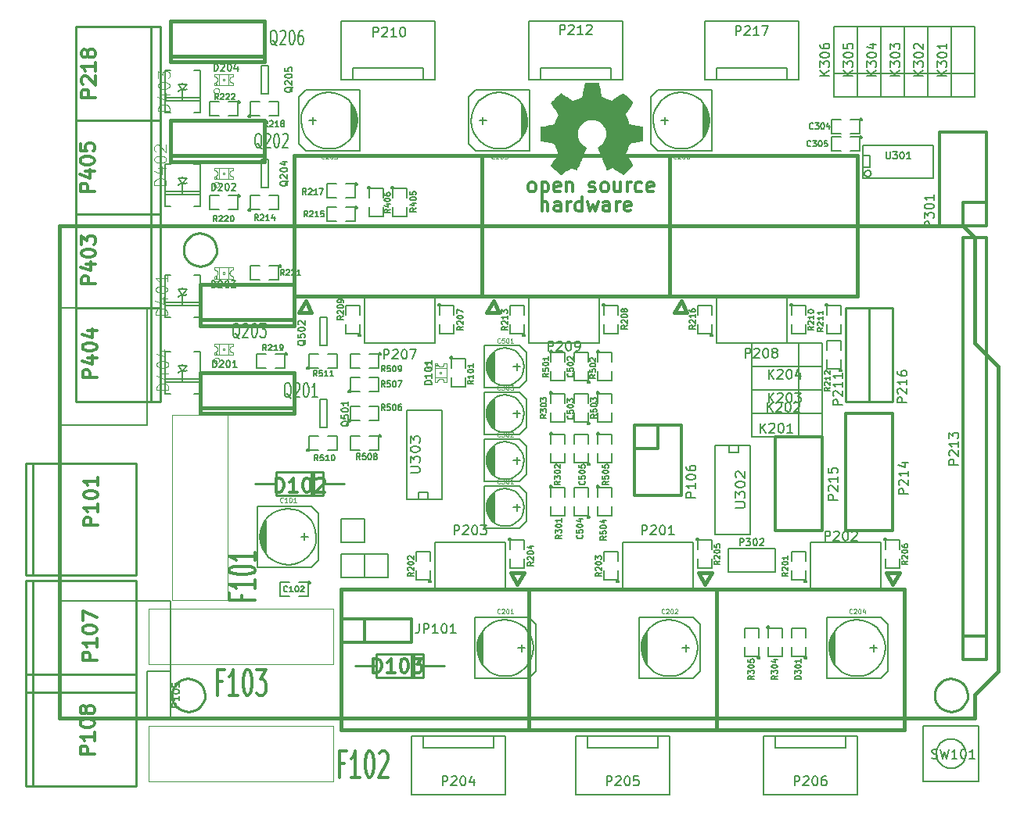
<source format=gto>
G04 (created by PCBNEW-RS274X (2012-01-19 BZR 3256)-stable) date 25/06/2013 20:59:23*
G01*
G70*
G90*
%MOIN*%
G04 Gerber Fmt 3.4, Leading zero omitted, Abs format*
%FSLAX34Y34*%
G04 APERTURE LIST*
%ADD10C,0.006000*%
%ADD11C,0.010000*%
%ADD12C,0.006500*%
%ADD13C,0.005000*%
%ADD14C,0.015000*%
%ADD15C,0.008000*%
%ADD16C,0.003100*%
%ADD17C,0.002600*%
%ADD18C,0.002000*%
%ADD19C,0.004000*%
%ADD20C,0.012000*%
%ADD21C,0.000100*%
%ADD22C,0.004700*%
%ADD23C,0.007500*%
%ADD24C,0.003500*%
G04 APERTURE END LIST*
G54D10*
G54D11*
X38107Y04000D02*
X38093Y03863D01*
X38053Y03731D01*
X37988Y03609D01*
X37901Y03502D01*
X37795Y03414D01*
X37673Y03349D01*
X37542Y03308D01*
X37404Y03294D01*
X37268Y03306D01*
X37136Y03345D01*
X37013Y03409D01*
X36906Y03495D01*
X36817Y03601D01*
X36751Y03722D01*
X36709Y03854D01*
X36694Y03991D01*
X36705Y04127D01*
X36743Y04260D01*
X36806Y04382D01*
X36892Y04491D01*
X36997Y04580D01*
X37117Y04647D01*
X37249Y04690D01*
X37386Y04706D01*
X37522Y04696D01*
X37655Y04659D01*
X37778Y04596D01*
X37887Y04511D01*
X37977Y04407D01*
X38045Y04287D01*
X38089Y04156D01*
X38106Y04019D01*
X38107Y04000D01*
X06107Y23000D02*
X06093Y22863D01*
X06053Y22731D01*
X05988Y22609D01*
X05901Y22502D01*
X05795Y22414D01*
X05673Y22349D01*
X05542Y22308D01*
X05404Y22294D01*
X05268Y22306D01*
X05136Y22345D01*
X05013Y22409D01*
X04906Y22495D01*
X04817Y22601D01*
X04751Y22722D01*
X04709Y22854D01*
X04694Y22991D01*
X04705Y23127D01*
X04743Y23260D01*
X04806Y23382D01*
X04892Y23491D01*
X04997Y23580D01*
X05117Y23647D01*
X05249Y23690D01*
X05386Y23706D01*
X05522Y23696D01*
X05655Y23659D01*
X05778Y23596D01*
X05887Y23511D01*
X05977Y23407D01*
X06045Y23287D01*
X06089Y23156D01*
X06106Y23019D01*
X06107Y23000D01*
X05607Y04000D02*
X05593Y03863D01*
X05553Y03731D01*
X05488Y03609D01*
X05401Y03502D01*
X05295Y03414D01*
X05173Y03349D01*
X05042Y03308D01*
X04904Y03294D01*
X04768Y03306D01*
X04636Y03345D01*
X04513Y03409D01*
X04406Y03495D01*
X04317Y03601D01*
X04251Y03722D01*
X04209Y03854D01*
X04194Y03991D01*
X04205Y04127D01*
X04243Y04260D01*
X04306Y04382D01*
X04392Y04491D01*
X04497Y04580D01*
X04617Y04647D01*
X04749Y04690D01*
X04886Y04706D01*
X05022Y04696D01*
X05155Y04659D01*
X05278Y04596D01*
X05387Y04511D01*
X05477Y04407D01*
X05545Y04287D01*
X05589Y04156D01*
X05606Y04019D01*
X05607Y04000D01*
G54D12*
X36650Y27450D02*
X33650Y27450D01*
X33650Y26050D02*
X36650Y26050D01*
X36650Y27450D02*
X36650Y26050D01*
G54D10*
X33650Y26050D02*
X33650Y27450D01*
G54D13*
X33991Y26250D02*
X33988Y26223D01*
X33980Y26197D01*
X33967Y26172D01*
X33950Y26151D01*
X33928Y26134D01*
X33904Y26121D01*
X33878Y26112D01*
X33850Y26110D01*
X33824Y26112D01*
X33798Y26120D01*
X33773Y26133D01*
X33752Y26150D01*
X33734Y26171D01*
X33721Y26195D01*
X33713Y26221D01*
X33710Y26249D01*
X33712Y26275D01*
X33719Y26301D01*
X33732Y26326D01*
X33749Y26347D01*
X33770Y26365D01*
X33794Y26379D01*
X33820Y26387D01*
X33848Y26390D01*
X33874Y26388D01*
X33900Y26381D01*
X33925Y26369D01*
X33947Y26352D01*
X33965Y26331D01*
X33978Y26307D01*
X33987Y26281D01*
X33990Y26253D01*
X33991Y26250D01*
X33650Y27000D02*
X33950Y27000D01*
X33950Y27000D02*
X33950Y26500D01*
X33950Y26500D02*
X33650Y26500D01*
X34650Y10650D02*
X34649Y10641D01*
X34646Y10631D01*
X34641Y10623D01*
X34635Y10615D01*
X34627Y10609D01*
X34619Y10604D01*
X34610Y10602D01*
X34600Y10601D01*
X34591Y10601D01*
X34582Y10604D01*
X34573Y10609D01*
X34566Y10615D01*
X34559Y10622D01*
X34555Y10631D01*
X34552Y10640D01*
X34551Y10650D01*
X34551Y10659D01*
X34554Y10668D01*
X34558Y10677D01*
X34565Y10684D01*
X34572Y10691D01*
X34580Y10695D01*
X34590Y10698D01*
X34599Y10699D01*
X34608Y10699D01*
X34618Y10696D01*
X34626Y10692D01*
X34634Y10686D01*
X34640Y10678D01*
X34645Y10670D01*
X34648Y10661D01*
X34649Y10651D01*
X34650Y10650D01*
X34600Y10200D02*
X34600Y10600D01*
X34600Y10600D02*
X35200Y10600D01*
X35200Y10600D02*
X35200Y10200D01*
X35200Y09800D02*
X35200Y09400D01*
X35200Y09400D02*
X34600Y09400D01*
X34600Y09400D02*
X34600Y09800D01*
X12100Y24800D02*
X12099Y24791D01*
X12096Y24781D01*
X12091Y24773D01*
X12085Y24765D01*
X12077Y24759D01*
X12069Y24754D01*
X12060Y24752D01*
X12050Y24751D01*
X12041Y24751D01*
X12032Y24754D01*
X12023Y24759D01*
X12016Y24765D01*
X12009Y24772D01*
X12005Y24781D01*
X12002Y24790D01*
X12001Y24800D01*
X12001Y24809D01*
X12004Y24818D01*
X12008Y24827D01*
X12015Y24834D01*
X12022Y24841D01*
X12030Y24845D01*
X12040Y24848D01*
X12049Y24849D01*
X12058Y24849D01*
X12068Y24846D01*
X12076Y24842D01*
X12084Y24836D01*
X12090Y24828D01*
X12095Y24820D01*
X12098Y24811D01*
X12099Y24801D01*
X12100Y24800D01*
X11600Y24800D02*
X12000Y24800D01*
X12000Y24800D02*
X12000Y24200D01*
X12000Y24200D02*
X11600Y24200D01*
X11200Y24200D02*
X10800Y24200D01*
X10800Y24200D02*
X10800Y24800D01*
X10800Y24800D02*
X11200Y24800D01*
X07550Y24700D02*
X07549Y24691D01*
X07546Y24681D01*
X07541Y24673D01*
X07535Y24665D01*
X07527Y24659D01*
X07519Y24654D01*
X07510Y24652D01*
X07500Y24651D01*
X07491Y24651D01*
X07482Y24654D01*
X07473Y24659D01*
X07466Y24665D01*
X07459Y24672D01*
X07455Y24681D01*
X07452Y24690D01*
X07451Y24700D01*
X07451Y24709D01*
X07454Y24718D01*
X07458Y24727D01*
X07465Y24734D01*
X07472Y24741D01*
X07480Y24745D01*
X07490Y24748D01*
X07499Y24749D01*
X07508Y24749D01*
X07518Y24746D01*
X07526Y24742D01*
X07534Y24736D01*
X07540Y24728D01*
X07545Y24720D01*
X07548Y24711D01*
X07549Y24701D01*
X07550Y24700D01*
X07950Y24700D02*
X07550Y24700D01*
X07550Y24700D02*
X07550Y25300D01*
X07550Y25300D02*
X07950Y25300D01*
X08350Y25300D02*
X08750Y25300D01*
X08750Y25300D02*
X08750Y24700D01*
X08750Y24700D02*
X08350Y24700D01*
X19250Y19350D02*
X19249Y19341D01*
X19246Y19331D01*
X19241Y19323D01*
X19235Y19315D01*
X19227Y19309D01*
X19219Y19304D01*
X19210Y19302D01*
X19200Y19301D01*
X19191Y19301D01*
X19182Y19304D01*
X19173Y19309D01*
X19166Y19315D01*
X19159Y19322D01*
X19155Y19331D01*
X19152Y19340D01*
X19151Y19350D01*
X19151Y19359D01*
X19154Y19368D01*
X19158Y19377D01*
X19165Y19384D01*
X19172Y19391D01*
X19180Y19395D01*
X19190Y19398D01*
X19199Y19399D01*
X19208Y19399D01*
X19218Y19396D01*
X19226Y19392D01*
X19234Y19386D01*
X19240Y19378D01*
X19245Y19370D01*
X19248Y19361D01*
X19249Y19351D01*
X19250Y19350D01*
X19200Y19800D02*
X19200Y19400D01*
X19200Y19400D02*
X18600Y19400D01*
X18600Y19400D02*
X18600Y19800D01*
X18600Y20200D02*
X18600Y20600D01*
X18600Y20600D02*
X19200Y20600D01*
X19200Y20600D02*
X19200Y20200D01*
X32750Y17850D02*
X32749Y17841D01*
X32746Y17831D01*
X32741Y17823D01*
X32735Y17815D01*
X32727Y17809D01*
X32719Y17804D01*
X32710Y17802D01*
X32700Y17801D01*
X32691Y17801D01*
X32682Y17804D01*
X32673Y17809D01*
X32666Y17815D01*
X32659Y17822D01*
X32655Y17831D01*
X32652Y17840D01*
X32651Y17850D01*
X32651Y17859D01*
X32654Y17868D01*
X32658Y17877D01*
X32665Y17884D01*
X32672Y17891D01*
X32680Y17895D01*
X32690Y17898D01*
X32699Y17899D01*
X32708Y17899D01*
X32718Y17896D01*
X32726Y17892D01*
X32734Y17886D01*
X32740Y17878D01*
X32745Y17870D01*
X32748Y17861D01*
X32749Y17851D01*
X32750Y17850D01*
X32700Y18300D02*
X32700Y17900D01*
X32700Y17900D02*
X32100Y17900D01*
X32100Y17900D02*
X32100Y18300D01*
X32100Y18700D02*
X32100Y19100D01*
X32100Y19100D02*
X32700Y19100D01*
X32700Y19100D02*
X32700Y18700D01*
X32150Y20650D02*
X32149Y20641D01*
X32146Y20631D01*
X32141Y20623D01*
X32135Y20615D01*
X32127Y20609D01*
X32119Y20604D01*
X32110Y20602D01*
X32100Y20601D01*
X32091Y20601D01*
X32082Y20604D01*
X32073Y20609D01*
X32066Y20615D01*
X32059Y20622D01*
X32055Y20631D01*
X32052Y20640D01*
X32051Y20650D01*
X32051Y20659D01*
X32054Y20668D01*
X32058Y20677D01*
X32065Y20684D01*
X32072Y20691D01*
X32080Y20695D01*
X32090Y20698D01*
X32099Y20699D01*
X32108Y20699D01*
X32118Y20696D01*
X32126Y20692D01*
X32134Y20686D01*
X32140Y20678D01*
X32145Y20670D01*
X32148Y20661D01*
X32149Y20651D01*
X32150Y20650D01*
X32100Y20200D02*
X32100Y20600D01*
X32100Y20600D02*
X32700Y20600D01*
X32700Y20600D02*
X32700Y20200D01*
X32700Y19800D02*
X32700Y19400D01*
X32700Y19400D02*
X32100Y19400D01*
X32100Y19400D02*
X32100Y19800D01*
X30650Y20650D02*
X30649Y20641D01*
X30646Y20631D01*
X30641Y20623D01*
X30635Y20615D01*
X30627Y20609D01*
X30619Y20604D01*
X30610Y20602D01*
X30600Y20601D01*
X30591Y20601D01*
X30582Y20604D01*
X30573Y20609D01*
X30566Y20615D01*
X30559Y20622D01*
X30555Y20631D01*
X30552Y20640D01*
X30551Y20650D01*
X30551Y20659D01*
X30554Y20668D01*
X30558Y20677D01*
X30565Y20684D01*
X30572Y20691D01*
X30580Y20695D01*
X30590Y20698D01*
X30599Y20699D01*
X30608Y20699D01*
X30618Y20696D01*
X30626Y20692D01*
X30634Y20686D01*
X30640Y20678D01*
X30645Y20670D01*
X30648Y20661D01*
X30649Y20651D01*
X30650Y20650D01*
X30600Y20200D02*
X30600Y20600D01*
X30600Y20600D02*
X31200Y20600D01*
X31200Y20600D02*
X31200Y20200D01*
X31200Y19800D02*
X31200Y19400D01*
X31200Y19400D02*
X30600Y19400D01*
X30600Y19400D02*
X30600Y19800D01*
X12250Y19350D02*
X12249Y19341D01*
X12246Y19331D01*
X12241Y19323D01*
X12235Y19315D01*
X12227Y19309D01*
X12219Y19304D01*
X12210Y19302D01*
X12200Y19301D01*
X12191Y19301D01*
X12182Y19304D01*
X12173Y19309D01*
X12166Y19315D01*
X12159Y19322D01*
X12155Y19331D01*
X12152Y19340D01*
X12151Y19350D01*
X12151Y19359D01*
X12154Y19368D01*
X12158Y19377D01*
X12165Y19384D01*
X12172Y19391D01*
X12180Y19395D01*
X12190Y19398D01*
X12199Y19399D01*
X12208Y19399D01*
X12218Y19396D01*
X12226Y19392D01*
X12234Y19386D01*
X12240Y19378D01*
X12245Y19370D01*
X12248Y19361D01*
X12249Y19351D01*
X12250Y19350D01*
X12200Y19800D02*
X12200Y19400D01*
X12200Y19400D02*
X11600Y19400D01*
X11600Y19400D02*
X11600Y19800D01*
X11600Y20200D02*
X11600Y20600D01*
X11600Y20600D02*
X12200Y20600D01*
X12200Y20600D02*
X12200Y20200D01*
X22650Y20650D02*
X22649Y20641D01*
X22646Y20631D01*
X22641Y20623D01*
X22635Y20615D01*
X22627Y20609D01*
X22619Y20604D01*
X22610Y20602D01*
X22600Y20601D01*
X22591Y20601D01*
X22582Y20604D01*
X22573Y20609D01*
X22566Y20615D01*
X22559Y20622D01*
X22555Y20631D01*
X22552Y20640D01*
X22551Y20650D01*
X22551Y20659D01*
X22554Y20668D01*
X22558Y20677D01*
X22565Y20684D01*
X22572Y20691D01*
X22580Y20695D01*
X22590Y20698D01*
X22599Y20699D01*
X22608Y20699D01*
X22618Y20696D01*
X22626Y20692D01*
X22634Y20686D01*
X22640Y20678D01*
X22645Y20670D01*
X22648Y20661D01*
X22649Y20651D01*
X22650Y20650D01*
X22600Y20200D02*
X22600Y20600D01*
X22600Y20600D02*
X23200Y20600D01*
X23200Y20600D02*
X23200Y20200D01*
X23200Y19800D02*
X23200Y19400D01*
X23200Y19400D02*
X22600Y19400D01*
X22600Y19400D02*
X22600Y19800D01*
X15650Y20650D02*
X15649Y20641D01*
X15646Y20631D01*
X15641Y20623D01*
X15635Y20615D01*
X15627Y20609D01*
X15619Y20604D01*
X15610Y20602D01*
X15600Y20601D01*
X15591Y20601D01*
X15582Y20604D01*
X15573Y20609D01*
X15566Y20615D01*
X15559Y20622D01*
X15555Y20631D01*
X15552Y20640D01*
X15551Y20650D01*
X15551Y20659D01*
X15554Y20668D01*
X15558Y20677D01*
X15565Y20684D01*
X15572Y20691D01*
X15580Y20695D01*
X15590Y20698D01*
X15599Y20699D01*
X15608Y20699D01*
X15618Y20696D01*
X15626Y20692D01*
X15634Y20686D01*
X15640Y20678D01*
X15645Y20670D01*
X15648Y20661D01*
X15649Y20651D01*
X15650Y20650D01*
X15600Y20200D02*
X15600Y20600D01*
X15600Y20600D02*
X16200Y20600D01*
X16200Y20600D02*
X16200Y20200D01*
X16200Y19800D02*
X16200Y19400D01*
X16200Y19400D02*
X15600Y19400D01*
X15600Y19400D02*
X15600Y19800D01*
X26650Y10650D02*
X26649Y10641D01*
X26646Y10631D01*
X26641Y10623D01*
X26635Y10615D01*
X26627Y10609D01*
X26619Y10604D01*
X26610Y10602D01*
X26600Y10601D01*
X26591Y10601D01*
X26582Y10604D01*
X26573Y10609D01*
X26566Y10615D01*
X26559Y10622D01*
X26555Y10631D01*
X26552Y10640D01*
X26551Y10650D01*
X26551Y10659D01*
X26554Y10668D01*
X26558Y10677D01*
X26565Y10684D01*
X26572Y10691D01*
X26580Y10695D01*
X26590Y10698D01*
X26599Y10699D01*
X26608Y10699D01*
X26618Y10696D01*
X26626Y10692D01*
X26634Y10686D01*
X26640Y10678D01*
X26645Y10670D01*
X26648Y10661D01*
X26649Y10651D01*
X26650Y10650D01*
X26600Y10200D02*
X26600Y10600D01*
X26600Y10600D02*
X27200Y10600D01*
X27200Y10600D02*
X27200Y10200D01*
X27200Y09800D02*
X27200Y09400D01*
X27200Y09400D02*
X26600Y09400D01*
X26600Y09400D02*
X26600Y09800D01*
X18650Y10650D02*
X18649Y10641D01*
X18646Y10631D01*
X18641Y10623D01*
X18635Y10615D01*
X18627Y10609D01*
X18619Y10604D01*
X18610Y10602D01*
X18600Y10601D01*
X18591Y10601D01*
X18582Y10604D01*
X18573Y10609D01*
X18566Y10615D01*
X18559Y10622D01*
X18555Y10631D01*
X18552Y10640D01*
X18551Y10650D01*
X18551Y10659D01*
X18554Y10668D01*
X18558Y10677D01*
X18565Y10684D01*
X18572Y10691D01*
X18580Y10695D01*
X18590Y10698D01*
X18599Y10699D01*
X18608Y10699D01*
X18618Y10696D01*
X18626Y10692D01*
X18634Y10686D01*
X18640Y10678D01*
X18645Y10670D01*
X18648Y10661D01*
X18649Y10651D01*
X18650Y10650D01*
X18600Y10200D02*
X18600Y10600D01*
X18600Y10600D02*
X19200Y10600D01*
X19200Y10600D02*
X19200Y10200D01*
X19200Y09800D02*
X19200Y09400D01*
X19200Y09400D02*
X18600Y09400D01*
X18600Y09400D02*
X18600Y09800D01*
X23250Y08850D02*
X23249Y08841D01*
X23246Y08831D01*
X23241Y08823D01*
X23235Y08815D01*
X23227Y08809D01*
X23219Y08804D01*
X23210Y08802D01*
X23200Y08801D01*
X23191Y08801D01*
X23182Y08804D01*
X23173Y08809D01*
X23166Y08815D01*
X23159Y08822D01*
X23155Y08831D01*
X23152Y08840D01*
X23151Y08850D01*
X23151Y08859D01*
X23154Y08868D01*
X23158Y08877D01*
X23165Y08884D01*
X23172Y08891D01*
X23180Y08895D01*
X23190Y08898D01*
X23199Y08899D01*
X23208Y08899D01*
X23218Y08896D01*
X23226Y08892D01*
X23234Y08886D01*
X23240Y08878D01*
X23245Y08870D01*
X23248Y08861D01*
X23249Y08851D01*
X23250Y08850D01*
X23200Y09300D02*
X23200Y08900D01*
X23200Y08900D02*
X22600Y08900D01*
X22600Y08900D02*
X22600Y09300D01*
X22600Y09700D02*
X22600Y10100D01*
X22600Y10100D02*
X23200Y10100D01*
X23200Y10100D02*
X23200Y09700D01*
X15250Y08850D02*
X15249Y08841D01*
X15246Y08831D01*
X15241Y08823D01*
X15235Y08815D01*
X15227Y08809D01*
X15219Y08804D01*
X15210Y08802D01*
X15200Y08801D01*
X15191Y08801D01*
X15182Y08804D01*
X15173Y08809D01*
X15166Y08815D01*
X15159Y08822D01*
X15155Y08831D01*
X15152Y08840D01*
X15151Y08850D01*
X15151Y08859D01*
X15154Y08868D01*
X15158Y08877D01*
X15165Y08884D01*
X15172Y08891D01*
X15180Y08895D01*
X15190Y08898D01*
X15199Y08899D01*
X15208Y08899D01*
X15218Y08896D01*
X15226Y08892D01*
X15234Y08886D01*
X15240Y08878D01*
X15245Y08870D01*
X15248Y08861D01*
X15249Y08851D01*
X15250Y08850D01*
X15200Y09300D02*
X15200Y08900D01*
X15200Y08900D02*
X14600Y08900D01*
X14600Y08900D02*
X14600Y09300D01*
X14600Y09700D02*
X14600Y10100D01*
X14600Y10100D02*
X15200Y10100D01*
X15200Y10100D02*
X15200Y09700D01*
X31250Y08850D02*
X31249Y08841D01*
X31246Y08831D01*
X31241Y08823D01*
X31235Y08815D01*
X31227Y08809D01*
X31219Y08804D01*
X31210Y08802D01*
X31200Y08801D01*
X31191Y08801D01*
X31182Y08804D01*
X31173Y08809D01*
X31166Y08815D01*
X31159Y08822D01*
X31155Y08831D01*
X31152Y08840D01*
X31151Y08850D01*
X31151Y08859D01*
X31154Y08868D01*
X31158Y08877D01*
X31165Y08884D01*
X31172Y08891D01*
X31180Y08895D01*
X31190Y08898D01*
X31199Y08899D01*
X31208Y08899D01*
X31218Y08896D01*
X31226Y08892D01*
X31234Y08886D01*
X31240Y08878D01*
X31245Y08870D01*
X31248Y08861D01*
X31249Y08851D01*
X31250Y08850D01*
X31200Y09300D02*
X31200Y08900D01*
X31200Y08900D02*
X30600Y08900D01*
X30600Y08900D02*
X30600Y09300D01*
X30600Y09700D02*
X30600Y10100D01*
X30600Y10100D02*
X31200Y10100D01*
X31200Y10100D02*
X31200Y09700D01*
X16150Y18400D02*
X16149Y18391D01*
X16146Y18381D01*
X16141Y18373D01*
X16135Y18365D01*
X16127Y18359D01*
X16119Y18354D01*
X16110Y18352D01*
X16100Y18351D01*
X16091Y18351D01*
X16082Y18354D01*
X16073Y18359D01*
X16066Y18365D01*
X16059Y18372D01*
X16055Y18381D01*
X16052Y18390D01*
X16051Y18400D01*
X16051Y18409D01*
X16054Y18418D01*
X16058Y18427D01*
X16065Y18434D01*
X16072Y18441D01*
X16080Y18445D01*
X16090Y18448D01*
X16099Y18449D01*
X16108Y18449D01*
X16118Y18446D01*
X16126Y18442D01*
X16134Y18436D01*
X16140Y18428D01*
X16145Y18420D01*
X16148Y18411D01*
X16149Y18401D01*
X16150Y18400D01*
X16100Y17950D02*
X16100Y18350D01*
X16100Y18350D02*
X16700Y18350D01*
X16700Y18350D02*
X16700Y17950D01*
X16700Y17550D02*
X16700Y17150D01*
X16700Y17150D02*
X16100Y17150D01*
X16100Y17150D02*
X16100Y17550D01*
X33600Y27800D02*
X33599Y27791D01*
X33596Y27781D01*
X33591Y27773D01*
X33585Y27765D01*
X33577Y27759D01*
X33569Y27754D01*
X33560Y27752D01*
X33550Y27751D01*
X33541Y27751D01*
X33532Y27754D01*
X33523Y27759D01*
X33516Y27765D01*
X33509Y27772D01*
X33505Y27781D01*
X33502Y27790D01*
X33501Y27800D01*
X33501Y27809D01*
X33504Y27818D01*
X33508Y27827D01*
X33515Y27834D01*
X33522Y27841D01*
X33530Y27845D01*
X33540Y27848D01*
X33549Y27849D01*
X33558Y27849D01*
X33568Y27846D01*
X33576Y27842D01*
X33584Y27836D01*
X33590Y27828D01*
X33595Y27820D01*
X33598Y27811D01*
X33599Y27801D01*
X33600Y27800D01*
X33100Y27800D02*
X33500Y27800D01*
X33500Y27800D02*
X33500Y27200D01*
X33500Y27200D02*
X33100Y27200D01*
X32700Y27200D02*
X32300Y27200D01*
X32300Y27200D02*
X32300Y27800D01*
X32300Y27800D02*
X32700Y27800D01*
X10100Y08800D02*
X10099Y08791D01*
X10096Y08781D01*
X10091Y08773D01*
X10085Y08765D01*
X10077Y08759D01*
X10069Y08754D01*
X10060Y08752D01*
X10050Y08751D01*
X10041Y08751D01*
X10032Y08754D01*
X10023Y08759D01*
X10016Y08765D01*
X10009Y08772D01*
X10005Y08781D01*
X10002Y08790D01*
X10001Y08800D01*
X10001Y08809D01*
X10004Y08818D01*
X10008Y08827D01*
X10015Y08834D01*
X10022Y08841D01*
X10030Y08845D01*
X10040Y08848D01*
X10049Y08849D01*
X10058Y08849D01*
X10068Y08846D01*
X10076Y08842D01*
X10084Y08836D01*
X10090Y08828D01*
X10095Y08820D01*
X10098Y08811D01*
X10099Y08801D01*
X10100Y08800D01*
X09600Y08800D02*
X10000Y08800D01*
X10000Y08800D02*
X10000Y08200D01*
X10000Y08200D02*
X09600Y08200D01*
X09200Y08200D02*
X08800Y08200D01*
X08800Y08200D02*
X08800Y08800D01*
X08800Y08800D02*
X09200Y08800D01*
X20400Y16900D02*
X20399Y16891D01*
X20396Y16881D01*
X20391Y16873D01*
X20385Y16865D01*
X20377Y16859D01*
X20369Y16854D01*
X20360Y16852D01*
X20350Y16851D01*
X20341Y16851D01*
X20332Y16854D01*
X20323Y16859D01*
X20316Y16865D01*
X20309Y16872D01*
X20305Y16881D01*
X20302Y16890D01*
X20301Y16900D01*
X20301Y16909D01*
X20304Y16918D01*
X20308Y16927D01*
X20315Y16934D01*
X20322Y16941D01*
X20330Y16945D01*
X20340Y16948D01*
X20349Y16949D01*
X20358Y16949D01*
X20368Y16946D01*
X20376Y16942D01*
X20384Y16936D01*
X20390Y16928D01*
X20395Y16920D01*
X20398Y16911D01*
X20399Y16901D01*
X20400Y16900D01*
X20350Y16450D02*
X20350Y16850D01*
X20350Y16850D02*
X20950Y16850D01*
X20950Y16850D02*
X20950Y16450D01*
X20950Y16050D02*
X20950Y15650D01*
X20950Y15650D02*
X20350Y15650D01*
X20350Y15650D02*
X20350Y16050D01*
X33600Y28550D02*
X33599Y28541D01*
X33596Y28531D01*
X33591Y28523D01*
X33585Y28515D01*
X33577Y28509D01*
X33569Y28504D01*
X33560Y28502D01*
X33550Y28501D01*
X33541Y28501D01*
X33532Y28504D01*
X33523Y28509D01*
X33516Y28515D01*
X33509Y28522D01*
X33505Y28531D01*
X33502Y28540D01*
X33501Y28550D01*
X33501Y28559D01*
X33504Y28568D01*
X33508Y28577D01*
X33515Y28584D01*
X33522Y28591D01*
X33530Y28595D01*
X33540Y28598D01*
X33549Y28599D01*
X33558Y28599D01*
X33568Y28596D01*
X33576Y28592D01*
X33584Y28586D01*
X33590Y28578D01*
X33595Y28570D01*
X33598Y28561D01*
X33599Y28551D01*
X33600Y28550D01*
X33100Y28550D02*
X33500Y28550D01*
X33500Y28550D02*
X33500Y27950D01*
X33500Y27950D02*
X33100Y27950D01*
X32700Y27950D02*
X32300Y27950D01*
X32300Y27950D02*
X32300Y28550D01*
X32300Y28550D02*
X32700Y28550D01*
X27250Y19350D02*
X27249Y19341D01*
X27246Y19331D01*
X27241Y19323D01*
X27235Y19315D01*
X27227Y19309D01*
X27219Y19304D01*
X27210Y19302D01*
X27200Y19301D01*
X27191Y19301D01*
X27182Y19304D01*
X27173Y19309D01*
X27166Y19315D01*
X27159Y19322D01*
X27155Y19331D01*
X27152Y19340D01*
X27151Y19350D01*
X27151Y19359D01*
X27154Y19368D01*
X27158Y19377D01*
X27165Y19384D01*
X27172Y19391D01*
X27180Y19395D01*
X27190Y19398D01*
X27199Y19399D01*
X27208Y19399D01*
X27218Y19396D01*
X27226Y19392D01*
X27234Y19386D01*
X27240Y19378D01*
X27245Y19370D01*
X27248Y19361D01*
X27249Y19351D01*
X27250Y19350D01*
X27200Y19800D02*
X27200Y19400D01*
X27200Y19400D02*
X26600Y19400D01*
X26600Y19400D02*
X26600Y19800D01*
X26600Y20200D02*
X26600Y20600D01*
X26600Y20600D02*
X27200Y20600D01*
X27200Y20600D02*
X27200Y20200D01*
X20400Y15150D02*
X20399Y15141D01*
X20396Y15131D01*
X20391Y15123D01*
X20385Y15115D01*
X20377Y15109D01*
X20369Y15104D01*
X20360Y15102D01*
X20350Y15101D01*
X20341Y15101D01*
X20332Y15104D01*
X20323Y15109D01*
X20316Y15115D01*
X20309Y15122D01*
X20305Y15131D01*
X20302Y15140D01*
X20301Y15150D01*
X20301Y15159D01*
X20304Y15168D01*
X20308Y15177D01*
X20315Y15184D01*
X20322Y15191D01*
X20330Y15195D01*
X20340Y15198D01*
X20349Y15199D01*
X20358Y15199D01*
X20368Y15196D01*
X20376Y15192D01*
X20384Y15186D01*
X20390Y15178D01*
X20395Y15170D01*
X20398Y15161D01*
X20399Y15151D01*
X20400Y15150D01*
X20350Y14700D02*
X20350Y15100D01*
X20350Y15100D02*
X20950Y15100D01*
X20950Y15100D02*
X20950Y14700D01*
X20950Y14300D02*
X20950Y13900D01*
X20950Y13900D02*
X20350Y13900D01*
X20350Y13900D02*
X20350Y14300D01*
X20400Y12900D02*
X20399Y12891D01*
X20396Y12881D01*
X20391Y12873D01*
X20385Y12865D01*
X20377Y12859D01*
X20369Y12854D01*
X20360Y12852D01*
X20350Y12851D01*
X20341Y12851D01*
X20332Y12854D01*
X20323Y12859D01*
X20316Y12865D01*
X20309Y12872D01*
X20305Y12881D01*
X20302Y12890D01*
X20301Y12900D01*
X20301Y12909D01*
X20304Y12918D01*
X20308Y12927D01*
X20315Y12934D01*
X20322Y12941D01*
X20330Y12945D01*
X20340Y12948D01*
X20349Y12949D01*
X20358Y12949D01*
X20368Y12946D01*
X20376Y12942D01*
X20384Y12936D01*
X20390Y12928D01*
X20395Y12920D01*
X20398Y12911D01*
X20399Y12901D01*
X20400Y12900D01*
X20350Y12450D02*
X20350Y12850D01*
X20350Y12850D02*
X20950Y12850D01*
X20950Y12850D02*
X20950Y12450D01*
X20950Y12050D02*
X20950Y11650D01*
X20950Y11650D02*
X20350Y11650D01*
X20350Y11650D02*
X20350Y12050D01*
X08850Y22300D02*
X08849Y22291D01*
X08846Y22281D01*
X08841Y22273D01*
X08835Y22265D01*
X08827Y22259D01*
X08819Y22254D01*
X08810Y22252D01*
X08800Y22251D01*
X08791Y22251D01*
X08782Y22254D01*
X08773Y22259D01*
X08766Y22265D01*
X08759Y22272D01*
X08755Y22281D01*
X08752Y22290D01*
X08751Y22300D01*
X08751Y22309D01*
X08754Y22318D01*
X08758Y22327D01*
X08765Y22334D01*
X08772Y22341D01*
X08780Y22345D01*
X08790Y22348D01*
X08799Y22349D01*
X08808Y22349D01*
X08818Y22346D01*
X08826Y22342D01*
X08834Y22336D01*
X08840Y22328D01*
X08845Y22320D01*
X08848Y22311D01*
X08849Y22301D01*
X08850Y22300D01*
X08350Y22300D02*
X08750Y22300D01*
X08750Y22300D02*
X08750Y21700D01*
X08750Y21700D02*
X08350Y21700D01*
X07950Y21700D02*
X07550Y21700D01*
X07550Y21700D02*
X07550Y22300D01*
X07550Y22300D02*
X07950Y22300D01*
X07100Y25300D02*
X07099Y25291D01*
X07096Y25281D01*
X07091Y25273D01*
X07085Y25265D01*
X07077Y25259D01*
X07069Y25254D01*
X07060Y25252D01*
X07050Y25251D01*
X07041Y25251D01*
X07032Y25254D01*
X07023Y25259D01*
X07016Y25265D01*
X07009Y25272D01*
X07005Y25281D01*
X07002Y25290D01*
X07001Y25300D01*
X07001Y25309D01*
X07004Y25318D01*
X07008Y25327D01*
X07015Y25334D01*
X07022Y25341D01*
X07030Y25345D01*
X07040Y25348D01*
X07049Y25349D01*
X07058Y25349D01*
X07068Y25346D01*
X07076Y25342D01*
X07084Y25336D01*
X07090Y25328D01*
X07095Y25320D01*
X07098Y25311D01*
X07099Y25301D01*
X07100Y25300D01*
X06600Y25300D02*
X07000Y25300D01*
X07000Y25300D02*
X07000Y24700D01*
X07000Y24700D02*
X06600Y24700D01*
X06200Y24700D02*
X05800Y24700D01*
X05800Y24700D02*
X05800Y25300D01*
X05800Y25300D02*
X06200Y25300D01*
X09100Y18550D02*
X09099Y18541D01*
X09096Y18531D01*
X09091Y18523D01*
X09085Y18515D01*
X09077Y18509D01*
X09069Y18504D01*
X09060Y18502D01*
X09050Y18501D01*
X09041Y18501D01*
X09032Y18504D01*
X09023Y18509D01*
X09016Y18515D01*
X09009Y18522D01*
X09005Y18531D01*
X09002Y18540D01*
X09001Y18550D01*
X09001Y18559D01*
X09004Y18568D01*
X09008Y18577D01*
X09015Y18584D01*
X09022Y18591D01*
X09030Y18595D01*
X09040Y18598D01*
X09049Y18599D01*
X09058Y18599D01*
X09068Y18596D01*
X09076Y18592D01*
X09084Y18586D01*
X09090Y18578D01*
X09095Y18570D01*
X09098Y18561D01*
X09099Y18551D01*
X09100Y18550D01*
X08600Y18550D02*
X09000Y18550D01*
X09000Y18550D02*
X09000Y17950D01*
X09000Y17950D02*
X08600Y17950D01*
X08200Y17950D02*
X07800Y17950D01*
X07800Y17950D02*
X07800Y18550D01*
X07800Y18550D02*
X08200Y18550D01*
G54D14*
X19200Y09200D02*
X18900Y08700D01*
X18900Y08700D02*
X18650Y09200D01*
X18650Y09200D02*
X19150Y09200D01*
X19400Y02500D02*
X11400Y02500D01*
X11400Y02500D02*
X11400Y08500D01*
X11400Y08500D02*
X19400Y08500D01*
X19400Y08500D02*
X19400Y02500D01*
X27200Y09200D02*
X26900Y08700D01*
X26900Y08700D02*
X26650Y09200D01*
X26650Y09200D02*
X27150Y09200D01*
X27400Y02500D02*
X19400Y02500D01*
X19400Y02500D02*
X19400Y08500D01*
X19400Y08500D02*
X27400Y08500D01*
X27400Y08500D02*
X27400Y02500D01*
X35200Y09200D02*
X34900Y08700D01*
X34900Y08700D02*
X34650Y09200D01*
X34650Y09200D02*
X35150Y09200D01*
X35400Y02500D02*
X27400Y02500D01*
X27400Y02500D02*
X27400Y08500D01*
X27400Y08500D02*
X35400Y08500D01*
X35400Y08500D02*
X35400Y02500D01*
X09600Y20300D02*
X09900Y20800D01*
X09900Y20800D02*
X10150Y20300D01*
X10150Y20300D02*
X09650Y20300D01*
X09400Y27000D02*
X17400Y27000D01*
X17400Y27000D02*
X17400Y21000D01*
X17400Y21000D02*
X09400Y21000D01*
X09400Y21000D02*
X09400Y27000D01*
X17600Y20300D02*
X17900Y20800D01*
X17900Y20800D02*
X18150Y20300D01*
X18150Y20300D02*
X17650Y20300D01*
X17400Y27000D02*
X25400Y27000D01*
X25400Y27000D02*
X25400Y21000D01*
X25400Y21000D02*
X17400Y21000D01*
X17400Y21000D02*
X17400Y27000D01*
G54D11*
X33900Y20500D02*
X33900Y16500D01*
X32900Y20500D02*
X32900Y16500D01*
X32900Y16500D02*
X33900Y16500D01*
X33900Y20500D02*
X32900Y20500D01*
G54D15*
X18400Y08500D02*
X15400Y08500D01*
X15400Y10500D02*
X18400Y10500D01*
X18400Y10500D02*
X18400Y08500D01*
X15400Y08500D02*
X15400Y10500D01*
X12400Y21000D02*
X15400Y21000D01*
X15400Y19000D02*
X12400Y19000D01*
X12400Y19000D02*
X12400Y21000D01*
X15400Y21000D02*
X15400Y19000D01*
X27400Y21000D02*
X30400Y21000D01*
X30400Y19000D02*
X27400Y19000D01*
X27400Y19000D02*
X27400Y21000D01*
X30400Y21000D02*
X30400Y19000D01*
X34400Y08500D02*
X31400Y08500D01*
X31400Y10500D02*
X34400Y10500D01*
X34400Y10500D02*
X34400Y08500D01*
X31400Y08500D02*
X31400Y10500D01*
X26400Y08500D02*
X23400Y08500D01*
X23400Y10500D02*
X26400Y10500D01*
X26400Y10500D02*
X26400Y08500D01*
X23400Y08500D02*
X23400Y10500D01*
G54D10*
X31900Y18000D02*
X31900Y17000D01*
X31900Y17000D02*
X28900Y17000D01*
X28900Y17000D02*
X28900Y18000D01*
X28900Y18000D02*
X31900Y18000D01*
X30900Y17000D02*
X30900Y18000D01*
X33400Y29500D02*
X32400Y29500D01*
X32400Y29500D02*
X32400Y32500D01*
X32400Y32500D02*
X33400Y32500D01*
X33400Y32500D02*
X33400Y29500D01*
X32400Y30500D02*
X33400Y30500D01*
X35400Y29500D02*
X34400Y29500D01*
X34400Y29500D02*
X34400Y32500D01*
X34400Y32500D02*
X35400Y32500D01*
X35400Y32500D02*
X35400Y29500D01*
X34400Y30500D02*
X35400Y30500D01*
X36400Y29500D02*
X35400Y29500D01*
X35400Y29500D02*
X35400Y32500D01*
X35400Y32500D02*
X36400Y32500D01*
X36400Y32500D02*
X36400Y29500D01*
X35400Y30500D02*
X36400Y30500D01*
X37400Y29500D02*
X36400Y29500D01*
X36400Y29500D02*
X36400Y32500D01*
X36400Y32500D02*
X37400Y32500D01*
X37400Y32500D02*
X37400Y29500D01*
X36400Y30500D02*
X37400Y30500D01*
X38400Y29500D02*
X37400Y29500D01*
X37400Y29500D02*
X37400Y32500D01*
X37400Y32500D02*
X38400Y32500D01*
X38400Y32500D02*
X38400Y29500D01*
X37400Y30500D02*
X38400Y30500D01*
X31900Y19000D02*
X31900Y18000D01*
X31900Y18000D02*
X28900Y18000D01*
X28900Y18000D02*
X28900Y19000D01*
X28900Y19000D02*
X31900Y19000D01*
X30900Y18000D02*
X30900Y19000D01*
X34400Y29500D02*
X33400Y29500D01*
X33400Y29500D02*
X33400Y32500D01*
X33400Y32500D02*
X34400Y32500D01*
X34400Y32500D02*
X34400Y29500D01*
X33400Y30500D02*
X34400Y30500D01*
X31900Y17000D02*
X31900Y16000D01*
X31900Y16000D02*
X28900Y16000D01*
X28900Y16000D02*
X28900Y17000D01*
X28900Y17000D02*
X31900Y17000D01*
X30900Y16000D02*
X30900Y17000D01*
X31900Y16000D02*
X31900Y15000D01*
X31900Y15000D02*
X28900Y15000D01*
X28900Y15000D02*
X28900Y16000D01*
X28900Y16000D02*
X31900Y16000D01*
X30900Y15000D02*
X30900Y16000D01*
X03150Y05000D02*
X04150Y05000D01*
X04150Y05000D02*
X04150Y03000D01*
X04150Y03000D02*
X03150Y03000D01*
X03150Y03000D02*
X03150Y05000D01*
X13400Y10000D02*
X13400Y09000D01*
X12400Y09000D02*
X12400Y10000D01*
X13400Y09000D02*
X12400Y09000D01*
X12400Y10000D02*
X13400Y10000D01*
X12400Y11500D02*
X12400Y10500D01*
X11400Y10500D02*
X11400Y11500D01*
X12400Y10500D02*
X11400Y10500D01*
X11400Y11500D02*
X12400Y11500D01*
X12400Y10000D02*
X12400Y09000D01*
X11400Y09000D02*
X11400Y10000D01*
X12400Y09000D02*
X11400Y09000D01*
X11400Y10000D02*
X12400Y10000D01*
G54D16*
X06220Y21520D02*
X06217Y21497D01*
X06210Y21475D01*
X06199Y21454D01*
X06185Y21436D01*
X06167Y21421D01*
X06146Y21410D01*
X06124Y21403D01*
X06100Y21401D01*
X06078Y21403D01*
X06056Y21409D01*
X06035Y21420D01*
X06017Y21435D01*
X06001Y21453D01*
X05990Y21473D01*
X05983Y21496D01*
X05981Y21519D01*
X05982Y21541D01*
X05989Y21564D01*
X06000Y21585D01*
X06014Y21603D01*
X06032Y21618D01*
X06052Y21629D01*
X06075Y21637D01*
X06098Y21639D01*
X06120Y21638D01*
X06143Y21631D01*
X06164Y21621D01*
X06182Y21606D01*
X06198Y21589D01*
X06209Y21568D01*
X06217Y21546D01*
X06219Y21523D01*
X06220Y21520D01*
X06800Y22245D02*
X06000Y22245D01*
X06800Y21755D02*
X06005Y21755D01*
X06000Y22135D02*
X06000Y22245D01*
X06005Y21865D02*
X06005Y21765D01*
X06800Y22135D02*
X06800Y22245D01*
X06800Y21755D02*
X06800Y21865D01*
G54D17*
X06204Y22118D02*
X06204Y22246D01*
X06204Y21873D02*
X06204Y21932D01*
X06204Y22068D02*
X06204Y22127D01*
X06204Y21922D02*
X06204Y22078D01*
X06596Y22118D02*
X06596Y22246D01*
X06596Y21754D02*
X06596Y21882D01*
X06596Y22068D02*
X06596Y22127D01*
X06596Y21873D02*
X06596Y21932D01*
X06596Y21922D02*
X06596Y22078D01*
X06440Y21961D02*
X06440Y22039D01*
X06440Y22039D02*
X06362Y22039D01*
X06362Y21961D02*
X06362Y22039D01*
X06440Y21961D02*
X06362Y21961D01*
X06204Y21764D02*
X06204Y21882D01*
G54D18*
X06119Y21813D02*
X06118Y21808D01*
X06116Y21803D01*
X06114Y21798D01*
X06110Y21794D01*
X06106Y21790D01*
X06101Y21788D01*
X06096Y21786D01*
X06091Y21786D01*
X06086Y21786D01*
X06081Y21788D01*
X06076Y21790D01*
X06072Y21793D01*
X06068Y21798D01*
X06066Y21802D01*
X06064Y21808D01*
X06064Y21813D01*
X06064Y21818D01*
X06065Y21823D01*
X06068Y21828D01*
X06071Y21832D01*
X06076Y21835D01*
X06080Y21838D01*
X06085Y21840D01*
X06091Y21840D01*
X06095Y21840D01*
X06101Y21839D01*
X06106Y21836D01*
X06110Y21833D01*
X06113Y21829D01*
X06116Y21824D01*
X06118Y21819D01*
X06118Y21813D01*
X06119Y21813D01*
G54D19*
X06007Y21863D02*
X06018Y21864D01*
X06030Y21866D01*
X06042Y21868D01*
X06053Y21872D01*
X06064Y21876D01*
X06075Y21882D01*
X06085Y21888D01*
X06095Y21896D01*
X06103Y21904D01*
X06111Y21912D01*
X06119Y21922D01*
X06125Y21932D01*
X06131Y21943D01*
X06135Y21954D01*
X06139Y21965D01*
X06141Y21977D01*
X06143Y21989D01*
X06144Y22000D01*
X06143Y22011D01*
X06141Y22023D01*
X06139Y22035D01*
X06135Y22046D01*
X06131Y22057D01*
X06125Y22068D01*
X06119Y22078D01*
X06111Y22088D01*
X06103Y22096D01*
X06095Y22104D01*
X06085Y22112D01*
X06075Y22118D01*
X06064Y22124D01*
X06053Y22128D01*
X06042Y22132D01*
X06030Y22134D01*
X06018Y22136D01*
X06007Y22137D01*
X06793Y22137D02*
X06782Y22136D01*
X06770Y22134D01*
X06758Y22132D01*
X06747Y22128D01*
X06736Y22124D01*
X06725Y22118D01*
X06715Y22112D01*
X06705Y22104D01*
X06697Y22096D01*
X06689Y22088D01*
X06681Y22078D01*
X06675Y22068D01*
X06669Y22057D01*
X06665Y22046D01*
X06661Y22035D01*
X06659Y22023D01*
X06657Y22011D01*
X06656Y22000D01*
X06657Y21989D01*
X06659Y21977D01*
X06661Y21965D01*
X06665Y21954D01*
X06669Y21943D01*
X06675Y21932D01*
X06681Y21922D01*
X06689Y21912D01*
X06697Y21904D01*
X06705Y21896D01*
X06715Y21888D01*
X06725Y21882D01*
X06736Y21876D01*
X06747Y21872D01*
X06758Y21868D01*
X06770Y21866D01*
X06782Y21864D01*
X06793Y21863D01*
G54D16*
X06220Y18270D02*
X06217Y18247D01*
X06210Y18225D01*
X06199Y18204D01*
X06185Y18186D01*
X06167Y18171D01*
X06146Y18160D01*
X06124Y18153D01*
X06100Y18151D01*
X06078Y18153D01*
X06056Y18159D01*
X06035Y18170D01*
X06017Y18185D01*
X06001Y18203D01*
X05990Y18223D01*
X05983Y18246D01*
X05981Y18269D01*
X05982Y18291D01*
X05989Y18314D01*
X06000Y18335D01*
X06014Y18353D01*
X06032Y18368D01*
X06052Y18379D01*
X06075Y18387D01*
X06098Y18389D01*
X06120Y18388D01*
X06143Y18381D01*
X06164Y18371D01*
X06182Y18356D01*
X06198Y18339D01*
X06209Y18318D01*
X06217Y18296D01*
X06219Y18273D01*
X06220Y18270D01*
X06800Y18995D02*
X06000Y18995D01*
X06800Y18505D02*
X06005Y18505D01*
X06000Y18885D02*
X06000Y18995D01*
X06005Y18615D02*
X06005Y18515D01*
X06800Y18885D02*
X06800Y18995D01*
X06800Y18505D02*
X06800Y18615D01*
G54D17*
X06204Y18868D02*
X06204Y18996D01*
X06204Y18623D02*
X06204Y18682D01*
X06204Y18818D02*
X06204Y18877D01*
X06204Y18672D02*
X06204Y18828D01*
X06596Y18868D02*
X06596Y18996D01*
X06596Y18504D02*
X06596Y18632D01*
X06596Y18818D02*
X06596Y18877D01*
X06596Y18623D02*
X06596Y18682D01*
X06596Y18672D02*
X06596Y18828D01*
X06440Y18711D02*
X06440Y18789D01*
X06440Y18789D02*
X06362Y18789D01*
X06362Y18711D02*
X06362Y18789D01*
X06440Y18711D02*
X06362Y18711D01*
X06204Y18514D02*
X06204Y18632D01*
G54D18*
X06119Y18563D02*
X06118Y18558D01*
X06116Y18553D01*
X06114Y18548D01*
X06110Y18544D01*
X06106Y18540D01*
X06101Y18538D01*
X06096Y18536D01*
X06091Y18536D01*
X06086Y18536D01*
X06081Y18538D01*
X06076Y18540D01*
X06072Y18543D01*
X06068Y18548D01*
X06066Y18552D01*
X06064Y18558D01*
X06064Y18563D01*
X06064Y18568D01*
X06065Y18573D01*
X06068Y18578D01*
X06071Y18582D01*
X06076Y18585D01*
X06080Y18588D01*
X06085Y18590D01*
X06091Y18590D01*
X06095Y18590D01*
X06101Y18589D01*
X06106Y18586D01*
X06110Y18583D01*
X06113Y18579D01*
X06116Y18574D01*
X06118Y18569D01*
X06118Y18563D01*
X06119Y18563D01*
G54D19*
X06007Y18613D02*
X06018Y18614D01*
X06030Y18616D01*
X06042Y18618D01*
X06053Y18622D01*
X06064Y18626D01*
X06075Y18632D01*
X06085Y18638D01*
X06095Y18646D01*
X06103Y18654D01*
X06111Y18662D01*
X06119Y18672D01*
X06125Y18682D01*
X06131Y18693D01*
X06135Y18704D01*
X06139Y18715D01*
X06141Y18727D01*
X06143Y18739D01*
X06144Y18750D01*
X06143Y18761D01*
X06141Y18773D01*
X06139Y18785D01*
X06135Y18796D01*
X06131Y18807D01*
X06125Y18818D01*
X06119Y18828D01*
X06111Y18838D01*
X06103Y18846D01*
X06095Y18854D01*
X06085Y18862D01*
X06075Y18868D01*
X06064Y18874D01*
X06053Y18878D01*
X06042Y18882D01*
X06030Y18884D01*
X06018Y18886D01*
X06007Y18887D01*
X06793Y18887D02*
X06782Y18886D01*
X06770Y18884D01*
X06758Y18882D01*
X06747Y18878D01*
X06736Y18874D01*
X06725Y18868D01*
X06715Y18862D01*
X06705Y18854D01*
X06697Y18846D01*
X06689Y18838D01*
X06681Y18828D01*
X06675Y18818D01*
X06669Y18807D01*
X06665Y18796D01*
X06661Y18785D01*
X06659Y18773D01*
X06657Y18761D01*
X06656Y18750D01*
X06657Y18739D01*
X06659Y18727D01*
X06661Y18715D01*
X06665Y18704D01*
X06669Y18693D01*
X06675Y18682D01*
X06681Y18672D01*
X06689Y18662D01*
X06697Y18654D01*
X06705Y18646D01*
X06715Y18638D01*
X06725Y18632D01*
X06736Y18626D01*
X06747Y18622D01*
X06758Y18618D01*
X06770Y18616D01*
X06782Y18614D01*
X06793Y18613D01*
G54D16*
X06220Y25770D02*
X06217Y25747D01*
X06210Y25725D01*
X06199Y25704D01*
X06185Y25686D01*
X06167Y25671D01*
X06146Y25660D01*
X06124Y25653D01*
X06100Y25651D01*
X06078Y25653D01*
X06056Y25659D01*
X06035Y25670D01*
X06017Y25685D01*
X06001Y25703D01*
X05990Y25723D01*
X05983Y25746D01*
X05981Y25769D01*
X05982Y25791D01*
X05989Y25814D01*
X06000Y25835D01*
X06014Y25853D01*
X06032Y25868D01*
X06052Y25879D01*
X06075Y25887D01*
X06098Y25889D01*
X06120Y25888D01*
X06143Y25881D01*
X06164Y25871D01*
X06182Y25856D01*
X06198Y25839D01*
X06209Y25818D01*
X06217Y25796D01*
X06219Y25773D01*
X06220Y25770D01*
X06800Y26495D02*
X06000Y26495D01*
X06800Y26005D02*
X06005Y26005D01*
X06000Y26385D02*
X06000Y26495D01*
X06005Y26115D02*
X06005Y26015D01*
X06800Y26385D02*
X06800Y26495D01*
X06800Y26005D02*
X06800Y26115D01*
G54D17*
X06204Y26368D02*
X06204Y26496D01*
X06204Y26123D02*
X06204Y26182D01*
X06204Y26318D02*
X06204Y26377D01*
X06204Y26172D02*
X06204Y26328D01*
X06596Y26368D02*
X06596Y26496D01*
X06596Y26004D02*
X06596Y26132D01*
X06596Y26318D02*
X06596Y26377D01*
X06596Y26123D02*
X06596Y26182D01*
X06596Y26172D02*
X06596Y26328D01*
X06440Y26211D02*
X06440Y26289D01*
X06440Y26289D02*
X06362Y26289D01*
X06362Y26211D02*
X06362Y26289D01*
X06440Y26211D02*
X06362Y26211D01*
X06204Y26014D02*
X06204Y26132D01*
G54D18*
X06119Y26063D02*
X06118Y26058D01*
X06116Y26053D01*
X06114Y26048D01*
X06110Y26044D01*
X06106Y26040D01*
X06101Y26038D01*
X06096Y26036D01*
X06091Y26036D01*
X06086Y26036D01*
X06081Y26038D01*
X06076Y26040D01*
X06072Y26043D01*
X06068Y26048D01*
X06066Y26052D01*
X06064Y26058D01*
X06064Y26063D01*
X06064Y26068D01*
X06065Y26073D01*
X06068Y26078D01*
X06071Y26082D01*
X06076Y26085D01*
X06080Y26088D01*
X06085Y26090D01*
X06091Y26090D01*
X06095Y26090D01*
X06101Y26089D01*
X06106Y26086D01*
X06110Y26083D01*
X06113Y26079D01*
X06116Y26074D01*
X06118Y26069D01*
X06118Y26063D01*
X06119Y26063D01*
G54D19*
X06007Y26113D02*
X06018Y26114D01*
X06030Y26116D01*
X06042Y26118D01*
X06053Y26122D01*
X06064Y26126D01*
X06075Y26132D01*
X06085Y26138D01*
X06095Y26146D01*
X06103Y26154D01*
X06111Y26162D01*
X06119Y26172D01*
X06125Y26182D01*
X06131Y26193D01*
X06135Y26204D01*
X06139Y26215D01*
X06141Y26227D01*
X06143Y26239D01*
X06144Y26250D01*
X06143Y26261D01*
X06141Y26273D01*
X06139Y26285D01*
X06135Y26296D01*
X06131Y26307D01*
X06125Y26318D01*
X06119Y26328D01*
X06111Y26338D01*
X06103Y26346D01*
X06095Y26354D01*
X06085Y26362D01*
X06075Y26368D01*
X06064Y26374D01*
X06053Y26378D01*
X06042Y26382D01*
X06030Y26384D01*
X06018Y26386D01*
X06007Y26387D01*
X06793Y26387D02*
X06782Y26386D01*
X06770Y26384D01*
X06758Y26382D01*
X06747Y26378D01*
X06736Y26374D01*
X06725Y26368D01*
X06715Y26362D01*
X06705Y26354D01*
X06697Y26346D01*
X06689Y26338D01*
X06681Y26328D01*
X06675Y26318D01*
X06669Y26307D01*
X06665Y26296D01*
X06661Y26285D01*
X06659Y26273D01*
X06657Y26261D01*
X06656Y26250D01*
X06657Y26239D01*
X06659Y26227D01*
X06661Y26215D01*
X06665Y26204D01*
X06669Y26193D01*
X06675Y26182D01*
X06681Y26172D01*
X06689Y26162D01*
X06697Y26154D01*
X06705Y26146D01*
X06715Y26138D01*
X06725Y26132D01*
X06736Y26126D01*
X06747Y26122D01*
X06758Y26118D01*
X06770Y26116D01*
X06782Y26114D01*
X06793Y26113D01*
G54D13*
X32250Y06300D02*
X32250Y05700D01*
X32300Y05550D02*
X32300Y06450D01*
X32350Y06550D02*
X32350Y05450D01*
X32400Y05350D02*
X32400Y06650D01*
X32450Y06700D02*
X32450Y05300D01*
X34600Y06000D02*
X34577Y05767D01*
X34509Y05543D01*
X34399Y05336D01*
X34251Y05155D01*
X34071Y05006D01*
X33865Y04894D01*
X33641Y04825D01*
X33408Y04801D01*
X33176Y04822D01*
X32951Y04888D01*
X32743Y04996D01*
X32561Y05143D01*
X32410Y05323D01*
X32298Y05528D01*
X32227Y05751D01*
X32201Y05984D01*
X32220Y06216D01*
X32285Y06441D01*
X32392Y06650D01*
X32537Y06833D01*
X32716Y06985D01*
X32920Y07099D01*
X33143Y07172D01*
X33375Y07199D01*
X33608Y07181D01*
X33833Y07118D01*
X34042Y07013D01*
X34227Y06869D01*
X34380Y06691D01*
X34496Y06488D01*
X34570Y06265D01*
X34599Y06033D01*
X34600Y06000D01*
X32100Y07300D02*
X32100Y04700D01*
X32100Y04700D02*
X34400Y04700D01*
X34400Y04700D02*
X34700Y05000D01*
X34700Y05000D02*
X34700Y07000D01*
X34700Y07000D02*
X34400Y07300D01*
X34400Y07300D02*
X32100Y07300D01*
X34250Y06000D02*
X33950Y06000D01*
X34100Y06150D02*
X34100Y05850D01*
X08000Y11050D02*
X08000Y10450D01*
X08050Y10300D02*
X08050Y11200D01*
X08100Y11300D02*
X08100Y10200D01*
X08150Y10100D02*
X08150Y11400D01*
X08200Y11450D02*
X08200Y10050D01*
X10350Y10750D02*
X10327Y10517D01*
X10259Y10293D01*
X10149Y10086D01*
X10001Y09905D01*
X09821Y09756D01*
X09615Y09644D01*
X09391Y09575D01*
X09158Y09551D01*
X08926Y09572D01*
X08701Y09638D01*
X08493Y09746D01*
X08311Y09893D01*
X08160Y10073D01*
X08048Y10278D01*
X07977Y10501D01*
X07951Y10734D01*
X07970Y10966D01*
X08035Y11191D01*
X08142Y11400D01*
X08287Y11583D01*
X08466Y11735D01*
X08670Y11849D01*
X08893Y11922D01*
X09125Y11949D01*
X09358Y11931D01*
X09583Y11868D01*
X09792Y11763D01*
X09977Y11619D01*
X10130Y11441D01*
X10246Y11238D01*
X10320Y11015D01*
X10349Y10783D01*
X10350Y10750D01*
X07850Y12050D02*
X07850Y09450D01*
X07850Y09450D02*
X10150Y09450D01*
X10150Y09450D02*
X10450Y09750D01*
X10450Y09750D02*
X10450Y11750D01*
X10450Y11750D02*
X10150Y12050D01*
X10150Y12050D02*
X07850Y12050D01*
X10000Y10750D02*
X09700Y10750D01*
X09850Y10900D02*
X09850Y10600D01*
X19300Y28200D02*
X19300Y28800D01*
X19250Y28950D02*
X19250Y28050D01*
X19200Y27950D02*
X19200Y29050D01*
X19150Y29150D02*
X19150Y27850D01*
X19100Y27800D02*
X19100Y29200D01*
X19350Y28500D02*
X19327Y28267D01*
X19259Y28043D01*
X19149Y27836D01*
X19001Y27655D01*
X18821Y27506D01*
X18615Y27394D01*
X18391Y27325D01*
X18158Y27301D01*
X17926Y27322D01*
X17701Y27388D01*
X17493Y27496D01*
X17311Y27643D01*
X17160Y27823D01*
X17048Y28028D01*
X16977Y28251D01*
X16951Y28484D01*
X16970Y28716D01*
X17035Y28941D01*
X17142Y29150D01*
X17287Y29333D01*
X17466Y29485D01*
X17670Y29599D01*
X17893Y29672D01*
X18125Y29699D01*
X18358Y29681D01*
X18583Y29618D01*
X18792Y29513D01*
X18977Y29369D01*
X19130Y29191D01*
X19246Y28988D01*
X19320Y28765D01*
X19349Y28533D01*
X19350Y28500D01*
X19450Y27200D02*
X19450Y29800D01*
X19450Y29800D02*
X17150Y29800D01*
X17150Y29800D02*
X16850Y29500D01*
X16850Y29500D02*
X16850Y27500D01*
X16850Y27500D02*
X17150Y27200D01*
X17150Y27200D02*
X19450Y27200D01*
X17300Y28500D02*
X17600Y28500D01*
X17450Y28350D02*
X17450Y28650D01*
X12050Y28200D02*
X12050Y28800D01*
X12000Y28950D02*
X12000Y28050D01*
X11950Y27950D02*
X11950Y29050D01*
X11900Y29150D02*
X11900Y27850D01*
X11850Y27800D02*
X11850Y29200D01*
X12100Y28500D02*
X12077Y28267D01*
X12009Y28043D01*
X11899Y27836D01*
X11751Y27655D01*
X11571Y27506D01*
X11365Y27394D01*
X11141Y27325D01*
X10908Y27301D01*
X10676Y27322D01*
X10451Y27388D01*
X10243Y27496D01*
X10061Y27643D01*
X09910Y27823D01*
X09798Y28028D01*
X09727Y28251D01*
X09701Y28484D01*
X09720Y28716D01*
X09785Y28941D01*
X09892Y29150D01*
X10037Y29333D01*
X10216Y29485D01*
X10420Y29599D01*
X10643Y29672D01*
X10875Y29699D01*
X11108Y29681D01*
X11333Y29618D01*
X11542Y29513D01*
X11727Y29369D01*
X11880Y29191D01*
X11996Y28988D01*
X12070Y28765D01*
X12099Y28533D01*
X12100Y28500D01*
X12200Y27200D02*
X12200Y29800D01*
X12200Y29800D02*
X09900Y29800D01*
X09900Y29800D02*
X09600Y29500D01*
X09600Y29500D02*
X09600Y27500D01*
X09600Y27500D02*
X09900Y27200D01*
X09900Y27200D02*
X12200Y27200D01*
X10050Y28500D02*
X10350Y28500D01*
X10200Y28350D02*
X10200Y28650D01*
X24250Y06300D02*
X24250Y05700D01*
X24300Y05550D02*
X24300Y06450D01*
X24350Y06550D02*
X24350Y05450D01*
X24400Y05350D02*
X24400Y06650D01*
X24450Y06700D02*
X24450Y05300D01*
X26600Y06000D02*
X26577Y05767D01*
X26509Y05543D01*
X26399Y05336D01*
X26251Y05155D01*
X26071Y05006D01*
X25865Y04894D01*
X25641Y04825D01*
X25408Y04801D01*
X25176Y04822D01*
X24951Y04888D01*
X24743Y04996D01*
X24561Y05143D01*
X24410Y05323D01*
X24298Y05528D01*
X24227Y05751D01*
X24201Y05984D01*
X24220Y06216D01*
X24285Y06441D01*
X24392Y06650D01*
X24537Y06833D01*
X24716Y06985D01*
X24920Y07099D01*
X25143Y07172D01*
X25375Y07199D01*
X25608Y07181D01*
X25833Y07118D01*
X26042Y07013D01*
X26227Y06869D01*
X26380Y06691D01*
X26496Y06488D01*
X26570Y06265D01*
X26599Y06033D01*
X26600Y06000D01*
X24100Y07300D02*
X24100Y04700D01*
X24100Y04700D02*
X26400Y04700D01*
X26400Y04700D02*
X26700Y05000D01*
X26700Y05000D02*
X26700Y07000D01*
X26700Y07000D02*
X26400Y07300D01*
X26400Y07300D02*
X24100Y07300D01*
X26250Y06000D02*
X25950Y06000D01*
X26100Y06150D02*
X26100Y05850D01*
X17250Y06300D02*
X17250Y05700D01*
X17300Y05550D02*
X17300Y06450D01*
X17350Y06550D02*
X17350Y05450D01*
X17400Y05350D02*
X17400Y06650D01*
X17450Y06700D02*
X17450Y05300D01*
X19600Y06000D02*
X19577Y05767D01*
X19509Y05543D01*
X19399Y05336D01*
X19251Y05155D01*
X19071Y05006D01*
X18865Y04894D01*
X18641Y04825D01*
X18408Y04801D01*
X18176Y04822D01*
X17951Y04888D01*
X17743Y04996D01*
X17561Y05143D01*
X17410Y05323D01*
X17298Y05528D01*
X17227Y05751D01*
X17201Y05984D01*
X17220Y06216D01*
X17285Y06441D01*
X17392Y06650D01*
X17537Y06833D01*
X17716Y06985D01*
X17920Y07099D01*
X18143Y07172D01*
X18375Y07199D01*
X18608Y07181D01*
X18833Y07118D01*
X19042Y07013D01*
X19227Y06869D01*
X19380Y06691D01*
X19496Y06488D01*
X19570Y06265D01*
X19599Y06033D01*
X19600Y06000D01*
X17100Y07300D02*
X17100Y04700D01*
X17100Y04700D02*
X19400Y04700D01*
X19400Y04700D02*
X19700Y05000D01*
X19700Y05000D02*
X19700Y07000D01*
X19700Y07000D02*
X19400Y07300D01*
X19400Y07300D02*
X17100Y07300D01*
X19250Y06000D02*
X18950Y06000D01*
X19100Y06150D02*
X19100Y05850D01*
G54D20*
X34900Y16000D02*
X34900Y11000D01*
X34900Y11000D02*
X32900Y11000D01*
X32900Y11000D02*
X32900Y16000D01*
X32900Y16000D02*
X34900Y16000D01*
X31900Y15000D02*
X31900Y11000D01*
X31900Y11000D02*
X29900Y11000D01*
X29900Y11000D02*
X29900Y15000D01*
X29900Y15000D02*
X31900Y15000D01*
G54D11*
X34900Y20500D02*
X34900Y16500D01*
X33900Y20500D02*
X33900Y16500D01*
X33900Y16500D02*
X34900Y16500D01*
X34900Y20500D02*
X33900Y20500D01*
G54D13*
X19050Y12000D02*
X18750Y12000D01*
X18900Y12150D02*
X18900Y11850D01*
X19000Y11100D02*
X17500Y11100D01*
X19300Y12600D02*
X19300Y11400D01*
X19000Y11100D02*
X19300Y11400D01*
X19000Y12900D02*
X17500Y12900D01*
X19000Y12900D02*
X19300Y12600D01*
X17600Y11950D02*
X17600Y12050D01*
X17650Y12250D02*
X17650Y11750D01*
X17700Y11650D02*
X17700Y12350D01*
X17750Y11550D02*
X17750Y12450D01*
X17800Y12500D02*
X17800Y11500D01*
X17850Y11450D02*
X17850Y12550D01*
X17900Y12600D02*
X17900Y11400D01*
X17950Y12650D02*
X17950Y11350D01*
X19200Y12000D02*
X19184Y11845D01*
X19139Y11696D01*
X19066Y11558D01*
X18967Y11437D01*
X18847Y11337D01*
X18710Y11263D01*
X18560Y11217D01*
X18405Y11201D01*
X18251Y11215D01*
X18101Y11259D01*
X17962Y11331D01*
X17841Y11429D01*
X17740Y11549D01*
X17665Y11685D01*
X17618Y11834D01*
X17601Y11989D01*
X17614Y12144D01*
X17657Y12294D01*
X17728Y12433D01*
X17825Y12555D01*
X17944Y12656D01*
X18080Y12733D01*
X18229Y12781D01*
X18384Y12799D01*
X18538Y12787D01*
X18689Y12745D01*
X18828Y12675D01*
X18951Y12579D01*
X19053Y12461D01*
X19130Y12325D01*
X19180Y12177D01*
X19199Y12022D01*
X19200Y12000D01*
X17500Y12900D02*
X17500Y11100D01*
X19050Y16000D02*
X18750Y16000D01*
X18900Y16150D02*
X18900Y15850D01*
X19000Y15100D02*
X17500Y15100D01*
X19300Y16600D02*
X19300Y15400D01*
X19000Y15100D02*
X19300Y15400D01*
X19000Y16900D02*
X17500Y16900D01*
X19000Y16900D02*
X19300Y16600D01*
X17600Y15950D02*
X17600Y16050D01*
X17650Y16250D02*
X17650Y15750D01*
X17700Y15650D02*
X17700Y16350D01*
X17750Y15550D02*
X17750Y16450D01*
X17800Y16500D02*
X17800Y15500D01*
X17850Y15450D02*
X17850Y16550D01*
X17900Y16600D02*
X17900Y15400D01*
X17950Y16650D02*
X17950Y15350D01*
X19200Y16000D02*
X19184Y15845D01*
X19139Y15696D01*
X19066Y15558D01*
X18967Y15437D01*
X18847Y15337D01*
X18710Y15263D01*
X18560Y15217D01*
X18405Y15201D01*
X18251Y15215D01*
X18101Y15259D01*
X17962Y15331D01*
X17841Y15429D01*
X17740Y15549D01*
X17665Y15685D01*
X17618Y15834D01*
X17601Y15989D01*
X17614Y16144D01*
X17657Y16294D01*
X17728Y16433D01*
X17825Y16555D01*
X17944Y16656D01*
X18080Y16733D01*
X18229Y16781D01*
X18384Y16799D01*
X18538Y16787D01*
X18689Y16745D01*
X18828Y16675D01*
X18951Y16579D01*
X19053Y16461D01*
X19130Y16325D01*
X19180Y16177D01*
X19199Y16022D01*
X19200Y16000D01*
X17500Y16900D02*
X17500Y15100D01*
X19050Y14000D02*
X18750Y14000D01*
X18900Y14150D02*
X18900Y13850D01*
X19000Y13100D02*
X17500Y13100D01*
X19300Y14600D02*
X19300Y13400D01*
X19000Y13100D02*
X19300Y13400D01*
X19000Y14900D02*
X17500Y14900D01*
X19000Y14900D02*
X19300Y14600D01*
X17600Y13950D02*
X17600Y14050D01*
X17650Y14250D02*
X17650Y13750D01*
X17700Y13650D02*
X17700Y14350D01*
X17750Y13550D02*
X17750Y14450D01*
X17800Y14500D02*
X17800Y13500D01*
X17850Y13450D02*
X17850Y14550D01*
X17900Y14600D02*
X17900Y13400D01*
X17950Y14650D02*
X17950Y13350D01*
X19200Y14000D02*
X19184Y13845D01*
X19139Y13696D01*
X19066Y13558D01*
X18967Y13437D01*
X18847Y13337D01*
X18710Y13263D01*
X18560Y13217D01*
X18405Y13201D01*
X18251Y13215D01*
X18101Y13259D01*
X17962Y13331D01*
X17841Y13429D01*
X17740Y13549D01*
X17665Y13685D01*
X17618Y13834D01*
X17601Y13989D01*
X17614Y14144D01*
X17657Y14294D01*
X17728Y14433D01*
X17825Y14555D01*
X17944Y14656D01*
X18080Y14733D01*
X18229Y14781D01*
X18384Y14799D01*
X18538Y14787D01*
X18689Y14745D01*
X18828Y14675D01*
X18951Y14579D01*
X19053Y14461D01*
X19130Y14325D01*
X19180Y14177D01*
X19199Y14022D01*
X19200Y14000D01*
X17500Y14900D02*
X17500Y13100D01*
G54D20*
X38900Y23500D02*
X38900Y05500D01*
X37900Y05500D02*
X37900Y23500D01*
X37900Y23500D02*
X38900Y23500D01*
X37900Y06500D02*
X38900Y06500D01*
X38900Y05500D02*
X37900Y05500D01*
G54D11*
X10250Y12500D02*
X10250Y13500D01*
X10150Y13500D02*
X10150Y12500D01*
X08650Y13500D02*
X08650Y12500D01*
X10650Y13500D02*
X10650Y12500D01*
X08650Y13500D02*
X10650Y13500D01*
X10650Y12500D02*
X08650Y12500D01*
X11550Y13000D02*
X10650Y13000D01*
X08650Y13000D02*
X07750Y13000D01*
X14500Y04750D02*
X14500Y05750D01*
X14400Y05750D02*
X14400Y04750D01*
X12900Y05750D02*
X12900Y04750D01*
X14900Y05750D02*
X14900Y04750D01*
X12900Y05750D02*
X14900Y05750D01*
X14900Y04750D02*
X12900Y04750D01*
X15800Y05250D02*
X14900Y05250D01*
X12900Y05250D02*
X12000Y05250D01*
G54D14*
X09400Y16250D02*
X09400Y16000D01*
X09400Y16000D02*
X05400Y16000D01*
X05400Y16000D02*
X05400Y16250D01*
X09400Y17750D02*
X09400Y16250D01*
X09400Y16250D02*
X05400Y16250D01*
X05400Y16250D02*
X05400Y17750D01*
X05400Y17750D02*
X09400Y17750D01*
X08150Y27000D02*
X08150Y26750D01*
X08150Y26750D02*
X04150Y26750D01*
X04150Y26750D02*
X04150Y27000D01*
X08150Y28500D02*
X08150Y27000D01*
X08150Y27000D02*
X04150Y27000D01*
X04150Y27000D02*
X04150Y28500D01*
X04150Y28500D02*
X08150Y28500D01*
X09400Y20000D02*
X09400Y19750D01*
X09400Y19750D02*
X05400Y19750D01*
X05400Y19750D02*
X05400Y20000D01*
X09400Y21500D02*
X09400Y20000D01*
X09400Y20000D02*
X05400Y20000D01*
X05400Y20000D02*
X05400Y21500D01*
X05400Y21500D02*
X09400Y21500D01*
G54D13*
X08300Y26850D02*
X08300Y25650D01*
X08300Y25650D02*
X08000Y25650D01*
X08000Y25650D02*
X08000Y26850D01*
X08000Y26850D02*
X08300Y26850D01*
X-00600Y08000D02*
X04150Y08000D01*
X04150Y08000D02*
X04150Y03000D01*
X-00600Y20500D02*
X03150Y20500D01*
X03150Y20500D02*
X03150Y15500D01*
X03150Y15500D02*
X-00600Y15500D01*
X23950Y15500D02*
X23950Y12500D01*
X23950Y12500D02*
X25950Y12500D01*
X25950Y12500D02*
X25950Y15500D01*
X25950Y15500D02*
X23950Y15500D01*
G54D14*
X38400Y03000D02*
X-00600Y03000D01*
X37900Y24000D02*
X-00600Y24000D01*
X38400Y19000D02*
X38400Y23500D01*
X38400Y23500D02*
X37900Y24000D01*
X-00600Y03000D02*
X-00600Y24000D01*
X38400Y19000D02*
X39400Y18000D01*
X39400Y18000D02*
X39400Y05000D01*
X39400Y05000D02*
X38400Y04000D01*
X38400Y04000D02*
X38400Y03000D01*
G54D21*
G36*
X20772Y26182D02*
X20795Y26194D01*
X20846Y26226D01*
X20919Y26274D01*
X21006Y26332D01*
X21093Y26391D01*
X21164Y26439D01*
X21214Y26471D01*
X21235Y26482D01*
X21246Y26478D01*
X21287Y26458D01*
X21347Y26427D01*
X21382Y26409D01*
X21437Y26386D01*
X21464Y26381D01*
X21469Y26388D01*
X21489Y26430D01*
X21520Y26502D01*
X21562Y26597D01*
X21609Y26708D01*
X21660Y26828D01*
X21711Y26950D01*
X21759Y27067D01*
X21802Y27172D01*
X21836Y27257D01*
X21859Y27316D01*
X21867Y27342D01*
X21865Y27347D01*
X21837Y27374D01*
X21789Y27410D01*
X21686Y27494D01*
X21583Y27622D01*
X21521Y27767D01*
X21500Y27928D01*
X21518Y28078D01*
X21577Y28222D01*
X21677Y28351D01*
X21798Y28447D01*
X21940Y28508D01*
X22100Y28527D01*
X22253Y28510D01*
X22399Y28452D01*
X22529Y28354D01*
X22583Y28291D01*
X22658Y28160D01*
X22701Y28020D01*
X22706Y27984D01*
X22699Y27830D01*
X22654Y27683D01*
X22573Y27551D01*
X22460Y27443D01*
X22446Y27432D01*
X22393Y27393D01*
X22358Y27366D01*
X22331Y27344D01*
X22527Y26872D01*
X22558Y26797D01*
X22612Y26668D01*
X22659Y26557D01*
X22697Y26469D01*
X22723Y26410D01*
X22735Y26386D01*
X22736Y26385D01*
X22753Y26382D01*
X22789Y26395D01*
X22855Y26427D01*
X22899Y26449D01*
X22949Y26473D01*
X22971Y26482D01*
X22990Y26472D01*
X23038Y26441D01*
X23108Y26394D01*
X23193Y26336D01*
X23273Y26282D01*
X23347Y26233D01*
X23401Y26199D01*
X23427Y26185D01*
X23431Y26185D01*
X23454Y26198D01*
X23496Y26233D01*
X23561Y26294D01*
X23652Y26384D01*
X23666Y26397D01*
X23740Y26473D01*
X23801Y26537D01*
X23842Y26582D01*
X23856Y26603D01*
X23856Y26603D01*
X23843Y26629D01*
X23809Y26682D01*
X23760Y26757D01*
X23700Y26845D01*
X23544Y27072D01*
X23630Y27286D01*
X23656Y27351D01*
X23690Y27431D01*
X23715Y27488D01*
X23727Y27513D01*
X23751Y27521D01*
X23809Y27535D01*
X23894Y27553D01*
X23996Y27572D01*
X24092Y27589D01*
X24179Y27606D01*
X24243Y27618D01*
X24271Y27624D01*
X24278Y27628D01*
X24283Y27641D01*
X24287Y27671D01*
X24289Y27724D01*
X24290Y27808D01*
X24290Y27928D01*
X24290Y27941D01*
X24289Y28057D01*
X24287Y28148D01*
X24284Y28209D01*
X24280Y28232D01*
X24280Y28233D01*
X24253Y28239D01*
X24191Y28252D01*
X24104Y28269D01*
X24000Y28289D01*
X23993Y28290D01*
X23890Y28310D01*
X23803Y28328D01*
X23742Y28342D01*
X23716Y28350D01*
X23711Y28358D01*
X23690Y28398D01*
X23660Y28462D01*
X23626Y28541D01*
X23592Y28622D01*
X23563Y28695D01*
X23543Y28750D01*
X23537Y28775D01*
X23538Y28775D01*
X23553Y28800D01*
X23589Y28854D01*
X23639Y28929D01*
X23700Y29017D01*
X23704Y29023D01*
X23764Y29111D01*
X23812Y29185D01*
X23844Y29238D01*
X23856Y29262D01*
X23856Y29263D01*
X23836Y29289D01*
X23792Y29339D01*
X23728Y29406D01*
X23651Y29483D01*
X23627Y29507D01*
X23542Y29590D01*
X23482Y29645D01*
X23446Y29674D01*
X23428Y29680D01*
X23427Y29680D01*
X23401Y29664D01*
X23346Y29628D01*
X23271Y29577D01*
X23182Y29516D01*
X23176Y29512D01*
X23088Y29453D01*
X23015Y29403D01*
X22963Y29369D01*
X22941Y29355D01*
X22937Y29355D01*
X22901Y29366D01*
X22839Y29388D01*
X22762Y29417D01*
X22681Y29450D01*
X22608Y29481D01*
X22552Y29506D01*
X22526Y29521D01*
X22526Y29522D01*
X22516Y29553D01*
X22501Y29619D01*
X22483Y29709D01*
X22462Y29816D01*
X22459Y29834D01*
X22439Y29938D01*
X22422Y30024D01*
X22410Y30084D01*
X22404Y30108D01*
X22389Y30112D01*
X22338Y30116D01*
X22260Y30118D01*
X22166Y30119D01*
X22067Y30118D01*
X21970Y30116D01*
X21887Y30113D01*
X21828Y30109D01*
X21804Y30104D01*
X21803Y30103D01*
X21794Y30070D01*
X21779Y30005D01*
X21761Y29914D01*
X21740Y29806D01*
X21736Y29787D01*
X21717Y29683D01*
X21699Y29598D01*
X21687Y29539D01*
X21680Y29516D01*
X21671Y29511D01*
X21628Y29492D01*
X21558Y29463D01*
X21472Y29428D01*
X21271Y29347D01*
X21025Y29516D01*
X21002Y29531D01*
X20914Y29591D01*
X20841Y29640D01*
X20791Y29672D01*
X20770Y29684D01*
X20768Y29683D01*
X20744Y29662D01*
X20695Y29616D01*
X20628Y29551D01*
X20551Y29474D01*
X20494Y29417D01*
X20426Y29348D01*
X20383Y29302D01*
X20360Y29272D01*
X20351Y29254D01*
X20353Y29242D01*
X20369Y29217D01*
X20405Y29163D01*
X20456Y29088D01*
X20516Y29001D01*
X20565Y28929D01*
X20618Y28846D01*
X20653Y28787D01*
X20665Y28758D01*
X20662Y28746D01*
X20645Y28698D01*
X20616Y28625D01*
X20579Y28539D01*
X20493Y28344D01*
X20366Y28319D01*
X20288Y28305D01*
X20180Y28284D01*
X20077Y28264D01*
X19915Y28233D01*
X19909Y27639D01*
X19934Y27628D01*
X19958Y27622D01*
X20018Y27608D01*
X20104Y27591D01*
X20204Y27572D01*
X20290Y27556D01*
X20377Y27540D01*
X20439Y27528D01*
X20467Y27522D01*
X20474Y27513D01*
X20495Y27471D01*
X20526Y27404D01*
X20560Y27324D01*
X20595Y27241D01*
X20625Y27164D01*
X20647Y27106D01*
X20655Y27075D01*
X20643Y27053D01*
X20610Y27002D01*
X20562Y26929D01*
X20504Y26843D01*
X20445Y26757D01*
X20395Y26684D01*
X20361Y26631D01*
X20346Y26607D01*
X20353Y26590D01*
X20388Y26549D01*
X20453Y26481D01*
X20549Y26386D01*
X20565Y26371D01*
X20642Y26297D01*
X20707Y26237D01*
X20752Y26197D01*
X20772Y26182D01*
X20772Y26182D01*
G37*
G54D16*
X15290Y18050D02*
X15287Y18027D01*
X15280Y18005D01*
X15269Y17984D01*
X15255Y17966D01*
X15237Y17951D01*
X15216Y17940D01*
X15194Y17933D01*
X15170Y17931D01*
X15148Y17933D01*
X15126Y17939D01*
X15105Y17950D01*
X15087Y17965D01*
X15071Y17983D01*
X15060Y18003D01*
X15053Y18026D01*
X15051Y18049D01*
X15052Y18071D01*
X15059Y18094D01*
X15070Y18115D01*
X15084Y18133D01*
X15102Y18148D01*
X15122Y18159D01*
X15145Y18167D01*
X15168Y18169D01*
X15190Y18168D01*
X15213Y18161D01*
X15234Y18151D01*
X15252Y18136D01*
X15268Y18119D01*
X15279Y18098D01*
X15287Y18076D01*
X15289Y18053D01*
X15290Y18050D01*
X15895Y17350D02*
X15895Y18150D01*
X15405Y17350D02*
X15405Y18145D01*
X15785Y18150D02*
X15895Y18150D01*
X15515Y18145D02*
X15415Y18145D01*
X15785Y17350D02*
X15895Y17350D01*
X15405Y17350D02*
X15515Y17350D01*
G54D17*
X15768Y17946D02*
X15896Y17946D01*
X15523Y17946D02*
X15582Y17946D01*
X15718Y17946D02*
X15777Y17946D01*
X15572Y17946D02*
X15728Y17946D01*
X15768Y17554D02*
X15896Y17554D01*
X15404Y17554D02*
X15532Y17554D01*
X15718Y17554D02*
X15777Y17554D01*
X15523Y17554D02*
X15582Y17554D01*
X15572Y17554D02*
X15728Y17554D01*
X15611Y17710D02*
X15689Y17710D01*
X15689Y17710D02*
X15689Y17788D01*
X15611Y17788D02*
X15689Y17788D01*
X15611Y17710D02*
X15611Y17788D01*
X15414Y17946D02*
X15532Y17946D01*
G54D18*
X15491Y18059D02*
X15490Y18054D01*
X15488Y18049D01*
X15486Y18044D01*
X15482Y18040D01*
X15478Y18036D01*
X15473Y18034D01*
X15468Y18032D01*
X15463Y18032D01*
X15458Y18032D01*
X15453Y18034D01*
X15448Y18036D01*
X15444Y18039D01*
X15440Y18044D01*
X15438Y18048D01*
X15436Y18054D01*
X15436Y18059D01*
X15436Y18064D01*
X15437Y18069D01*
X15440Y18074D01*
X15443Y18078D01*
X15448Y18081D01*
X15452Y18084D01*
X15457Y18086D01*
X15463Y18086D01*
X15467Y18086D01*
X15473Y18085D01*
X15478Y18082D01*
X15482Y18079D01*
X15485Y18075D01*
X15488Y18070D01*
X15490Y18065D01*
X15490Y18059D01*
X15491Y18059D01*
G54D19*
X15513Y18143D02*
X15514Y18132D01*
X15516Y18120D01*
X15518Y18108D01*
X15522Y18097D01*
X15526Y18086D01*
X15532Y18075D01*
X15538Y18065D01*
X15546Y18055D01*
X15554Y18047D01*
X15562Y18039D01*
X15572Y18031D01*
X15582Y18025D01*
X15593Y18019D01*
X15604Y18015D01*
X15615Y18011D01*
X15627Y18009D01*
X15639Y18007D01*
X15650Y18006D01*
X15661Y18007D01*
X15673Y18009D01*
X15685Y18011D01*
X15696Y18015D01*
X15707Y18019D01*
X15718Y18025D01*
X15728Y18031D01*
X15738Y18039D01*
X15746Y18047D01*
X15754Y18055D01*
X15762Y18065D01*
X15768Y18075D01*
X15774Y18086D01*
X15778Y18097D01*
X15782Y18108D01*
X15784Y18120D01*
X15786Y18132D01*
X15787Y18143D01*
X15787Y17357D02*
X15786Y17368D01*
X15784Y17380D01*
X15782Y17392D01*
X15778Y17403D01*
X15774Y17414D01*
X15768Y17425D01*
X15762Y17435D01*
X15754Y17445D01*
X15746Y17453D01*
X15738Y17461D01*
X15728Y17469D01*
X15718Y17475D01*
X15707Y17481D01*
X15696Y17485D01*
X15685Y17489D01*
X15673Y17491D01*
X15661Y17493D01*
X15650Y17494D01*
X15639Y17493D01*
X15627Y17491D01*
X15615Y17489D01*
X15604Y17485D01*
X15593Y17481D01*
X15582Y17475D01*
X15572Y17469D01*
X15562Y17461D01*
X15554Y17453D01*
X15546Y17445D01*
X15538Y17435D01*
X15532Y17425D01*
X15526Y17414D01*
X15522Y17403D01*
X15518Y17392D01*
X15516Y17380D01*
X15514Y17368D01*
X15513Y17357D01*
G54D13*
X29650Y06900D02*
X29649Y06891D01*
X29646Y06881D01*
X29641Y06873D01*
X29635Y06865D01*
X29627Y06859D01*
X29619Y06854D01*
X29610Y06852D01*
X29600Y06851D01*
X29591Y06851D01*
X29582Y06854D01*
X29573Y06859D01*
X29566Y06865D01*
X29559Y06872D01*
X29555Y06881D01*
X29552Y06890D01*
X29551Y06900D01*
X29551Y06909D01*
X29554Y06918D01*
X29558Y06927D01*
X29565Y06934D01*
X29572Y06941D01*
X29580Y06945D01*
X29590Y06948D01*
X29599Y06949D01*
X29608Y06949D01*
X29618Y06946D01*
X29626Y06942D01*
X29634Y06936D01*
X29640Y06928D01*
X29645Y06920D01*
X29648Y06911D01*
X29649Y06901D01*
X29650Y06900D01*
X29600Y06450D02*
X29600Y06850D01*
X29600Y06850D02*
X30200Y06850D01*
X30200Y06850D02*
X30200Y06450D01*
X30200Y06050D02*
X30200Y05650D01*
X30200Y05650D02*
X29600Y05650D01*
X29600Y05650D02*
X29600Y06050D01*
G54D14*
X08150Y31250D02*
X08150Y31000D01*
X08150Y31000D02*
X04150Y31000D01*
X04150Y31000D02*
X04150Y31250D01*
X08150Y32750D02*
X08150Y31250D01*
X08150Y31250D02*
X04150Y31250D01*
X04150Y31250D02*
X04150Y32750D01*
X04150Y32750D02*
X08150Y32750D01*
G54D13*
X08300Y30850D02*
X08300Y29650D01*
X08300Y29650D02*
X08000Y29650D01*
X08000Y29650D02*
X08000Y30850D01*
X08000Y30850D02*
X08300Y30850D01*
X12100Y25800D02*
X12099Y25791D01*
X12096Y25781D01*
X12091Y25773D01*
X12085Y25765D01*
X12077Y25759D01*
X12069Y25754D01*
X12060Y25752D01*
X12050Y25751D01*
X12041Y25751D01*
X12032Y25754D01*
X12023Y25759D01*
X12016Y25765D01*
X12009Y25772D01*
X12005Y25781D01*
X12002Y25790D01*
X12001Y25800D01*
X12001Y25809D01*
X12004Y25818D01*
X12008Y25827D01*
X12015Y25834D01*
X12022Y25841D01*
X12030Y25845D01*
X12040Y25848D01*
X12049Y25849D01*
X12058Y25849D01*
X12068Y25846D01*
X12076Y25842D01*
X12084Y25836D01*
X12090Y25828D01*
X12095Y25820D01*
X12098Y25811D01*
X12099Y25801D01*
X12100Y25800D01*
X11600Y25800D02*
X12000Y25800D01*
X12000Y25800D02*
X12000Y25200D01*
X12000Y25200D02*
X11600Y25200D01*
X11200Y25200D02*
X10800Y25200D01*
X10800Y25200D02*
X10800Y25800D01*
X10800Y25800D02*
X11200Y25800D01*
X07550Y28700D02*
X07549Y28691D01*
X07546Y28681D01*
X07541Y28673D01*
X07535Y28665D01*
X07527Y28659D01*
X07519Y28654D01*
X07510Y28652D01*
X07500Y28651D01*
X07491Y28651D01*
X07482Y28654D01*
X07473Y28659D01*
X07466Y28665D01*
X07459Y28672D01*
X07455Y28681D01*
X07452Y28690D01*
X07451Y28700D01*
X07451Y28709D01*
X07454Y28718D01*
X07458Y28727D01*
X07465Y28734D01*
X07472Y28741D01*
X07480Y28745D01*
X07490Y28748D01*
X07499Y28749D01*
X07508Y28749D01*
X07518Y28746D01*
X07526Y28742D01*
X07534Y28736D01*
X07540Y28728D01*
X07545Y28720D01*
X07548Y28711D01*
X07549Y28701D01*
X07550Y28700D01*
X07950Y28700D02*
X07550Y28700D01*
X07550Y28700D02*
X07550Y29300D01*
X07550Y29300D02*
X07950Y29300D01*
X08350Y29300D02*
X08750Y29300D01*
X08750Y29300D02*
X08750Y28700D01*
X08750Y28700D02*
X08350Y28700D01*
X07100Y29300D02*
X07099Y29291D01*
X07096Y29281D01*
X07091Y29273D01*
X07085Y29265D01*
X07077Y29259D01*
X07069Y29254D01*
X07060Y29252D01*
X07050Y29251D01*
X07041Y29251D01*
X07032Y29254D01*
X07023Y29259D01*
X07016Y29265D01*
X07009Y29272D01*
X07005Y29281D01*
X07002Y29290D01*
X07001Y29300D01*
X07001Y29309D01*
X07004Y29318D01*
X07008Y29327D01*
X07015Y29334D01*
X07022Y29341D01*
X07030Y29345D01*
X07040Y29348D01*
X07049Y29349D01*
X07058Y29349D01*
X07068Y29346D01*
X07076Y29342D01*
X07084Y29336D01*
X07090Y29328D01*
X07095Y29320D01*
X07098Y29311D01*
X07099Y29301D01*
X07100Y29300D01*
X06600Y29300D02*
X07000Y29300D01*
X07000Y29300D02*
X07000Y28700D01*
X07000Y28700D02*
X06600Y28700D01*
X06200Y28700D02*
X05800Y28700D01*
X05800Y28700D02*
X05800Y29300D01*
X05800Y29300D02*
X06200Y29300D01*
G54D11*
X-01722Y04118D02*
X-01722Y08882D01*
X02687Y08882D02*
X02687Y04118D01*
X02687Y04118D02*
X-02037Y04118D01*
X-02037Y08882D02*
X-02037Y04118D01*
X02687Y08882D02*
X-02037Y08882D01*
X00400Y32500D02*
X00100Y32500D01*
X00100Y32500D02*
X00100Y28500D01*
X00100Y28500D02*
X00400Y28500D01*
X03700Y32500D02*
X03700Y28500D01*
X03700Y28500D02*
X03300Y28500D01*
X03300Y28500D02*
X03300Y32500D01*
X03300Y32500D02*
X03700Y32500D01*
X03400Y32500D02*
X00400Y32500D01*
X00400Y28500D02*
X03400Y28500D01*
G54D16*
X06220Y29770D02*
X06217Y29747D01*
X06210Y29725D01*
X06199Y29704D01*
X06185Y29686D01*
X06167Y29671D01*
X06146Y29660D01*
X06124Y29653D01*
X06100Y29651D01*
X06078Y29653D01*
X06056Y29659D01*
X06035Y29670D01*
X06017Y29685D01*
X06001Y29703D01*
X05990Y29723D01*
X05983Y29746D01*
X05981Y29769D01*
X05982Y29791D01*
X05989Y29814D01*
X06000Y29835D01*
X06014Y29853D01*
X06032Y29868D01*
X06052Y29879D01*
X06075Y29887D01*
X06098Y29889D01*
X06120Y29888D01*
X06143Y29881D01*
X06164Y29871D01*
X06182Y29856D01*
X06198Y29839D01*
X06209Y29818D01*
X06217Y29796D01*
X06219Y29773D01*
X06220Y29770D01*
X06800Y30495D02*
X06000Y30495D01*
X06800Y30005D02*
X06005Y30005D01*
X06000Y30385D02*
X06000Y30495D01*
X06005Y30115D02*
X06005Y30015D01*
X06800Y30385D02*
X06800Y30495D01*
X06800Y30005D02*
X06800Y30115D01*
G54D17*
X06204Y30368D02*
X06204Y30496D01*
X06204Y30123D02*
X06204Y30182D01*
X06204Y30318D02*
X06204Y30377D01*
X06204Y30172D02*
X06204Y30328D01*
X06596Y30368D02*
X06596Y30496D01*
X06596Y30004D02*
X06596Y30132D01*
X06596Y30318D02*
X06596Y30377D01*
X06596Y30123D02*
X06596Y30182D01*
X06596Y30172D02*
X06596Y30328D01*
X06440Y30211D02*
X06440Y30289D01*
X06440Y30289D02*
X06362Y30289D01*
X06362Y30211D02*
X06362Y30289D01*
X06440Y30211D02*
X06362Y30211D01*
X06204Y30014D02*
X06204Y30132D01*
G54D18*
X06119Y30063D02*
X06118Y30058D01*
X06116Y30053D01*
X06114Y30048D01*
X06110Y30044D01*
X06106Y30040D01*
X06101Y30038D01*
X06096Y30036D01*
X06091Y30036D01*
X06086Y30036D01*
X06081Y30038D01*
X06076Y30040D01*
X06072Y30043D01*
X06068Y30048D01*
X06066Y30052D01*
X06064Y30058D01*
X06064Y30063D01*
X06064Y30068D01*
X06065Y30073D01*
X06068Y30078D01*
X06071Y30082D01*
X06076Y30085D01*
X06080Y30088D01*
X06085Y30090D01*
X06091Y30090D01*
X06095Y30090D01*
X06101Y30089D01*
X06106Y30086D01*
X06110Y30083D01*
X06113Y30079D01*
X06116Y30074D01*
X06118Y30069D01*
X06118Y30063D01*
X06119Y30063D01*
G54D19*
X06007Y30113D02*
X06018Y30114D01*
X06030Y30116D01*
X06042Y30118D01*
X06053Y30122D01*
X06064Y30126D01*
X06075Y30132D01*
X06085Y30138D01*
X06095Y30146D01*
X06103Y30154D01*
X06111Y30162D01*
X06119Y30172D01*
X06125Y30182D01*
X06131Y30193D01*
X06135Y30204D01*
X06139Y30215D01*
X06141Y30227D01*
X06143Y30239D01*
X06144Y30250D01*
X06143Y30261D01*
X06141Y30273D01*
X06139Y30285D01*
X06135Y30296D01*
X06131Y30307D01*
X06125Y30318D01*
X06119Y30328D01*
X06111Y30338D01*
X06103Y30346D01*
X06095Y30354D01*
X06085Y30362D01*
X06075Y30368D01*
X06064Y30374D01*
X06053Y30378D01*
X06042Y30382D01*
X06030Y30384D01*
X06018Y30386D01*
X06007Y30387D01*
X06793Y30387D02*
X06782Y30386D01*
X06770Y30384D01*
X06758Y30382D01*
X06747Y30378D01*
X06736Y30374D01*
X06725Y30368D01*
X06715Y30362D01*
X06705Y30354D01*
X06697Y30346D01*
X06689Y30338D01*
X06681Y30328D01*
X06675Y30318D01*
X06669Y30307D01*
X06665Y30296D01*
X06661Y30285D01*
X06659Y30273D01*
X06657Y30261D01*
X06656Y30250D01*
X06657Y30239D01*
X06659Y30227D01*
X06661Y30215D01*
X06665Y30204D01*
X06669Y30193D01*
X06675Y30182D01*
X06681Y30172D01*
X06689Y30162D01*
X06697Y30154D01*
X06705Y30146D01*
X06715Y30138D01*
X06725Y30132D01*
X06736Y30126D01*
X06747Y30122D01*
X06758Y30118D01*
X06770Y30116D01*
X06782Y30114D01*
X06793Y30113D01*
G54D15*
X17900Y02250D02*
X17900Y01750D01*
X17900Y01750D02*
X14900Y01750D01*
X14900Y01750D02*
X14900Y02250D01*
X18400Y-00250D02*
X18400Y02250D01*
X18400Y02250D02*
X14400Y02250D01*
X14400Y02250D02*
X14400Y-00250D01*
X14400Y-00250D02*
X18400Y-00250D01*
X24900Y02250D02*
X24900Y01750D01*
X24900Y01750D02*
X21900Y01750D01*
X21900Y01750D02*
X21900Y02250D01*
X25400Y-00250D02*
X25400Y02250D01*
X25400Y02250D02*
X21400Y02250D01*
X21400Y02250D02*
X21400Y-00250D01*
X21400Y-00250D02*
X25400Y-00250D01*
X32900Y02250D02*
X32900Y01750D01*
X32900Y01750D02*
X29900Y01750D01*
X29900Y01750D02*
X29900Y02250D01*
X33400Y-00250D02*
X33400Y02250D01*
X33400Y02250D02*
X29400Y02250D01*
X29400Y02250D02*
X29400Y-00250D01*
X29400Y-00250D02*
X33400Y-00250D01*
X11900Y30250D02*
X11900Y30750D01*
X11900Y30750D02*
X14900Y30750D01*
X14900Y30750D02*
X14900Y30250D01*
X11400Y32750D02*
X11400Y30250D01*
X11400Y30250D02*
X15400Y30250D01*
X15400Y30250D02*
X15400Y32750D01*
X15400Y32750D02*
X11400Y32750D01*
G54D16*
X11087Y02681D02*
X11087Y00319D01*
X03213Y02681D02*
X03213Y00319D01*
X03213Y02681D02*
X11087Y02681D01*
X11087Y00319D02*
X03213Y00319D01*
X11087Y07681D02*
X11087Y05319D01*
X03213Y07681D02*
X03213Y05319D01*
X03213Y07681D02*
X11087Y07681D01*
X11087Y05319D02*
X03213Y05319D01*
X04219Y15937D02*
X06581Y15937D01*
X04219Y08063D02*
X06581Y08063D01*
X04219Y08063D02*
X04219Y15937D01*
X06581Y15937D02*
X06581Y08063D01*
G54D13*
X20400Y18650D02*
X20399Y18641D01*
X20396Y18631D01*
X20391Y18623D01*
X20385Y18615D01*
X20377Y18609D01*
X20369Y18604D01*
X20360Y18602D01*
X20350Y18601D01*
X20341Y18601D01*
X20332Y18604D01*
X20323Y18609D01*
X20316Y18615D01*
X20309Y18622D01*
X20305Y18631D01*
X20302Y18640D01*
X20301Y18650D01*
X20301Y18659D01*
X20304Y18668D01*
X20308Y18677D01*
X20315Y18684D01*
X20322Y18691D01*
X20330Y18695D01*
X20340Y18698D01*
X20349Y18699D01*
X20358Y18699D01*
X20368Y18696D01*
X20376Y18692D01*
X20384Y18686D01*
X20390Y18678D01*
X20395Y18670D01*
X20398Y18661D01*
X20399Y18651D01*
X20400Y18650D01*
X20350Y18200D02*
X20350Y18600D01*
X20350Y18600D02*
X20950Y18600D01*
X20950Y18600D02*
X20950Y18200D01*
X20950Y17800D02*
X20950Y17400D01*
X20950Y17400D02*
X20350Y17400D01*
X20350Y17400D02*
X20350Y17800D01*
G54D20*
X12400Y06250D02*
X12400Y07250D01*
X11400Y07250D02*
X14400Y07250D01*
X14400Y07250D02*
X14400Y06250D01*
X14400Y06250D02*
X11400Y06250D01*
X11400Y06250D02*
X11400Y07250D01*
G54D13*
X19050Y18000D02*
X18750Y18000D01*
X18900Y18150D02*
X18900Y17850D01*
X19000Y17100D02*
X17500Y17100D01*
X19300Y18600D02*
X19300Y17400D01*
X19000Y17100D02*
X19300Y17400D01*
X19000Y18900D02*
X17500Y18900D01*
X19000Y18900D02*
X19300Y18600D01*
X17600Y17950D02*
X17600Y18050D01*
X17650Y18250D02*
X17650Y17750D01*
X17700Y17650D02*
X17700Y18350D01*
X17750Y17550D02*
X17750Y18450D01*
X17800Y18500D02*
X17800Y17500D01*
X17850Y17450D02*
X17850Y18550D01*
X17900Y18600D02*
X17900Y17400D01*
X17950Y18650D02*
X17950Y17350D01*
X19200Y18000D02*
X19184Y17845D01*
X19139Y17696D01*
X19066Y17558D01*
X18967Y17437D01*
X18847Y17337D01*
X18710Y17263D01*
X18560Y17217D01*
X18405Y17201D01*
X18251Y17215D01*
X18101Y17259D01*
X17962Y17331D01*
X17841Y17429D01*
X17740Y17549D01*
X17665Y17685D01*
X17618Y17834D01*
X17601Y17989D01*
X17614Y18144D01*
X17657Y18294D01*
X17728Y18433D01*
X17825Y18555D01*
X17944Y18656D01*
X18080Y18733D01*
X18229Y18781D01*
X18384Y18799D01*
X18538Y18787D01*
X18689Y18745D01*
X18828Y18675D01*
X18951Y18579D01*
X19053Y18461D01*
X19130Y18325D01*
X19180Y18177D01*
X19199Y18022D01*
X19200Y18000D01*
X17500Y18900D02*
X17500Y17100D01*
G54D20*
X36900Y24000D02*
X36900Y28000D01*
X36900Y28000D02*
X38900Y28000D01*
X38900Y28000D02*
X38900Y24000D01*
X37900Y24000D02*
X37900Y25000D01*
X37900Y25000D02*
X38900Y25000D01*
X36900Y24000D02*
X38900Y24000D01*
G54D13*
X22000Y17350D02*
X21999Y17341D01*
X21996Y17331D01*
X21991Y17323D01*
X21985Y17315D01*
X21977Y17309D01*
X21969Y17304D01*
X21960Y17302D01*
X21950Y17301D01*
X21941Y17301D01*
X21932Y17304D01*
X21923Y17309D01*
X21916Y17315D01*
X21909Y17322D01*
X21905Y17331D01*
X21902Y17340D01*
X21901Y17350D01*
X21901Y17359D01*
X21904Y17368D01*
X21908Y17377D01*
X21915Y17384D01*
X21922Y17391D01*
X21930Y17395D01*
X21940Y17398D01*
X21949Y17399D01*
X21958Y17399D01*
X21968Y17396D01*
X21976Y17392D01*
X21984Y17386D01*
X21990Y17378D01*
X21995Y17370D01*
X21998Y17361D01*
X21999Y17351D01*
X22000Y17350D01*
X21950Y17800D02*
X21950Y17400D01*
X21950Y17400D02*
X21350Y17400D01*
X21350Y17400D02*
X21350Y17800D01*
X21350Y18200D02*
X21350Y18600D01*
X21350Y18600D02*
X21950Y18600D01*
X21950Y18600D02*
X21950Y18200D01*
X22000Y15600D02*
X21999Y15591D01*
X21996Y15581D01*
X21991Y15573D01*
X21985Y15565D01*
X21977Y15559D01*
X21969Y15554D01*
X21960Y15552D01*
X21950Y15551D01*
X21941Y15551D01*
X21932Y15554D01*
X21923Y15559D01*
X21916Y15565D01*
X21909Y15572D01*
X21905Y15581D01*
X21902Y15590D01*
X21901Y15600D01*
X21901Y15609D01*
X21904Y15618D01*
X21908Y15627D01*
X21915Y15634D01*
X21922Y15641D01*
X21930Y15645D01*
X21940Y15648D01*
X21949Y15649D01*
X21958Y15649D01*
X21968Y15646D01*
X21976Y15642D01*
X21984Y15636D01*
X21990Y15628D01*
X21995Y15620D01*
X21998Y15611D01*
X21999Y15601D01*
X22000Y15600D01*
X21950Y16050D02*
X21950Y15650D01*
X21950Y15650D02*
X21350Y15650D01*
X21350Y15650D02*
X21350Y16050D01*
X21350Y16450D02*
X21350Y16850D01*
X21350Y16850D02*
X21950Y16850D01*
X21950Y16850D02*
X21950Y16450D01*
X22000Y11600D02*
X21999Y11591D01*
X21996Y11581D01*
X21991Y11573D01*
X21985Y11565D01*
X21977Y11559D01*
X21969Y11554D01*
X21960Y11552D01*
X21950Y11551D01*
X21941Y11551D01*
X21932Y11554D01*
X21923Y11559D01*
X21916Y11565D01*
X21909Y11572D01*
X21905Y11581D01*
X21902Y11590D01*
X21901Y11600D01*
X21901Y11609D01*
X21904Y11618D01*
X21908Y11627D01*
X21915Y11634D01*
X21922Y11641D01*
X21930Y11645D01*
X21940Y11648D01*
X21949Y11649D01*
X21958Y11649D01*
X21968Y11646D01*
X21976Y11642D01*
X21984Y11636D01*
X21990Y11628D01*
X21995Y11620D01*
X21998Y11611D01*
X21999Y11601D01*
X22000Y11600D01*
X21950Y12050D02*
X21950Y11650D01*
X21950Y11650D02*
X21350Y11650D01*
X21350Y11650D02*
X21350Y12050D01*
X21350Y12450D02*
X21350Y12850D01*
X21350Y12850D02*
X21950Y12850D01*
X21950Y12850D02*
X21950Y12450D01*
X22000Y13850D02*
X21999Y13841D01*
X21996Y13831D01*
X21991Y13823D01*
X21985Y13815D01*
X21977Y13809D01*
X21969Y13804D01*
X21960Y13802D01*
X21950Y13801D01*
X21941Y13801D01*
X21932Y13804D01*
X21923Y13809D01*
X21916Y13815D01*
X21909Y13822D01*
X21905Y13831D01*
X21902Y13840D01*
X21901Y13850D01*
X21901Y13859D01*
X21904Y13868D01*
X21908Y13877D01*
X21915Y13884D01*
X21922Y13891D01*
X21930Y13895D01*
X21940Y13898D01*
X21949Y13899D01*
X21958Y13899D01*
X21968Y13896D01*
X21976Y13892D01*
X21984Y13886D01*
X21990Y13878D01*
X21995Y13870D01*
X21998Y13861D01*
X21999Y13851D01*
X22000Y13850D01*
X21950Y14300D02*
X21950Y13900D01*
X21950Y13900D02*
X21350Y13900D01*
X21350Y13900D02*
X21350Y14300D01*
X21350Y14700D02*
X21350Y15100D01*
X21350Y15100D02*
X21950Y15100D01*
X21950Y15100D02*
X21950Y14700D01*
X13650Y25650D02*
X13649Y25641D01*
X13646Y25631D01*
X13641Y25623D01*
X13635Y25615D01*
X13627Y25609D01*
X13619Y25604D01*
X13610Y25602D01*
X13600Y25601D01*
X13591Y25601D01*
X13582Y25604D01*
X13573Y25609D01*
X13566Y25615D01*
X13559Y25622D01*
X13555Y25631D01*
X13552Y25640D01*
X13551Y25650D01*
X13551Y25659D01*
X13554Y25668D01*
X13558Y25677D01*
X13565Y25684D01*
X13572Y25691D01*
X13580Y25695D01*
X13590Y25698D01*
X13599Y25699D01*
X13608Y25699D01*
X13618Y25696D01*
X13626Y25692D01*
X13634Y25686D01*
X13640Y25678D01*
X13645Y25670D01*
X13648Y25661D01*
X13649Y25651D01*
X13650Y25650D01*
X13600Y25200D02*
X13600Y25600D01*
X13600Y25600D02*
X14200Y25600D01*
X14200Y25600D02*
X14200Y25200D01*
X14200Y24800D02*
X14200Y24400D01*
X14200Y24400D02*
X13600Y24400D01*
X13600Y24400D02*
X13600Y24800D01*
X12650Y25650D02*
X12649Y25641D01*
X12646Y25631D01*
X12641Y25623D01*
X12635Y25615D01*
X12627Y25609D01*
X12619Y25604D01*
X12610Y25602D01*
X12600Y25601D01*
X12591Y25601D01*
X12582Y25604D01*
X12573Y25609D01*
X12566Y25615D01*
X12559Y25622D01*
X12555Y25631D01*
X12552Y25640D01*
X12551Y25650D01*
X12551Y25659D01*
X12554Y25668D01*
X12558Y25677D01*
X12565Y25684D01*
X12572Y25691D01*
X12580Y25695D01*
X12590Y25698D01*
X12599Y25699D01*
X12608Y25699D01*
X12618Y25696D01*
X12626Y25692D01*
X12634Y25686D01*
X12640Y25678D01*
X12645Y25670D01*
X12648Y25661D01*
X12649Y25651D01*
X12650Y25650D01*
X12600Y25200D02*
X12600Y25600D01*
X12600Y25600D02*
X13200Y25600D01*
X13200Y25600D02*
X13200Y25200D01*
X13200Y24800D02*
X13200Y24400D01*
X13200Y24400D02*
X12600Y24400D01*
X12600Y24400D02*
X12600Y24800D01*
X22400Y18650D02*
X22399Y18641D01*
X22396Y18631D01*
X22391Y18623D01*
X22385Y18615D01*
X22377Y18609D01*
X22369Y18604D01*
X22360Y18602D01*
X22350Y18601D01*
X22341Y18601D01*
X22332Y18604D01*
X22323Y18609D01*
X22316Y18615D01*
X22309Y18622D01*
X22305Y18631D01*
X22302Y18640D01*
X22301Y18650D01*
X22301Y18659D01*
X22304Y18668D01*
X22308Y18677D01*
X22315Y18684D01*
X22322Y18691D01*
X22330Y18695D01*
X22340Y18698D01*
X22349Y18699D01*
X22358Y18699D01*
X22368Y18696D01*
X22376Y18692D01*
X22384Y18686D01*
X22390Y18678D01*
X22395Y18670D01*
X22398Y18661D01*
X22399Y18651D01*
X22400Y18650D01*
X22350Y18200D02*
X22350Y18600D01*
X22350Y18600D02*
X22950Y18600D01*
X22950Y18600D02*
X22950Y18200D01*
X22950Y17800D02*
X22950Y17400D01*
X22950Y17400D02*
X22350Y17400D01*
X22350Y17400D02*
X22350Y17800D01*
X22400Y16900D02*
X22399Y16891D01*
X22396Y16881D01*
X22391Y16873D01*
X22385Y16865D01*
X22377Y16859D01*
X22369Y16854D01*
X22360Y16852D01*
X22350Y16851D01*
X22341Y16851D01*
X22332Y16854D01*
X22323Y16859D01*
X22316Y16865D01*
X22309Y16872D01*
X22305Y16881D01*
X22302Y16890D01*
X22301Y16900D01*
X22301Y16909D01*
X22304Y16918D01*
X22308Y16927D01*
X22315Y16934D01*
X22322Y16941D01*
X22330Y16945D01*
X22340Y16948D01*
X22349Y16949D01*
X22358Y16949D01*
X22368Y16946D01*
X22376Y16942D01*
X22384Y16936D01*
X22390Y16928D01*
X22395Y16920D01*
X22398Y16911D01*
X22399Y16901D01*
X22400Y16900D01*
X22350Y16450D02*
X22350Y16850D01*
X22350Y16850D02*
X22950Y16850D01*
X22950Y16850D02*
X22950Y16450D01*
X22950Y16050D02*
X22950Y15650D01*
X22950Y15650D02*
X22350Y15650D01*
X22350Y15650D02*
X22350Y16050D01*
X22400Y12900D02*
X22399Y12891D01*
X22396Y12881D01*
X22391Y12873D01*
X22385Y12865D01*
X22377Y12859D01*
X22369Y12854D01*
X22360Y12852D01*
X22350Y12851D01*
X22341Y12851D01*
X22332Y12854D01*
X22323Y12859D01*
X22316Y12865D01*
X22309Y12872D01*
X22305Y12881D01*
X22302Y12890D01*
X22301Y12900D01*
X22301Y12909D01*
X22304Y12918D01*
X22308Y12927D01*
X22315Y12934D01*
X22322Y12941D01*
X22330Y12945D01*
X22340Y12948D01*
X22349Y12949D01*
X22358Y12949D01*
X22368Y12946D01*
X22376Y12942D01*
X22384Y12936D01*
X22390Y12928D01*
X22395Y12920D01*
X22398Y12911D01*
X22399Y12901D01*
X22400Y12900D01*
X22350Y12450D02*
X22350Y12850D01*
X22350Y12850D02*
X22950Y12850D01*
X22950Y12850D02*
X22950Y12450D01*
X22950Y12050D02*
X22950Y11650D01*
X22950Y11650D02*
X22350Y11650D01*
X22350Y11650D02*
X22350Y12050D01*
X22400Y15150D02*
X22399Y15141D01*
X22396Y15131D01*
X22391Y15123D01*
X22385Y15115D01*
X22377Y15109D01*
X22369Y15104D01*
X22360Y15102D01*
X22350Y15101D01*
X22341Y15101D01*
X22332Y15104D01*
X22323Y15109D01*
X22316Y15115D01*
X22309Y15122D01*
X22305Y15131D01*
X22302Y15140D01*
X22301Y15150D01*
X22301Y15159D01*
X22304Y15168D01*
X22308Y15177D01*
X22315Y15184D01*
X22322Y15191D01*
X22330Y15195D01*
X22340Y15198D01*
X22349Y15199D01*
X22358Y15199D01*
X22368Y15196D01*
X22376Y15192D01*
X22384Y15186D01*
X22390Y15178D01*
X22395Y15170D01*
X22398Y15161D01*
X22399Y15151D01*
X22400Y15150D01*
X22350Y14700D02*
X22350Y15100D01*
X22350Y15100D02*
X22950Y15100D01*
X22950Y15100D02*
X22950Y14700D01*
X22950Y14300D02*
X22950Y13900D01*
X22950Y13900D02*
X22350Y13900D01*
X22350Y13900D02*
X22350Y14300D01*
X04650Y18050D02*
X04650Y18130D01*
X05400Y18650D02*
X05400Y16850D01*
X05400Y16850D02*
X05150Y16850D01*
X03900Y17490D02*
X05400Y17490D01*
X03900Y17360D02*
X05400Y17360D01*
X04150Y18650D02*
X03900Y18650D01*
X03900Y18650D02*
X03900Y16850D01*
X03900Y16850D02*
X04150Y16850D01*
X05150Y18650D02*
X05400Y18650D01*
X04650Y17800D02*
X04837Y18050D01*
X04837Y18050D02*
X04650Y18050D01*
X04650Y18050D02*
X04463Y18050D01*
X04463Y18050D02*
X04650Y17800D01*
X04650Y17800D02*
X04775Y17800D01*
X04775Y17800D02*
X04837Y17862D01*
X04650Y17800D02*
X04525Y17800D01*
X04525Y17800D02*
X04463Y17738D01*
X04650Y17800D02*
X04650Y17363D01*
X04650Y21300D02*
X04650Y21380D01*
X05400Y21900D02*
X05400Y20100D01*
X05400Y20100D02*
X05150Y20100D01*
X03900Y20740D02*
X05400Y20740D01*
X03900Y20610D02*
X05400Y20610D01*
X04150Y21900D02*
X03900Y21900D01*
X03900Y21900D02*
X03900Y20100D01*
X03900Y20100D02*
X04150Y20100D01*
X05150Y21900D02*
X05400Y21900D01*
X04650Y21050D02*
X04837Y21300D01*
X04837Y21300D02*
X04650Y21300D01*
X04650Y21300D02*
X04463Y21300D01*
X04463Y21300D02*
X04650Y21050D01*
X04650Y21050D02*
X04775Y21050D01*
X04775Y21050D02*
X04837Y21112D01*
X04650Y21050D02*
X04525Y21050D01*
X04525Y21050D02*
X04463Y20988D01*
X04650Y21050D02*
X04650Y20613D01*
X04650Y26050D02*
X04650Y26130D01*
X05400Y26650D02*
X05400Y24850D01*
X05400Y24850D02*
X05150Y24850D01*
X03900Y25490D02*
X05400Y25490D01*
X03900Y25360D02*
X05400Y25360D01*
X04150Y26650D02*
X03900Y26650D01*
X03900Y26650D02*
X03900Y24850D01*
X03900Y24850D02*
X04150Y24850D01*
X05150Y26650D02*
X05400Y26650D01*
X04650Y25800D02*
X04837Y26050D01*
X04837Y26050D02*
X04650Y26050D01*
X04650Y26050D02*
X04463Y26050D01*
X04463Y26050D02*
X04650Y25800D01*
X04650Y25800D02*
X04775Y25800D01*
X04775Y25800D02*
X04837Y25862D01*
X04650Y25800D02*
X04525Y25800D01*
X04525Y25800D02*
X04463Y25738D01*
X04650Y25800D02*
X04650Y25363D01*
X04650Y30050D02*
X04650Y30130D01*
X05400Y30650D02*
X05400Y28850D01*
X05400Y28850D02*
X05150Y28850D01*
X03900Y29490D02*
X05400Y29490D01*
X03900Y29360D02*
X05400Y29360D01*
X04150Y30650D02*
X03900Y30650D01*
X03900Y30650D02*
X03900Y28850D01*
X03900Y28850D02*
X04150Y28850D01*
X05150Y30650D02*
X05400Y30650D01*
X04650Y29800D02*
X04837Y30050D01*
X04837Y30050D02*
X04650Y30050D01*
X04650Y30050D02*
X04463Y30050D01*
X04463Y30050D02*
X04650Y29800D01*
X04650Y29800D02*
X04775Y29800D01*
X04775Y29800D02*
X04837Y29862D01*
X04650Y29800D02*
X04525Y29800D01*
X04525Y29800D02*
X04463Y29738D01*
X04650Y29800D02*
X04650Y29363D01*
G54D11*
X00400Y24500D02*
X00100Y24500D01*
X00100Y24500D02*
X00100Y20500D01*
X00100Y20500D02*
X00400Y20500D01*
X03700Y24500D02*
X03700Y20500D01*
X03700Y20500D02*
X03300Y20500D01*
X03300Y20500D02*
X03300Y24500D01*
X03300Y24500D02*
X03700Y24500D01*
X03400Y24500D02*
X00400Y24500D01*
X00400Y20500D02*
X03400Y20500D01*
X00400Y20500D02*
X00100Y20500D01*
X00100Y20500D02*
X00100Y16500D01*
X00100Y16500D02*
X00400Y16500D01*
X03700Y20500D02*
X03700Y16500D01*
X03700Y16500D02*
X03300Y16500D01*
X03300Y16500D02*
X03300Y20500D01*
X03300Y20500D02*
X03700Y20500D01*
X03400Y20500D02*
X00400Y20500D01*
X00400Y16500D02*
X03400Y16500D01*
X00400Y28500D02*
X00100Y28500D01*
X00100Y28500D02*
X00100Y24500D01*
X00100Y24500D02*
X00400Y24500D01*
X03700Y28500D02*
X03700Y24500D01*
X03700Y24500D02*
X03300Y24500D01*
X03300Y24500D02*
X03300Y28500D01*
X03300Y28500D02*
X03700Y28500D01*
X03400Y28500D02*
X00400Y28500D01*
X00400Y24500D02*
X03400Y24500D01*
X-01722Y00118D02*
X-01722Y04882D01*
X02687Y04882D02*
X02687Y00118D01*
X02687Y00118D02*
X-02037Y00118D01*
X-02037Y04882D02*
X-02037Y00118D01*
X02687Y04882D02*
X-02037Y04882D01*
X-01722Y09118D02*
X-01722Y13882D01*
X02687Y13882D02*
X02687Y09118D01*
X02687Y09118D02*
X-02037Y09118D01*
X-02037Y13882D02*
X-02037Y09118D01*
X02687Y13882D02*
X-02037Y13882D01*
G54D13*
X38031Y01500D02*
X38019Y01378D01*
X37983Y01260D01*
X37925Y01152D01*
X37848Y01057D01*
X37753Y00978D01*
X37645Y00920D01*
X37527Y00883D01*
X37405Y00871D01*
X37283Y00882D01*
X37165Y00916D01*
X37057Y00973D01*
X36961Y01050D01*
X36882Y01145D01*
X36822Y01252D01*
X36785Y01370D01*
X36772Y01492D01*
X36782Y01613D01*
X36816Y01731D01*
X36872Y01841D01*
X36948Y01937D01*
X37042Y02017D01*
X37149Y02077D01*
X37266Y02115D01*
X37388Y02129D01*
X37510Y02120D01*
X37628Y02087D01*
X37738Y02031D01*
X37835Y01956D01*
X37915Y01863D01*
X37976Y01756D01*
X38015Y01639D01*
X38030Y01517D01*
X38031Y01500D01*
X38582Y00319D02*
X38582Y02681D01*
X38581Y02681D02*
X36219Y02681D01*
X36219Y02680D02*
X36219Y00318D01*
X36219Y00319D02*
X38581Y00319D01*
X10800Y16600D02*
X10800Y15400D01*
X10800Y15400D02*
X10500Y15400D01*
X10500Y15400D02*
X10500Y16600D01*
X10500Y16600D02*
X10800Y16600D01*
X10800Y20100D02*
X10800Y18900D01*
X10800Y18900D02*
X10500Y18900D01*
X10500Y18900D02*
X10500Y20100D01*
X10500Y20100D02*
X10800Y20100D01*
G54D15*
X28850Y14650D02*
X28850Y10850D01*
X28850Y10850D02*
X27350Y10850D01*
X27350Y10850D02*
X27350Y14650D01*
X27350Y14650D02*
X28850Y14650D01*
X28350Y14650D02*
X28350Y14350D01*
X28350Y14350D02*
X27950Y14350D01*
X27950Y14350D02*
X27950Y14650D01*
X14200Y12350D02*
X14200Y16150D01*
X14200Y16150D02*
X15700Y16150D01*
X15700Y16150D02*
X15700Y12350D01*
X15700Y12350D02*
X14200Y12350D01*
X14700Y12350D02*
X14700Y12650D01*
X14700Y12650D02*
X15100Y12650D01*
X15100Y12650D02*
X15100Y12350D01*
G54D13*
X31250Y05600D02*
X31249Y05591D01*
X31246Y05581D01*
X31241Y05573D01*
X31235Y05565D01*
X31227Y05559D01*
X31219Y05554D01*
X31210Y05552D01*
X31200Y05551D01*
X31191Y05551D01*
X31182Y05554D01*
X31173Y05559D01*
X31166Y05565D01*
X31159Y05572D01*
X31155Y05581D01*
X31152Y05590D01*
X31151Y05600D01*
X31151Y05609D01*
X31154Y05618D01*
X31158Y05627D01*
X31165Y05634D01*
X31172Y05641D01*
X31180Y05645D01*
X31190Y05648D01*
X31199Y05649D01*
X31208Y05649D01*
X31218Y05646D01*
X31226Y05642D01*
X31234Y05636D01*
X31240Y05628D01*
X31245Y05620D01*
X31248Y05611D01*
X31249Y05601D01*
X31250Y05600D01*
X31200Y06050D02*
X31200Y05650D01*
X31200Y05650D02*
X30600Y05650D01*
X30600Y05650D02*
X30600Y06050D01*
X30600Y06450D02*
X30600Y06850D01*
X30600Y06850D02*
X31200Y06850D01*
X31200Y06850D02*
X31200Y06450D01*
X29250Y05600D02*
X29249Y05591D01*
X29246Y05581D01*
X29241Y05573D01*
X29235Y05565D01*
X29227Y05559D01*
X29219Y05554D01*
X29210Y05552D01*
X29200Y05551D01*
X29191Y05551D01*
X29182Y05554D01*
X29173Y05559D01*
X29166Y05565D01*
X29159Y05572D01*
X29155Y05581D01*
X29152Y05590D01*
X29151Y05600D01*
X29151Y05609D01*
X29154Y05618D01*
X29158Y05627D01*
X29165Y05634D01*
X29172Y05641D01*
X29180Y05645D01*
X29190Y05648D01*
X29199Y05649D01*
X29208Y05649D01*
X29218Y05646D01*
X29226Y05642D01*
X29234Y05636D01*
X29240Y05628D01*
X29245Y05620D01*
X29248Y05611D01*
X29249Y05601D01*
X29250Y05600D01*
X29200Y06050D02*
X29200Y05650D01*
X29200Y05650D02*
X28600Y05650D01*
X28600Y05650D02*
X28600Y06050D01*
X28600Y06450D02*
X28600Y06850D01*
X28600Y06850D02*
X29200Y06850D01*
X29200Y06850D02*
X29200Y06450D01*
X11800Y15700D02*
X11799Y15691D01*
X11796Y15681D01*
X11791Y15673D01*
X11785Y15665D01*
X11777Y15659D01*
X11769Y15654D01*
X11760Y15652D01*
X11750Y15651D01*
X11741Y15651D01*
X11732Y15654D01*
X11723Y15659D01*
X11716Y15665D01*
X11709Y15672D01*
X11705Y15681D01*
X11702Y15690D01*
X11701Y15700D01*
X11701Y15709D01*
X11704Y15718D01*
X11708Y15727D01*
X11715Y15734D01*
X11722Y15741D01*
X11730Y15745D01*
X11740Y15748D01*
X11749Y15749D01*
X11758Y15749D01*
X11768Y15746D01*
X11776Y15742D01*
X11784Y15736D01*
X11790Y15728D01*
X11795Y15720D01*
X11798Y15711D01*
X11799Y15701D01*
X11800Y15700D01*
X12200Y15700D02*
X11800Y15700D01*
X11800Y15700D02*
X11800Y16300D01*
X11800Y16300D02*
X12200Y16300D01*
X12600Y16300D02*
X13000Y16300D01*
X13000Y16300D02*
X13000Y15700D01*
X13000Y15700D02*
X12600Y15700D01*
X11800Y16950D02*
X11799Y16941D01*
X11796Y16931D01*
X11791Y16923D01*
X11785Y16915D01*
X11777Y16909D01*
X11769Y16904D01*
X11760Y16902D01*
X11750Y16901D01*
X11741Y16901D01*
X11732Y16904D01*
X11723Y16909D01*
X11716Y16915D01*
X11709Y16922D01*
X11705Y16931D01*
X11702Y16940D01*
X11701Y16950D01*
X11701Y16959D01*
X11704Y16968D01*
X11708Y16977D01*
X11715Y16984D01*
X11722Y16991D01*
X11730Y16995D01*
X11740Y16998D01*
X11749Y16999D01*
X11758Y16999D01*
X11768Y16996D01*
X11776Y16992D01*
X11784Y16986D01*
X11790Y16978D01*
X11795Y16970D01*
X11798Y16961D01*
X11799Y16951D01*
X11800Y16950D01*
X12200Y16950D02*
X11800Y16950D01*
X11800Y16950D02*
X11800Y17550D01*
X11800Y17550D02*
X12200Y17550D01*
X12600Y17550D02*
X13000Y17550D01*
X13000Y17550D02*
X13000Y16950D01*
X13000Y16950D02*
X12600Y16950D01*
X13100Y15050D02*
X13099Y15041D01*
X13096Y15031D01*
X13091Y15023D01*
X13085Y15015D01*
X13077Y15009D01*
X13069Y15004D01*
X13060Y15002D01*
X13050Y15001D01*
X13041Y15001D01*
X13032Y15004D01*
X13023Y15009D01*
X13016Y15015D01*
X13009Y15022D01*
X13005Y15031D01*
X13002Y15040D01*
X13001Y15050D01*
X13001Y15059D01*
X13004Y15068D01*
X13008Y15077D01*
X13015Y15084D01*
X13022Y15091D01*
X13030Y15095D01*
X13040Y15098D01*
X13049Y15099D01*
X13058Y15099D01*
X13068Y15096D01*
X13076Y15092D01*
X13084Y15086D01*
X13090Y15078D01*
X13095Y15070D01*
X13098Y15061D01*
X13099Y15051D01*
X13100Y15050D01*
X12600Y15050D02*
X13000Y15050D01*
X13000Y15050D02*
X13000Y14450D01*
X13000Y14450D02*
X12600Y14450D01*
X12200Y14450D02*
X11800Y14450D01*
X11800Y14450D02*
X11800Y15050D01*
X11800Y15050D02*
X12200Y15050D01*
X13100Y18550D02*
X13099Y18541D01*
X13096Y18531D01*
X13091Y18523D01*
X13085Y18515D01*
X13077Y18509D01*
X13069Y18504D01*
X13060Y18502D01*
X13050Y18501D01*
X13041Y18501D01*
X13032Y18504D01*
X13023Y18509D01*
X13016Y18515D01*
X13009Y18522D01*
X13005Y18531D01*
X13002Y18540D01*
X13001Y18550D01*
X13001Y18559D01*
X13004Y18568D01*
X13008Y18577D01*
X13015Y18584D01*
X13022Y18591D01*
X13030Y18595D01*
X13040Y18598D01*
X13049Y18599D01*
X13058Y18599D01*
X13068Y18596D01*
X13076Y18592D01*
X13084Y18586D01*
X13090Y18578D01*
X13095Y18570D01*
X13098Y18561D01*
X13099Y18551D01*
X13100Y18550D01*
X12600Y18550D02*
X13000Y18550D01*
X13000Y18550D02*
X13000Y17950D01*
X13000Y17950D02*
X12600Y17950D01*
X12200Y17950D02*
X11800Y17950D01*
X11800Y17950D02*
X11800Y18550D01*
X11800Y18550D02*
X12200Y18550D01*
X10050Y14450D02*
X10049Y14441D01*
X10046Y14431D01*
X10041Y14423D01*
X10035Y14415D01*
X10027Y14409D01*
X10019Y14404D01*
X10010Y14402D01*
X10000Y14401D01*
X09991Y14401D01*
X09982Y14404D01*
X09973Y14409D01*
X09966Y14415D01*
X09959Y14422D01*
X09955Y14431D01*
X09952Y14440D01*
X09951Y14450D01*
X09951Y14459D01*
X09954Y14468D01*
X09958Y14477D01*
X09965Y14484D01*
X09972Y14491D01*
X09980Y14495D01*
X09990Y14498D01*
X09999Y14499D01*
X10008Y14499D01*
X10018Y14496D01*
X10026Y14492D01*
X10034Y14486D01*
X10040Y14478D01*
X10045Y14470D01*
X10048Y14461D01*
X10049Y14451D01*
X10050Y14450D01*
X10450Y14450D02*
X10050Y14450D01*
X10050Y14450D02*
X10050Y15050D01*
X10050Y15050D02*
X10450Y15050D01*
X10850Y15050D02*
X11250Y15050D01*
X11250Y15050D02*
X11250Y14450D01*
X11250Y14450D02*
X10850Y14450D01*
X10050Y17950D02*
X10049Y17941D01*
X10046Y17931D01*
X10041Y17923D01*
X10035Y17915D01*
X10027Y17909D01*
X10019Y17904D01*
X10010Y17902D01*
X10000Y17901D01*
X09991Y17901D01*
X09982Y17904D01*
X09973Y17909D01*
X09966Y17915D01*
X09959Y17922D01*
X09955Y17931D01*
X09952Y17940D01*
X09951Y17950D01*
X09951Y17959D01*
X09954Y17968D01*
X09958Y17977D01*
X09965Y17984D01*
X09972Y17991D01*
X09980Y17995D01*
X09990Y17998D01*
X09999Y17999D01*
X10008Y17999D01*
X10018Y17996D01*
X10026Y17992D01*
X10034Y17986D01*
X10040Y17978D01*
X10045Y17970D01*
X10048Y17961D01*
X10049Y17951D01*
X10050Y17950D01*
X10450Y17950D02*
X10050Y17950D01*
X10050Y17950D02*
X10050Y18550D01*
X10050Y18550D02*
X10450Y18550D01*
X10850Y18550D02*
X11250Y18550D01*
X11250Y18550D02*
X11250Y17950D01*
X11250Y17950D02*
X10850Y17950D01*
G54D10*
X27900Y09250D02*
X27900Y10250D01*
X27900Y10250D02*
X29900Y10250D01*
X29900Y10250D02*
X29900Y09250D01*
X29900Y09250D02*
X27900Y09250D01*
G54D15*
X19900Y30250D02*
X19900Y30750D01*
X19900Y30750D02*
X22900Y30750D01*
X22900Y30750D02*
X22900Y30250D01*
X19400Y32750D02*
X19400Y30250D01*
X19400Y30250D02*
X23400Y30250D01*
X23400Y30250D02*
X23400Y32750D01*
X23400Y32750D02*
X19400Y32750D01*
X27400Y30250D02*
X27400Y30750D01*
X27400Y30750D02*
X30400Y30750D01*
X30400Y30750D02*
X30400Y30250D01*
X26900Y32750D02*
X26900Y30250D01*
X26900Y30250D02*
X30900Y30250D01*
X30900Y30250D02*
X30900Y32750D01*
X30900Y32750D02*
X26900Y32750D01*
G54D13*
X27050Y28200D02*
X27050Y28800D01*
X27000Y28950D02*
X27000Y28050D01*
X26950Y27950D02*
X26950Y29050D01*
X26900Y29150D02*
X26900Y27850D01*
X26850Y27800D02*
X26850Y29200D01*
X27100Y28500D02*
X27077Y28267D01*
X27009Y28043D01*
X26899Y27836D01*
X26751Y27655D01*
X26571Y27506D01*
X26365Y27394D01*
X26141Y27325D01*
X25908Y27301D01*
X25676Y27322D01*
X25451Y27388D01*
X25243Y27496D01*
X25061Y27643D01*
X24910Y27823D01*
X24798Y28028D01*
X24727Y28251D01*
X24701Y28484D01*
X24720Y28716D01*
X24785Y28941D01*
X24892Y29150D01*
X25037Y29333D01*
X25216Y29485D01*
X25420Y29599D01*
X25643Y29672D01*
X25875Y29699D01*
X26108Y29681D01*
X26333Y29618D01*
X26542Y29513D01*
X26727Y29369D01*
X26880Y29191D01*
X26996Y28988D01*
X27070Y28765D01*
X27099Y28533D01*
X27100Y28500D01*
X27200Y27200D02*
X27200Y29800D01*
X27200Y29800D02*
X24900Y29800D01*
X24900Y29800D02*
X24600Y29500D01*
X24600Y29500D02*
X24600Y27500D01*
X24600Y27500D02*
X24900Y27200D01*
X24900Y27200D02*
X27200Y27200D01*
X25050Y28500D02*
X25350Y28500D01*
X25200Y28350D02*
X25200Y28650D01*
G54D14*
X25600Y20300D02*
X25900Y20800D01*
X25900Y20800D02*
X26150Y20300D01*
X26150Y20300D02*
X25650Y20300D01*
X25400Y27000D02*
X33400Y27000D01*
X33400Y27000D02*
X33400Y21000D01*
X33400Y21000D02*
X25400Y21000D01*
X25400Y21000D02*
X25400Y27000D01*
G54D15*
X19400Y21000D02*
X22400Y21000D01*
X22400Y19000D02*
X19400Y19000D01*
X19400Y19000D02*
X19400Y21000D01*
X22400Y21000D02*
X22400Y19000D01*
G54D20*
X25900Y15500D02*
X25900Y12500D01*
X25900Y12500D02*
X23900Y12500D01*
X23900Y12500D02*
X23900Y15500D01*
X24900Y15500D02*
X24900Y14500D01*
X24900Y14500D02*
X23900Y14500D01*
X25900Y15500D02*
X23900Y15500D01*
G54D13*
X34635Y27179D02*
X34635Y26936D01*
X34650Y26907D01*
X34664Y26893D01*
X34693Y26879D01*
X34750Y26879D01*
X34778Y26893D01*
X34793Y26907D01*
X34807Y26936D01*
X34807Y27179D01*
X34921Y27179D02*
X35107Y27179D01*
X35007Y27064D01*
X35049Y27064D01*
X35078Y27050D01*
X35092Y27036D01*
X35107Y27007D01*
X35107Y26936D01*
X35092Y26907D01*
X35078Y26893D01*
X35049Y26879D01*
X34964Y26879D01*
X34935Y26893D01*
X34921Y26907D01*
X35293Y27179D02*
X35321Y27179D01*
X35350Y27164D01*
X35364Y27150D01*
X35378Y27121D01*
X35393Y27064D01*
X35393Y26993D01*
X35378Y26936D01*
X35364Y26907D01*
X35350Y26893D01*
X35321Y26879D01*
X35293Y26879D01*
X35264Y26893D01*
X35250Y26907D01*
X35235Y26936D01*
X35221Y26993D01*
X35221Y27064D01*
X35235Y27121D01*
X35250Y27150D01*
X35264Y27164D01*
X35293Y27179D01*
X35679Y26879D02*
X35507Y26879D01*
X35593Y26879D02*
X35593Y27179D01*
X35564Y27136D01*
X35536Y27107D01*
X35507Y27093D01*
X35551Y09720D02*
X35432Y09637D01*
X35551Y09578D02*
X35301Y09578D01*
X35301Y09673D01*
X35313Y09697D01*
X35325Y09708D01*
X35349Y09720D01*
X35385Y09720D01*
X35408Y09708D01*
X35420Y09697D01*
X35432Y09673D01*
X35432Y09578D01*
X35325Y09816D02*
X35313Y09828D01*
X35301Y09851D01*
X35301Y09911D01*
X35313Y09935D01*
X35325Y09947D01*
X35349Y09958D01*
X35373Y09958D01*
X35408Y09947D01*
X35551Y09804D01*
X35551Y09958D01*
X35301Y10113D02*
X35301Y10137D01*
X35313Y10161D01*
X35325Y10173D01*
X35349Y10185D01*
X35396Y10196D01*
X35456Y10196D01*
X35504Y10185D01*
X35527Y10173D01*
X35539Y10161D01*
X35551Y10137D01*
X35551Y10113D01*
X35539Y10089D01*
X35527Y10077D01*
X35504Y10066D01*
X35456Y10054D01*
X35396Y10054D01*
X35349Y10066D01*
X35325Y10077D01*
X35313Y10089D01*
X35301Y10113D01*
X35301Y10411D02*
X35301Y10363D01*
X35313Y10339D01*
X35325Y10327D01*
X35361Y10304D01*
X35408Y10292D01*
X35504Y10292D01*
X35527Y10304D01*
X35539Y10315D01*
X35551Y10339D01*
X35551Y10387D01*
X35539Y10411D01*
X35527Y10423D01*
X35504Y10434D01*
X35444Y10434D01*
X35420Y10423D01*
X35408Y10411D01*
X35396Y10387D01*
X35396Y10339D01*
X35408Y10315D01*
X35420Y10304D01*
X35444Y10292D01*
X09970Y24399D02*
X09887Y24518D01*
X09828Y24399D02*
X09828Y24649D01*
X09923Y24649D01*
X09947Y24637D01*
X09958Y24625D01*
X09970Y24601D01*
X09970Y24565D01*
X09958Y24542D01*
X09947Y24530D01*
X09923Y24518D01*
X09828Y24518D01*
X10066Y24625D02*
X10078Y24637D01*
X10101Y24649D01*
X10161Y24649D01*
X10185Y24637D01*
X10197Y24625D01*
X10208Y24601D01*
X10208Y24577D01*
X10197Y24542D01*
X10054Y24399D01*
X10208Y24399D01*
X10446Y24399D02*
X10304Y24399D01*
X10375Y24399D02*
X10375Y24649D01*
X10351Y24613D01*
X10327Y24589D01*
X10304Y24577D01*
X10673Y24649D02*
X10554Y24649D01*
X10542Y24530D01*
X10554Y24542D01*
X10577Y24554D01*
X10637Y24554D01*
X10661Y24542D01*
X10673Y24530D01*
X10684Y24506D01*
X10684Y24446D01*
X10673Y24423D01*
X10661Y24411D01*
X10637Y24399D01*
X10577Y24399D01*
X10554Y24411D01*
X10542Y24423D01*
X07870Y24249D02*
X07787Y24368D01*
X07728Y24249D02*
X07728Y24499D01*
X07823Y24499D01*
X07847Y24487D01*
X07858Y24475D01*
X07870Y24451D01*
X07870Y24415D01*
X07858Y24392D01*
X07847Y24380D01*
X07823Y24368D01*
X07728Y24368D01*
X07966Y24475D02*
X07978Y24487D01*
X08001Y24499D01*
X08061Y24499D01*
X08085Y24487D01*
X08097Y24475D01*
X08108Y24451D01*
X08108Y24427D01*
X08097Y24392D01*
X07954Y24249D01*
X08108Y24249D01*
X08346Y24249D02*
X08204Y24249D01*
X08275Y24249D02*
X08275Y24499D01*
X08251Y24463D01*
X08227Y24439D01*
X08204Y24427D01*
X08561Y24415D02*
X08561Y24249D01*
X08501Y24511D02*
X08442Y24332D01*
X08596Y24332D01*
X18501Y19720D02*
X18382Y19637D01*
X18501Y19578D02*
X18251Y19578D01*
X18251Y19673D01*
X18263Y19697D01*
X18275Y19708D01*
X18299Y19720D01*
X18335Y19720D01*
X18358Y19708D01*
X18370Y19697D01*
X18382Y19673D01*
X18382Y19578D01*
X18275Y19816D02*
X18263Y19828D01*
X18251Y19851D01*
X18251Y19911D01*
X18263Y19935D01*
X18275Y19947D01*
X18299Y19958D01*
X18323Y19958D01*
X18358Y19947D01*
X18501Y19804D01*
X18501Y19958D01*
X18501Y20196D02*
X18501Y20054D01*
X18501Y20125D02*
X18251Y20125D01*
X18287Y20101D01*
X18311Y20077D01*
X18323Y20054D01*
X18251Y20280D02*
X18251Y20434D01*
X18346Y20351D01*
X18346Y20387D01*
X18358Y20411D01*
X18370Y20423D01*
X18394Y20434D01*
X18454Y20434D01*
X18477Y20423D01*
X18489Y20411D01*
X18501Y20387D01*
X18501Y20315D01*
X18489Y20292D01*
X18477Y20280D01*
X32251Y17120D02*
X32132Y17037D01*
X32251Y16978D02*
X32001Y16978D01*
X32001Y17073D01*
X32013Y17097D01*
X32025Y17108D01*
X32049Y17120D01*
X32085Y17120D01*
X32108Y17108D01*
X32120Y17097D01*
X32132Y17073D01*
X32132Y16978D01*
X32025Y17216D02*
X32013Y17228D01*
X32001Y17251D01*
X32001Y17311D01*
X32013Y17335D01*
X32025Y17347D01*
X32049Y17358D01*
X32073Y17358D01*
X32108Y17347D01*
X32251Y17204D01*
X32251Y17358D01*
X32251Y17596D02*
X32251Y17454D01*
X32251Y17525D02*
X32001Y17525D01*
X32037Y17501D01*
X32061Y17477D01*
X32073Y17454D01*
X32025Y17692D02*
X32013Y17704D01*
X32001Y17727D01*
X32001Y17787D01*
X32013Y17811D01*
X32025Y17823D01*
X32049Y17834D01*
X32073Y17834D01*
X32108Y17823D01*
X32251Y17680D01*
X32251Y17834D01*
X31951Y19670D02*
X31832Y19587D01*
X31951Y19528D02*
X31701Y19528D01*
X31701Y19623D01*
X31713Y19647D01*
X31725Y19658D01*
X31749Y19670D01*
X31785Y19670D01*
X31808Y19658D01*
X31820Y19647D01*
X31832Y19623D01*
X31832Y19528D01*
X31725Y19766D02*
X31713Y19778D01*
X31701Y19801D01*
X31701Y19861D01*
X31713Y19885D01*
X31725Y19897D01*
X31749Y19908D01*
X31773Y19908D01*
X31808Y19897D01*
X31951Y19754D01*
X31951Y19908D01*
X31951Y20146D02*
X31951Y20004D01*
X31951Y20075D02*
X31701Y20075D01*
X31737Y20051D01*
X31761Y20027D01*
X31773Y20004D01*
X31951Y20384D02*
X31951Y20242D01*
X31951Y20313D02*
X31701Y20313D01*
X31737Y20289D01*
X31761Y20265D01*
X31773Y20242D01*
X31551Y19720D02*
X31432Y19637D01*
X31551Y19578D02*
X31301Y19578D01*
X31301Y19673D01*
X31313Y19697D01*
X31325Y19708D01*
X31349Y19720D01*
X31385Y19720D01*
X31408Y19708D01*
X31420Y19697D01*
X31432Y19673D01*
X31432Y19578D01*
X31325Y19816D02*
X31313Y19828D01*
X31301Y19851D01*
X31301Y19911D01*
X31313Y19935D01*
X31325Y19947D01*
X31349Y19958D01*
X31373Y19958D01*
X31408Y19947D01*
X31551Y19804D01*
X31551Y19958D01*
X31551Y20196D02*
X31551Y20054D01*
X31551Y20125D02*
X31301Y20125D01*
X31337Y20101D01*
X31361Y20077D01*
X31373Y20054D01*
X31301Y20351D02*
X31301Y20375D01*
X31313Y20399D01*
X31325Y20411D01*
X31349Y20423D01*
X31396Y20434D01*
X31456Y20434D01*
X31504Y20423D01*
X31527Y20411D01*
X31539Y20399D01*
X31551Y20375D01*
X31551Y20351D01*
X31539Y20327D01*
X31527Y20315D01*
X31504Y20304D01*
X31456Y20292D01*
X31396Y20292D01*
X31349Y20304D01*
X31325Y20315D01*
X31313Y20327D01*
X31301Y20351D01*
X11501Y20170D02*
X11382Y20087D01*
X11501Y20028D02*
X11251Y20028D01*
X11251Y20123D01*
X11263Y20147D01*
X11275Y20158D01*
X11299Y20170D01*
X11335Y20170D01*
X11358Y20158D01*
X11370Y20147D01*
X11382Y20123D01*
X11382Y20028D01*
X11275Y20266D02*
X11263Y20278D01*
X11251Y20301D01*
X11251Y20361D01*
X11263Y20385D01*
X11275Y20397D01*
X11299Y20408D01*
X11323Y20408D01*
X11358Y20397D01*
X11501Y20254D01*
X11501Y20408D01*
X11251Y20563D02*
X11251Y20587D01*
X11263Y20611D01*
X11275Y20623D01*
X11299Y20635D01*
X11346Y20646D01*
X11406Y20646D01*
X11454Y20635D01*
X11477Y20623D01*
X11489Y20611D01*
X11501Y20587D01*
X11501Y20563D01*
X11489Y20539D01*
X11477Y20527D01*
X11454Y20516D01*
X11406Y20504D01*
X11346Y20504D01*
X11299Y20516D01*
X11275Y20527D01*
X11263Y20539D01*
X11251Y20563D01*
X11501Y20765D02*
X11501Y20813D01*
X11489Y20837D01*
X11477Y20849D01*
X11442Y20873D01*
X11394Y20884D01*
X11299Y20884D01*
X11275Y20873D01*
X11263Y20861D01*
X11251Y20837D01*
X11251Y20789D01*
X11263Y20765D01*
X11275Y20754D01*
X11299Y20742D01*
X11358Y20742D01*
X11382Y20754D01*
X11394Y20765D01*
X11406Y20789D01*
X11406Y20837D01*
X11394Y20861D01*
X11382Y20873D01*
X11358Y20884D01*
X23601Y19770D02*
X23482Y19687D01*
X23601Y19628D02*
X23351Y19628D01*
X23351Y19723D01*
X23363Y19747D01*
X23375Y19758D01*
X23399Y19770D01*
X23435Y19770D01*
X23458Y19758D01*
X23470Y19747D01*
X23482Y19723D01*
X23482Y19628D01*
X23375Y19866D02*
X23363Y19878D01*
X23351Y19901D01*
X23351Y19961D01*
X23363Y19985D01*
X23375Y19997D01*
X23399Y20008D01*
X23423Y20008D01*
X23458Y19997D01*
X23601Y19854D01*
X23601Y20008D01*
X23351Y20163D02*
X23351Y20187D01*
X23363Y20211D01*
X23375Y20223D01*
X23399Y20235D01*
X23446Y20246D01*
X23506Y20246D01*
X23554Y20235D01*
X23577Y20223D01*
X23589Y20211D01*
X23601Y20187D01*
X23601Y20163D01*
X23589Y20139D01*
X23577Y20127D01*
X23554Y20116D01*
X23506Y20104D01*
X23446Y20104D01*
X23399Y20116D01*
X23375Y20127D01*
X23363Y20139D01*
X23351Y20163D01*
X23458Y20389D02*
X23446Y20365D01*
X23435Y20354D01*
X23411Y20342D01*
X23399Y20342D01*
X23375Y20354D01*
X23363Y20365D01*
X23351Y20389D01*
X23351Y20437D01*
X23363Y20461D01*
X23375Y20473D01*
X23399Y20484D01*
X23411Y20484D01*
X23435Y20473D01*
X23446Y20461D01*
X23458Y20437D01*
X23458Y20389D01*
X23470Y20365D01*
X23482Y20354D01*
X23506Y20342D01*
X23554Y20342D01*
X23577Y20354D01*
X23589Y20365D01*
X23601Y20389D01*
X23601Y20437D01*
X23589Y20461D01*
X23577Y20473D01*
X23554Y20484D01*
X23506Y20484D01*
X23482Y20473D01*
X23470Y20461D01*
X23458Y20437D01*
X16601Y19720D02*
X16482Y19637D01*
X16601Y19578D02*
X16351Y19578D01*
X16351Y19673D01*
X16363Y19697D01*
X16375Y19708D01*
X16399Y19720D01*
X16435Y19720D01*
X16458Y19708D01*
X16470Y19697D01*
X16482Y19673D01*
X16482Y19578D01*
X16375Y19816D02*
X16363Y19828D01*
X16351Y19851D01*
X16351Y19911D01*
X16363Y19935D01*
X16375Y19947D01*
X16399Y19958D01*
X16423Y19958D01*
X16458Y19947D01*
X16601Y19804D01*
X16601Y19958D01*
X16351Y20113D02*
X16351Y20137D01*
X16363Y20161D01*
X16375Y20173D01*
X16399Y20185D01*
X16446Y20196D01*
X16506Y20196D01*
X16554Y20185D01*
X16577Y20173D01*
X16589Y20161D01*
X16601Y20137D01*
X16601Y20113D01*
X16589Y20089D01*
X16577Y20077D01*
X16554Y20066D01*
X16506Y20054D01*
X16446Y20054D01*
X16399Y20066D01*
X16375Y20077D01*
X16363Y20089D01*
X16351Y20113D01*
X16351Y20280D02*
X16351Y20446D01*
X16601Y20339D01*
X27551Y09720D02*
X27432Y09637D01*
X27551Y09578D02*
X27301Y09578D01*
X27301Y09673D01*
X27313Y09697D01*
X27325Y09708D01*
X27349Y09720D01*
X27385Y09720D01*
X27408Y09708D01*
X27420Y09697D01*
X27432Y09673D01*
X27432Y09578D01*
X27325Y09816D02*
X27313Y09828D01*
X27301Y09851D01*
X27301Y09911D01*
X27313Y09935D01*
X27325Y09947D01*
X27349Y09958D01*
X27373Y09958D01*
X27408Y09947D01*
X27551Y09804D01*
X27551Y09958D01*
X27301Y10113D02*
X27301Y10137D01*
X27313Y10161D01*
X27325Y10173D01*
X27349Y10185D01*
X27396Y10196D01*
X27456Y10196D01*
X27504Y10185D01*
X27527Y10173D01*
X27539Y10161D01*
X27551Y10137D01*
X27551Y10113D01*
X27539Y10089D01*
X27527Y10077D01*
X27504Y10066D01*
X27456Y10054D01*
X27396Y10054D01*
X27349Y10066D01*
X27325Y10077D01*
X27313Y10089D01*
X27301Y10113D01*
X27301Y10423D02*
X27301Y10304D01*
X27420Y10292D01*
X27408Y10304D01*
X27396Y10327D01*
X27396Y10387D01*
X27408Y10411D01*
X27420Y10423D01*
X27444Y10434D01*
X27504Y10434D01*
X27527Y10423D01*
X27539Y10411D01*
X27551Y10387D01*
X27551Y10327D01*
X27539Y10304D01*
X27527Y10292D01*
X19601Y09670D02*
X19482Y09587D01*
X19601Y09528D02*
X19351Y09528D01*
X19351Y09623D01*
X19363Y09647D01*
X19375Y09658D01*
X19399Y09670D01*
X19435Y09670D01*
X19458Y09658D01*
X19470Y09647D01*
X19482Y09623D01*
X19482Y09528D01*
X19375Y09766D02*
X19363Y09778D01*
X19351Y09801D01*
X19351Y09861D01*
X19363Y09885D01*
X19375Y09897D01*
X19399Y09908D01*
X19423Y09908D01*
X19458Y09897D01*
X19601Y09754D01*
X19601Y09908D01*
X19351Y10063D02*
X19351Y10087D01*
X19363Y10111D01*
X19375Y10123D01*
X19399Y10135D01*
X19446Y10146D01*
X19506Y10146D01*
X19554Y10135D01*
X19577Y10123D01*
X19589Y10111D01*
X19601Y10087D01*
X19601Y10063D01*
X19589Y10039D01*
X19577Y10027D01*
X19554Y10016D01*
X19506Y10004D01*
X19446Y10004D01*
X19399Y10016D01*
X19375Y10027D01*
X19363Y10039D01*
X19351Y10063D01*
X19435Y10361D02*
X19601Y10361D01*
X19339Y10301D02*
X19518Y10242D01*
X19518Y10396D01*
X22501Y09220D02*
X22382Y09137D01*
X22501Y09078D02*
X22251Y09078D01*
X22251Y09173D01*
X22263Y09197D01*
X22275Y09208D01*
X22299Y09220D01*
X22335Y09220D01*
X22358Y09208D01*
X22370Y09197D01*
X22382Y09173D01*
X22382Y09078D01*
X22275Y09316D02*
X22263Y09328D01*
X22251Y09351D01*
X22251Y09411D01*
X22263Y09435D01*
X22275Y09447D01*
X22299Y09458D01*
X22323Y09458D01*
X22358Y09447D01*
X22501Y09304D01*
X22501Y09458D01*
X22251Y09613D02*
X22251Y09637D01*
X22263Y09661D01*
X22275Y09673D01*
X22299Y09685D01*
X22346Y09696D01*
X22406Y09696D01*
X22454Y09685D01*
X22477Y09673D01*
X22489Y09661D01*
X22501Y09637D01*
X22501Y09613D01*
X22489Y09589D01*
X22477Y09577D01*
X22454Y09566D01*
X22406Y09554D01*
X22346Y09554D01*
X22299Y09566D01*
X22275Y09577D01*
X22263Y09589D01*
X22251Y09613D01*
X22251Y09780D02*
X22251Y09934D01*
X22346Y09851D01*
X22346Y09887D01*
X22358Y09911D01*
X22370Y09923D01*
X22394Y09934D01*
X22454Y09934D01*
X22477Y09923D01*
X22489Y09911D01*
X22501Y09887D01*
X22501Y09815D01*
X22489Y09792D01*
X22477Y09780D01*
X14501Y09220D02*
X14382Y09137D01*
X14501Y09078D02*
X14251Y09078D01*
X14251Y09173D01*
X14263Y09197D01*
X14275Y09208D01*
X14299Y09220D01*
X14335Y09220D01*
X14358Y09208D01*
X14370Y09197D01*
X14382Y09173D01*
X14382Y09078D01*
X14275Y09316D02*
X14263Y09328D01*
X14251Y09351D01*
X14251Y09411D01*
X14263Y09435D01*
X14275Y09447D01*
X14299Y09458D01*
X14323Y09458D01*
X14358Y09447D01*
X14501Y09304D01*
X14501Y09458D01*
X14251Y09613D02*
X14251Y09637D01*
X14263Y09661D01*
X14275Y09673D01*
X14299Y09685D01*
X14346Y09696D01*
X14406Y09696D01*
X14454Y09685D01*
X14477Y09673D01*
X14489Y09661D01*
X14501Y09637D01*
X14501Y09613D01*
X14489Y09589D01*
X14477Y09577D01*
X14454Y09566D01*
X14406Y09554D01*
X14346Y09554D01*
X14299Y09566D01*
X14275Y09577D01*
X14263Y09589D01*
X14251Y09613D01*
X14275Y09792D02*
X14263Y09804D01*
X14251Y09827D01*
X14251Y09887D01*
X14263Y09911D01*
X14275Y09923D01*
X14299Y09934D01*
X14323Y09934D01*
X14358Y09923D01*
X14501Y09780D01*
X14501Y09934D01*
X30451Y09220D02*
X30332Y09137D01*
X30451Y09078D02*
X30201Y09078D01*
X30201Y09173D01*
X30213Y09197D01*
X30225Y09208D01*
X30249Y09220D01*
X30285Y09220D01*
X30308Y09208D01*
X30320Y09197D01*
X30332Y09173D01*
X30332Y09078D01*
X30225Y09316D02*
X30213Y09328D01*
X30201Y09351D01*
X30201Y09411D01*
X30213Y09435D01*
X30225Y09447D01*
X30249Y09458D01*
X30273Y09458D01*
X30308Y09447D01*
X30451Y09304D01*
X30451Y09458D01*
X30201Y09613D02*
X30201Y09637D01*
X30213Y09661D01*
X30225Y09673D01*
X30249Y09685D01*
X30296Y09696D01*
X30356Y09696D01*
X30404Y09685D01*
X30427Y09673D01*
X30439Y09661D01*
X30451Y09637D01*
X30451Y09613D01*
X30439Y09589D01*
X30427Y09577D01*
X30404Y09566D01*
X30356Y09554D01*
X30296Y09554D01*
X30249Y09566D01*
X30225Y09577D01*
X30213Y09589D01*
X30201Y09613D01*
X30451Y09934D02*
X30451Y09792D01*
X30451Y09863D02*
X30201Y09863D01*
X30237Y09839D01*
X30261Y09815D01*
X30273Y09792D01*
X17051Y17420D02*
X16932Y17337D01*
X17051Y17278D02*
X16801Y17278D01*
X16801Y17373D01*
X16813Y17397D01*
X16825Y17408D01*
X16849Y17420D01*
X16885Y17420D01*
X16908Y17408D01*
X16920Y17397D01*
X16932Y17373D01*
X16932Y17278D01*
X17051Y17658D02*
X17051Y17516D01*
X17051Y17587D02*
X16801Y17587D01*
X16837Y17563D01*
X16861Y17539D01*
X16873Y17516D01*
X16801Y17813D02*
X16801Y17837D01*
X16813Y17861D01*
X16825Y17873D01*
X16849Y17885D01*
X16896Y17896D01*
X16956Y17896D01*
X17004Y17885D01*
X17027Y17873D01*
X17039Y17861D01*
X17051Y17837D01*
X17051Y17813D01*
X17039Y17789D01*
X17027Y17777D01*
X17004Y17766D01*
X16956Y17754D01*
X16896Y17754D01*
X16849Y17766D01*
X16825Y17777D01*
X16813Y17789D01*
X16801Y17813D01*
X17051Y18134D02*
X17051Y17992D01*
X17051Y18063D02*
X16801Y18063D01*
X16837Y18039D01*
X16861Y18015D01*
X16873Y17992D01*
X31420Y27423D02*
X31408Y27411D01*
X31373Y27399D01*
X31349Y27399D01*
X31313Y27411D01*
X31289Y27435D01*
X31278Y27458D01*
X31266Y27506D01*
X31266Y27542D01*
X31278Y27589D01*
X31289Y27613D01*
X31313Y27637D01*
X31349Y27649D01*
X31373Y27649D01*
X31408Y27637D01*
X31420Y27625D01*
X31504Y27649D02*
X31658Y27649D01*
X31575Y27554D01*
X31611Y27554D01*
X31635Y27542D01*
X31647Y27530D01*
X31658Y27506D01*
X31658Y27446D01*
X31647Y27423D01*
X31635Y27411D01*
X31611Y27399D01*
X31539Y27399D01*
X31516Y27411D01*
X31504Y27423D01*
X31813Y27649D02*
X31837Y27649D01*
X31861Y27637D01*
X31873Y27625D01*
X31885Y27601D01*
X31896Y27554D01*
X31896Y27494D01*
X31885Y27446D01*
X31873Y27423D01*
X31861Y27411D01*
X31837Y27399D01*
X31813Y27399D01*
X31789Y27411D01*
X31777Y27423D01*
X31766Y27446D01*
X31754Y27494D01*
X31754Y27554D01*
X31766Y27601D01*
X31777Y27625D01*
X31789Y27637D01*
X31813Y27649D01*
X32123Y27649D02*
X32004Y27649D01*
X31992Y27530D01*
X32004Y27542D01*
X32027Y27554D01*
X32087Y27554D01*
X32111Y27542D01*
X32123Y27530D01*
X32134Y27506D01*
X32134Y27446D01*
X32123Y27423D01*
X32111Y27411D01*
X32087Y27399D01*
X32027Y27399D01*
X32004Y27411D01*
X31992Y27423D01*
X09120Y08423D02*
X09108Y08411D01*
X09073Y08399D01*
X09049Y08399D01*
X09013Y08411D01*
X08989Y08435D01*
X08978Y08458D01*
X08966Y08506D01*
X08966Y08542D01*
X08978Y08589D01*
X08989Y08613D01*
X09013Y08637D01*
X09049Y08649D01*
X09073Y08649D01*
X09108Y08637D01*
X09120Y08625D01*
X09358Y08399D02*
X09216Y08399D01*
X09287Y08399D02*
X09287Y08649D01*
X09263Y08613D01*
X09239Y08589D01*
X09216Y08577D01*
X09513Y08649D02*
X09537Y08649D01*
X09561Y08637D01*
X09573Y08625D01*
X09585Y08601D01*
X09596Y08554D01*
X09596Y08494D01*
X09585Y08446D01*
X09573Y08423D01*
X09561Y08411D01*
X09537Y08399D01*
X09513Y08399D01*
X09489Y08411D01*
X09477Y08423D01*
X09466Y08446D01*
X09454Y08494D01*
X09454Y08554D01*
X09466Y08601D01*
X09477Y08625D01*
X09489Y08637D01*
X09513Y08649D01*
X09692Y08625D02*
X09704Y08637D01*
X09727Y08649D01*
X09787Y08649D01*
X09811Y08637D01*
X09823Y08625D01*
X09834Y08601D01*
X09834Y08577D01*
X09823Y08542D01*
X09680Y08399D01*
X09834Y08399D01*
X20151Y15970D02*
X20032Y15887D01*
X20151Y15828D02*
X19901Y15828D01*
X19901Y15923D01*
X19913Y15947D01*
X19925Y15958D01*
X19949Y15970D01*
X19985Y15970D01*
X20008Y15958D01*
X20020Y15947D01*
X20032Y15923D01*
X20032Y15828D01*
X19901Y16054D02*
X19901Y16208D01*
X19996Y16125D01*
X19996Y16161D01*
X20008Y16185D01*
X20020Y16197D01*
X20044Y16208D01*
X20104Y16208D01*
X20127Y16197D01*
X20139Y16185D01*
X20151Y16161D01*
X20151Y16089D01*
X20139Y16066D01*
X20127Y16054D01*
X19901Y16363D02*
X19901Y16387D01*
X19913Y16411D01*
X19925Y16423D01*
X19949Y16435D01*
X19996Y16446D01*
X20056Y16446D01*
X20104Y16435D01*
X20127Y16423D01*
X20139Y16411D01*
X20151Y16387D01*
X20151Y16363D01*
X20139Y16339D01*
X20127Y16327D01*
X20104Y16316D01*
X20056Y16304D01*
X19996Y16304D01*
X19949Y16316D01*
X19925Y16327D01*
X19913Y16339D01*
X19901Y16363D01*
X19901Y16530D02*
X19901Y16684D01*
X19996Y16601D01*
X19996Y16637D01*
X20008Y16661D01*
X20020Y16673D01*
X20044Y16684D01*
X20104Y16684D01*
X20127Y16673D01*
X20139Y16661D01*
X20151Y16637D01*
X20151Y16565D01*
X20139Y16542D01*
X20127Y16530D01*
X31520Y28173D02*
X31508Y28161D01*
X31473Y28149D01*
X31449Y28149D01*
X31413Y28161D01*
X31389Y28185D01*
X31378Y28208D01*
X31366Y28256D01*
X31366Y28292D01*
X31378Y28339D01*
X31389Y28363D01*
X31413Y28387D01*
X31449Y28399D01*
X31473Y28399D01*
X31508Y28387D01*
X31520Y28375D01*
X31604Y28399D02*
X31758Y28399D01*
X31675Y28304D01*
X31711Y28304D01*
X31735Y28292D01*
X31747Y28280D01*
X31758Y28256D01*
X31758Y28196D01*
X31747Y28173D01*
X31735Y28161D01*
X31711Y28149D01*
X31639Y28149D01*
X31616Y28161D01*
X31604Y28173D01*
X31913Y28399D02*
X31937Y28399D01*
X31961Y28387D01*
X31973Y28375D01*
X31985Y28351D01*
X31996Y28304D01*
X31996Y28244D01*
X31985Y28196D01*
X31973Y28173D01*
X31961Y28161D01*
X31937Y28149D01*
X31913Y28149D01*
X31889Y28161D01*
X31877Y28173D01*
X31866Y28196D01*
X31854Y28244D01*
X31854Y28304D01*
X31866Y28351D01*
X31877Y28375D01*
X31889Y28387D01*
X31913Y28399D01*
X32211Y28315D02*
X32211Y28149D01*
X32151Y28411D02*
X32092Y28232D01*
X32246Y28232D01*
X26501Y19770D02*
X26382Y19687D01*
X26501Y19628D02*
X26251Y19628D01*
X26251Y19723D01*
X26263Y19747D01*
X26275Y19758D01*
X26299Y19770D01*
X26335Y19770D01*
X26358Y19758D01*
X26370Y19747D01*
X26382Y19723D01*
X26382Y19628D01*
X26275Y19866D02*
X26263Y19878D01*
X26251Y19901D01*
X26251Y19961D01*
X26263Y19985D01*
X26275Y19997D01*
X26299Y20008D01*
X26323Y20008D01*
X26358Y19997D01*
X26501Y19854D01*
X26501Y20008D01*
X26501Y20246D02*
X26501Y20104D01*
X26501Y20175D02*
X26251Y20175D01*
X26287Y20151D01*
X26311Y20127D01*
X26323Y20104D01*
X26251Y20461D02*
X26251Y20413D01*
X26263Y20389D01*
X26275Y20377D01*
X26311Y20354D01*
X26358Y20342D01*
X26454Y20342D01*
X26477Y20354D01*
X26489Y20365D01*
X26501Y20389D01*
X26501Y20437D01*
X26489Y20461D01*
X26477Y20473D01*
X26454Y20484D01*
X26394Y20484D01*
X26370Y20473D01*
X26358Y20461D01*
X26346Y20437D01*
X26346Y20389D01*
X26358Y20365D01*
X26370Y20354D01*
X26394Y20342D01*
X20751Y13120D02*
X20632Y13037D01*
X20751Y12978D02*
X20501Y12978D01*
X20501Y13073D01*
X20513Y13097D01*
X20525Y13108D01*
X20549Y13120D01*
X20585Y13120D01*
X20608Y13108D01*
X20620Y13097D01*
X20632Y13073D01*
X20632Y12978D01*
X20501Y13204D02*
X20501Y13358D01*
X20596Y13275D01*
X20596Y13311D01*
X20608Y13335D01*
X20620Y13347D01*
X20644Y13358D01*
X20704Y13358D01*
X20727Y13347D01*
X20739Y13335D01*
X20751Y13311D01*
X20751Y13239D01*
X20739Y13216D01*
X20727Y13204D01*
X20501Y13513D02*
X20501Y13537D01*
X20513Y13561D01*
X20525Y13573D01*
X20549Y13585D01*
X20596Y13596D01*
X20656Y13596D01*
X20704Y13585D01*
X20727Y13573D01*
X20739Y13561D01*
X20751Y13537D01*
X20751Y13513D01*
X20739Y13489D01*
X20727Y13477D01*
X20704Y13466D01*
X20656Y13454D01*
X20596Y13454D01*
X20549Y13466D01*
X20525Y13477D01*
X20513Y13489D01*
X20501Y13513D01*
X20525Y13692D02*
X20513Y13704D01*
X20501Y13727D01*
X20501Y13787D01*
X20513Y13811D01*
X20525Y13823D01*
X20549Y13834D01*
X20573Y13834D01*
X20608Y13823D01*
X20751Y13680D01*
X20751Y13834D01*
X20801Y10820D02*
X20682Y10737D01*
X20801Y10678D02*
X20551Y10678D01*
X20551Y10773D01*
X20563Y10797D01*
X20575Y10808D01*
X20599Y10820D01*
X20635Y10820D01*
X20658Y10808D01*
X20670Y10797D01*
X20682Y10773D01*
X20682Y10678D01*
X20551Y10904D02*
X20551Y11058D01*
X20646Y10975D01*
X20646Y11011D01*
X20658Y11035D01*
X20670Y11047D01*
X20694Y11058D01*
X20754Y11058D01*
X20777Y11047D01*
X20789Y11035D01*
X20801Y11011D01*
X20801Y10939D01*
X20789Y10916D01*
X20777Y10904D01*
X20551Y11213D02*
X20551Y11237D01*
X20563Y11261D01*
X20575Y11273D01*
X20599Y11285D01*
X20646Y11296D01*
X20706Y11296D01*
X20754Y11285D01*
X20777Y11273D01*
X20789Y11261D01*
X20801Y11237D01*
X20801Y11213D01*
X20789Y11189D01*
X20777Y11177D01*
X20754Y11166D01*
X20706Y11154D01*
X20646Y11154D01*
X20599Y11166D01*
X20575Y11177D01*
X20563Y11189D01*
X20551Y11213D01*
X20801Y11534D02*
X20801Y11392D01*
X20801Y11463D02*
X20551Y11463D01*
X20587Y11439D01*
X20611Y11415D01*
X20623Y11392D01*
X08970Y21899D02*
X08887Y22018D01*
X08828Y21899D02*
X08828Y22149D01*
X08923Y22149D01*
X08947Y22137D01*
X08958Y22125D01*
X08970Y22101D01*
X08970Y22065D01*
X08958Y22042D01*
X08947Y22030D01*
X08923Y22018D01*
X08828Y22018D01*
X09066Y22125D02*
X09078Y22137D01*
X09101Y22149D01*
X09161Y22149D01*
X09185Y22137D01*
X09197Y22125D01*
X09208Y22101D01*
X09208Y22077D01*
X09197Y22042D01*
X09054Y21899D01*
X09208Y21899D01*
X09304Y22125D02*
X09316Y22137D01*
X09339Y22149D01*
X09399Y22149D01*
X09423Y22137D01*
X09435Y22125D01*
X09446Y22101D01*
X09446Y22077D01*
X09435Y22042D01*
X09292Y21899D01*
X09446Y21899D01*
X09684Y21899D02*
X09542Y21899D01*
X09613Y21899D02*
X09613Y22149D01*
X09589Y22113D01*
X09565Y22089D01*
X09542Y22077D01*
X06120Y24199D02*
X06037Y24318D01*
X05978Y24199D02*
X05978Y24449D01*
X06073Y24449D01*
X06097Y24437D01*
X06108Y24425D01*
X06120Y24401D01*
X06120Y24365D01*
X06108Y24342D01*
X06097Y24330D01*
X06073Y24318D01*
X05978Y24318D01*
X06216Y24425D02*
X06228Y24437D01*
X06251Y24449D01*
X06311Y24449D01*
X06335Y24437D01*
X06347Y24425D01*
X06358Y24401D01*
X06358Y24377D01*
X06347Y24342D01*
X06204Y24199D01*
X06358Y24199D01*
X06454Y24425D02*
X06466Y24437D01*
X06489Y24449D01*
X06549Y24449D01*
X06573Y24437D01*
X06585Y24425D01*
X06596Y24401D01*
X06596Y24377D01*
X06585Y24342D01*
X06442Y24199D01*
X06596Y24199D01*
X06751Y24449D02*
X06775Y24449D01*
X06799Y24437D01*
X06811Y24425D01*
X06823Y24401D01*
X06834Y24354D01*
X06834Y24294D01*
X06823Y24246D01*
X06811Y24223D01*
X06799Y24211D01*
X06775Y24199D01*
X06751Y24199D01*
X06727Y24211D01*
X06715Y24223D01*
X06704Y24246D01*
X06692Y24294D01*
X06692Y24354D01*
X06704Y24401D01*
X06715Y24425D01*
X06727Y24437D01*
X06751Y24449D01*
X08220Y18699D02*
X08137Y18818D01*
X08078Y18699D02*
X08078Y18949D01*
X08173Y18949D01*
X08197Y18937D01*
X08208Y18925D01*
X08220Y18901D01*
X08220Y18865D01*
X08208Y18842D01*
X08197Y18830D01*
X08173Y18818D01*
X08078Y18818D01*
X08316Y18925D02*
X08328Y18937D01*
X08351Y18949D01*
X08411Y18949D01*
X08435Y18937D01*
X08447Y18925D01*
X08458Y18901D01*
X08458Y18877D01*
X08447Y18842D01*
X08304Y18699D01*
X08458Y18699D01*
X08696Y18699D02*
X08554Y18699D01*
X08625Y18699D02*
X08625Y18949D01*
X08601Y18913D01*
X08577Y18889D01*
X08554Y18877D01*
X08815Y18699D02*
X08863Y18699D01*
X08887Y18711D01*
X08899Y18723D01*
X08923Y18758D01*
X08934Y18806D01*
X08934Y18901D01*
X08923Y18925D01*
X08911Y18937D01*
X08887Y18949D01*
X08839Y18949D01*
X08815Y18937D01*
X08804Y18925D01*
X08792Y18901D01*
X08792Y18842D01*
X08804Y18818D01*
X08815Y18806D01*
X08839Y18794D01*
X08887Y18794D01*
X08911Y18806D01*
X08923Y18818D01*
X08934Y18842D01*
G54D15*
X32762Y16374D02*
X32362Y16374D01*
X32362Y16527D01*
X32381Y16565D01*
X32400Y16584D01*
X32438Y16603D01*
X32495Y16603D01*
X32533Y16584D01*
X32552Y16565D01*
X32571Y16527D01*
X32571Y16374D01*
X32400Y16755D02*
X32381Y16774D01*
X32362Y16812D01*
X32362Y16908D01*
X32381Y16946D01*
X32400Y16965D01*
X32438Y16984D01*
X32476Y16984D01*
X32533Y16965D01*
X32762Y16736D01*
X32762Y16984D01*
X32762Y17365D02*
X32762Y17136D01*
X32762Y17250D02*
X32362Y17250D01*
X32419Y17212D01*
X32457Y17174D01*
X32476Y17136D01*
X32762Y17746D02*
X32762Y17517D01*
X32762Y17631D02*
X32362Y17631D01*
X32419Y17593D01*
X32457Y17555D01*
X32476Y17517D01*
X16224Y10838D02*
X16224Y11238D01*
X16377Y11238D01*
X16415Y11219D01*
X16434Y11200D01*
X16453Y11162D01*
X16453Y11105D01*
X16434Y11067D01*
X16415Y11048D01*
X16377Y11029D01*
X16224Y11029D01*
X16605Y11200D02*
X16624Y11219D01*
X16662Y11238D01*
X16758Y11238D01*
X16796Y11219D01*
X16815Y11200D01*
X16834Y11162D01*
X16834Y11124D01*
X16815Y11067D01*
X16586Y10838D01*
X16834Y10838D01*
X17081Y11238D02*
X17120Y11238D01*
X17158Y11219D01*
X17177Y11200D01*
X17196Y11162D01*
X17215Y11086D01*
X17215Y10990D01*
X17196Y10914D01*
X17177Y10876D01*
X17158Y10857D01*
X17120Y10838D01*
X17081Y10838D01*
X17043Y10857D01*
X17024Y10876D01*
X17005Y10914D01*
X16986Y10990D01*
X16986Y11086D01*
X17005Y11162D01*
X17024Y11200D01*
X17043Y11219D01*
X17081Y11238D01*
X17348Y11238D02*
X17596Y11238D01*
X17462Y11086D01*
X17520Y11086D01*
X17558Y11067D01*
X17577Y11048D01*
X17596Y11010D01*
X17596Y10914D01*
X17577Y10876D01*
X17558Y10857D01*
X17520Y10838D01*
X17405Y10838D01*
X17367Y10857D01*
X17348Y10876D01*
X13224Y18338D02*
X13224Y18738D01*
X13377Y18738D01*
X13415Y18719D01*
X13434Y18700D01*
X13453Y18662D01*
X13453Y18605D01*
X13434Y18567D01*
X13415Y18548D01*
X13377Y18529D01*
X13224Y18529D01*
X13605Y18700D02*
X13624Y18719D01*
X13662Y18738D01*
X13758Y18738D01*
X13796Y18719D01*
X13815Y18700D01*
X13834Y18662D01*
X13834Y18624D01*
X13815Y18567D01*
X13586Y18338D01*
X13834Y18338D01*
X14081Y18738D02*
X14120Y18738D01*
X14158Y18719D01*
X14177Y18700D01*
X14196Y18662D01*
X14215Y18586D01*
X14215Y18490D01*
X14196Y18414D01*
X14177Y18376D01*
X14158Y18357D01*
X14120Y18338D01*
X14081Y18338D01*
X14043Y18357D01*
X14024Y18376D01*
X14005Y18414D01*
X13986Y18490D01*
X13986Y18586D01*
X14005Y18662D01*
X14024Y18700D01*
X14043Y18719D01*
X14081Y18738D01*
X14348Y18738D02*
X14615Y18738D01*
X14443Y18338D01*
X28624Y18388D02*
X28624Y18788D01*
X28777Y18788D01*
X28815Y18769D01*
X28834Y18750D01*
X28853Y18712D01*
X28853Y18655D01*
X28834Y18617D01*
X28815Y18598D01*
X28777Y18579D01*
X28624Y18579D01*
X29005Y18750D02*
X29024Y18769D01*
X29062Y18788D01*
X29158Y18788D01*
X29196Y18769D01*
X29215Y18750D01*
X29234Y18712D01*
X29234Y18674D01*
X29215Y18617D01*
X28986Y18388D01*
X29234Y18388D01*
X29481Y18788D02*
X29520Y18788D01*
X29558Y18769D01*
X29577Y18750D01*
X29596Y18712D01*
X29615Y18636D01*
X29615Y18540D01*
X29596Y18464D01*
X29577Y18426D01*
X29558Y18407D01*
X29520Y18388D01*
X29481Y18388D01*
X29443Y18407D01*
X29424Y18426D01*
X29405Y18464D01*
X29386Y18540D01*
X29386Y18636D01*
X29405Y18712D01*
X29424Y18750D01*
X29443Y18769D01*
X29481Y18788D01*
X29843Y18617D02*
X29805Y18636D01*
X29786Y18655D01*
X29767Y18693D01*
X29767Y18712D01*
X29786Y18750D01*
X29805Y18769D01*
X29843Y18788D01*
X29920Y18788D01*
X29958Y18769D01*
X29977Y18750D01*
X29996Y18712D01*
X29996Y18693D01*
X29977Y18655D01*
X29958Y18636D01*
X29920Y18617D01*
X29843Y18617D01*
X29805Y18598D01*
X29786Y18579D01*
X29767Y18540D01*
X29767Y18464D01*
X29786Y18426D01*
X29805Y18407D01*
X29843Y18388D01*
X29920Y18388D01*
X29958Y18407D01*
X29977Y18426D01*
X29996Y18464D01*
X29996Y18540D01*
X29977Y18579D01*
X29958Y18598D01*
X29920Y18617D01*
X32024Y10588D02*
X32024Y10988D01*
X32177Y10988D01*
X32215Y10969D01*
X32234Y10950D01*
X32253Y10912D01*
X32253Y10855D01*
X32234Y10817D01*
X32215Y10798D01*
X32177Y10779D01*
X32024Y10779D01*
X32405Y10950D02*
X32424Y10969D01*
X32462Y10988D01*
X32558Y10988D01*
X32596Y10969D01*
X32615Y10950D01*
X32634Y10912D01*
X32634Y10874D01*
X32615Y10817D01*
X32386Y10588D01*
X32634Y10588D01*
X32881Y10988D02*
X32920Y10988D01*
X32958Y10969D01*
X32977Y10950D01*
X32996Y10912D01*
X33015Y10836D01*
X33015Y10740D01*
X32996Y10664D01*
X32977Y10626D01*
X32958Y10607D01*
X32920Y10588D01*
X32881Y10588D01*
X32843Y10607D01*
X32824Y10626D01*
X32805Y10664D01*
X32786Y10740D01*
X32786Y10836D01*
X32805Y10912D01*
X32824Y10950D01*
X32843Y10969D01*
X32881Y10988D01*
X33167Y10950D02*
X33186Y10969D01*
X33224Y10988D01*
X33320Y10988D01*
X33358Y10969D01*
X33377Y10950D01*
X33396Y10912D01*
X33396Y10874D01*
X33377Y10817D01*
X33148Y10588D01*
X33396Y10588D01*
X24224Y10838D02*
X24224Y11238D01*
X24377Y11238D01*
X24415Y11219D01*
X24434Y11200D01*
X24453Y11162D01*
X24453Y11105D01*
X24434Y11067D01*
X24415Y11048D01*
X24377Y11029D01*
X24224Y11029D01*
X24605Y11200D02*
X24624Y11219D01*
X24662Y11238D01*
X24758Y11238D01*
X24796Y11219D01*
X24815Y11200D01*
X24834Y11162D01*
X24834Y11124D01*
X24815Y11067D01*
X24586Y10838D01*
X24834Y10838D01*
X25081Y11238D02*
X25120Y11238D01*
X25158Y11219D01*
X25177Y11200D01*
X25196Y11162D01*
X25215Y11086D01*
X25215Y10990D01*
X25196Y10914D01*
X25177Y10876D01*
X25158Y10857D01*
X25120Y10838D01*
X25081Y10838D01*
X25043Y10857D01*
X25024Y10876D01*
X25005Y10914D01*
X24986Y10990D01*
X24986Y11086D01*
X25005Y11162D01*
X25024Y11200D01*
X25043Y11219D01*
X25081Y11238D01*
X25596Y10838D02*
X25367Y10838D01*
X25481Y10838D02*
X25481Y11238D01*
X25443Y11181D01*
X25405Y11143D01*
X25367Y11124D01*
G54D10*
X29624Y16488D02*
X29624Y16888D01*
X29853Y16488D02*
X29681Y16717D01*
X29853Y16888D02*
X29624Y16660D01*
X30005Y16850D02*
X30024Y16869D01*
X30062Y16888D01*
X30158Y16888D01*
X30196Y16869D01*
X30215Y16850D01*
X30234Y16812D01*
X30234Y16774D01*
X30215Y16717D01*
X29986Y16488D01*
X30234Y16488D01*
X30481Y16888D02*
X30520Y16888D01*
X30558Y16869D01*
X30577Y16850D01*
X30596Y16812D01*
X30615Y16736D01*
X30615Y16640D01*
X30596Y16564D01*
X30577Y16526D01*
X30558Y16507D01*
X30520Y16488D01*
X30481Y16488D01*
X30443Y16507D01*
X30424Y16526D01*
X30405Y16564D01*
X30386Y16640D01*
X30386Y16736D01*
X30405Y16812D01*
X30424Y16850D01*
X30443Y16869D01*
X30481Y16888D01*
X30748Y16888D02*
X30996Y16888D01*
X30862Y16736D01*
X30920Y16736D01*
X30958Y16717D01*
X30977Y16698D01*
X30996Y16660D01*
X30996Y16564D01*
X30977Y16526D01*
X30958Y16507D01*
X30920Y16488D01*
X30805Y16488D01*
X30767Y16507D01*
X30748Y16526D01*
X32212Y30424D02*
X31812Y30424D01*
X32212Y30653D02*
X31983Y30481D01*
X31812Y30653D02*
X32040Y30424D01*
X31812Y30786D02*
X31812Y31034D01*
X31964Y30900D01*
X31964Y30958D01*
X31983Y30996D01*
X32002Y31015D01*
X32040Y31034D01*
X32136Y31034D01*
X32174Y31015D01*
X32193Y30996D01*
X32212Y30958D01*
X32212Y30843D01*
X32193Y30805D01*
X32174Y30786D01*
X31812Y31281D02*
X31812Y31320D01*
X31831Y31358D01*
X31850Y31377D01*
X31888Y31396D01*
X31964Y31415D01*
X32060Y31415D01*
X32136Y31396D01*
X32174Y31377D01*
X32193Y31358D01*
X32212Y31320D01*
X32212Y31281D01*
X32193Y31243D01*
X32174Y31224D01*
X32136Y31205D01*
X32060Y31186D01*
X31964Y31186D01*
X31888Y31205D01*
X31850Y31224D01*
X31831Y31243D01*
X31812Y31281D01*
X31812Y31758D02*
X31812Y31681D01*
X31831Y31643D01*
X31850Y31624D01*
X31907Y31586D01*
X31983Y31567D01*
X32136Y31567D01*
X32174Y31586D01*
X32193Y31605D01*
X32212Y31643D01*
X32212Y31720D01*
X32193Y31758D01*
X32174Y31777D01*
X32136Y31796D01*
X32040Y31796D01*
X32002Y31777D01*
X31983Y31758D01*
X31964Y31720D01*
X31964Y31643D01*
X31983Y31605D01*
X32002Y31586D01*
X32040Y31567D01*
X34212Y30424D02*
X33812Y30424D01*
X34212Y30653D02*
X33983Y30481D01*
X33812Y30653D02*
X34040Y30424D01*
X33812Y30786D02*
X33812Y31034D01*
X33964Y30900D01*
X33964Y30958D01*
X33983Y30996D01*
X34002Y31015D01*
X34040Y31034D01*
X34136Y31034D01*
X34174Y31015D01*
X34193Y30996D01*
X34212Y30958D01*
X34212Y30843D01*
X34193Y30805D01*
X34174Y30786D01*
X33812Y31281D02*
X33812Y31320D01*
X33831Y31358D01*
X33850Y31377D01*
X33888Y31396D01*
X33964Y31415D01*
X34060Y31415D01*
X34136Y31396D01*
X34174Y31377D01*
X34193Y31358D01*
X34212Y31320D01*
X34212Y31281D01*
X34193Y31243D01*
X34174Y31224D01*
X34136Y31205D01*
X34060Y31186D01*
X33964Y31186D01*
X33888Y31205D01*
X33850Y31224D01*
X33831Y31243D01*
X33812Y31281D01*
X33945Y31758D02*
X34212Y31758D01*
X33793Y31662D02*
X34079Y31567D01*
X34079Y31815D01*
X35212Y30424D02*
X34812Y30424D01*
X35212Y30653D02*
X34983Y30481D01*
X34812Y30653D02*
X35040Y30424D01*
X34812Y30786D02*
X34812Y31034D01*
X34964Y30900D01*
X34964Y30958D01*
X34983Y30996D01*
X35002Y31015D01*
X35040Y31034D01*
X35136Y31034D01*
X35174Y31015D01*
X35193Y30996D01*
X35212Y30958D01*
X35212Y30843D01*
X35193Y30805D01*
X35174Y30786D01*
X34812Y31281D02*
X34812Y31320D01*
X34831Y31358D01*
X34850Y31377D01*
X34888Y31396D01*
X34964Y31415D01*
X35060Y31415D01*
X35136Y31396D01*
X35174Y31377D01*
X35193Y31358D01*
X35212Y31320D01*
X35212Y31281D01*
X35193Y31243D01*
X35174Y31224D01*
X35136Y31205D01*
X35060Y31186D01*
X34964Y31186D01*
X34888Y31205D01*
X34850Y31224D01*
X34831Y31243D01*
X34812Y31281D01*
X34812Y31548D02*
X34812Y31796D01*
X34964Y31662D01*
X34964Y31720D01*
X34983Y31758D01*
X35002Y31777D01*
X35040Y31796D01*
X35136Y31796D01*
X35174Y31777D01*
X35193Y31758D01*
X35212Y31720D01*
X35212Y31605D01*
X35193Y31567D01*
X35174Y31548D01*
X36212Y30424D02*
X35812Y30424D01*
X36212Y30653D02*
X35983Y30481D01*
X35812Y30653D02*
X36040Y30424D01*
X35812Y30786D02*
X35812Y31034D01*
X35964Y30900D01*
X35964Y30958D01*
X35983Y30996D01*
X36002Y31015D01*
X36040Y31034D01*
X36136Y31034D01*
X36174Y31015D01*
X36193Y30996D01*
X36212Y30958D01*
X36212Y30843D01*
X36193Y30805D01*
X36174Y30786D01*
X35812Y31281D02*
X35812Y31320D01*
X35831Y31358D01*
X35850Y31377D01*
X35888Y31396D01*
X35964Y31415D01*
X36060Y31415D01*
X36136Y31396D01*
X36174Y31377D01*
X36193Y31358D01*
X36212Y31320D01*
X36212Y31281D01*
X36193Y31243D01*
X36174Y31224D01*
X36136Y31205D01*
X36060Y31186D01*
X35964Y31186D01*
X35888Y31205D01*
X35850Y31224D01*
X35831Y31243D01*
X35812Y31281D01*
X35850Y31567D02*
X35831Y31586D01*
X35812Y31624D01*
X35812Y31720D01*
X35831Y31758D01*
X35850Y31777D01*
X35888Y31796D01*
X35926Y31796D01*
X35983Y31777D01*
X36212Y31548D01*
X36212Y31796D01*
X37212Y30424D02*
X36812Y30424D01*
X37212Y30653D02*
X36983Y30481D01*
X36812Y30653D02*
X37040Y30424D01*
X36812Y30786D02*
X36812Y31034D01*
X36964Y30900D01*
X36964Y30958D01*
X36983Y30996D01*
X37002Y31015D01*
X37040Y31034D01*
X37136Y31034D01*
X37174Y31015D01*
X37193Y30996D01*
X37212Y30958D01*
X37212Y30843D01*
X37193Y30805D01*
X37174Y30786D01*
X36812Y31281D02*
X36812Y31320D01*
X36831Y31358D01*
X36850Y31377D01*
X36888Y31396D01*
X36964Y31415D01*
X37060Y31415D01*
X37136Y31396D01*
X37174Y31377D01*
X37193Y31358D01*
X37212Y31320D01*
X37212Y31281D01*
X37193Y31243D01*
X37174Y31224D01*
X37136Y31205D01*
X37060Y31186D01*
X36964Y31186D01*
X36888Y31205D01*
X36850Y31224D01*
X36831Y31243D01*
X36812Y31281D01*
X37212Y31796D02*
X37212Y31567D01*
X37212Y31681D02*
X36812Y31681D01*
X36869Y31643D01*
X36907Y31605D01*
X36926Y31567D01*
X29624Y17488D02*
X29624Y17888D01*
X29853Y17488D02*
X29681Y17717D01*
X29853Y17888D02*
X29624Y17660D01*
X30005Y17850D02*
X30024Y17869D01*
X30062Y17888D01*
X30158Y17888D01*
X30196Y17869D01*
X30215Y17850D01*
X30234Y17812D01*
X30234Y17774D01*
X30215Y17717D01*
X29986Y17488D01*
X30234Y17488D01*
X30481Y17888D02*
X30520Y17888D01*
X30558Y17869D01*
X30577Y17850D01*
X30596Y17812D01*
X30615Y17736D01*
X30615Y17640D01*
X30596Y17564D01*
X30577Y17526D01*
X30558Y17507D01*
X30520Y17488D01*
X30481Y17488D01*
X30443Y17507D01*
X30424Y17526D01*
X30405Y17564D01*
X30386Y17640D01*
X30386Y17736D01*
X30405Y17812D01*
X30424Y17850D01*
X30443Y17869D01*
X30481Y17888D01*
X30958Y17755D02*
X30958Y17488D01*
X30862Y17907D02*
X30767Y17621D01*
X31015Y17621D01*
X33212Y30424D02*
X32812Y30424D01*
X33212Y30653D02*
X32983Y30481D01*
X32812Y30653D02*
X33040Y30424D01*
X32812Y30786D02*
X32812Y31034D01*
X32964Y30900D01*
X32964Y30958D01*
X32983Y30996D01*
X33002Y31015D01*
X33040Y31034D01*
X33136Y31034D01*
X33174Y31015D01*
X33193Y30996D01*
X33212Y30958D01*
X33212Y30843D01*
X33193Y30805D01*
X33174Y30786D01*
X32812Y31281D02*
X32812Y31320D01*
X32831Y31358D01*
X32850Y31377D01*
X32888Y31396D01*
X32964Y31415D01*
X33060Y31415D01*
X33136Y31396D01*
X33174Y31377D01*
X33193Y31358D01*
X33212Y31320D01*
X33212Y31281D01*
X33193Y31243D01*
X33174Y31224D01*
X33136Y31205D01*
X33060Y31186D01*
X32964Y31186D01*
X32888Y31205D01*
X32850Y31224D01*
X32831Y31243D01*
X32812Y31281D01*
X32812Y31777D02*
X32812Y31586D01*
X33002Y31567D01*
X32983Y31586D01*
X32964Y31624D01*
X32964Y31720D01*
X32983Y31758D01*
X33002Y31777D01*
X33040Y31796D01*
X33136Y31796D01*
X33174Y31777D01*
X33193Y31758D01*
X33212Y31720D01*
X33212Y31624D01*
X33193Y31586D01*
X33174Y31567D01*
X29574Y16088D02*
X29574Y16488D01*
X29803Y16088D02*
X29631Y16317D01*
X29803Y16488D02*
X29574Y16260D01*
X29955Y16450D02*
X29974Y16469D01*
X30012Y16488D01*
X30108Y16488D01*
X30146Y16469D01*
X30165Y16450D01*
X30184Y16412D01*
X30184Y16374D01*
X30165Y16317D01*
X29936Y16088D01*
X30184Y16088D01*
X30431Y16488D02*
X30470Y16488D01*
X30508Y16469D01*
X30527Y16450D01*
X30546Y16412D01*
X30565Y16336D01*
X30565Y16240D01*
X30546Y16164D01*
X30527Y16126D01*
X30508Y16107D01*
X30470Y16088D01*
X30431Y16088D01*
X30393Y16107D01*
X30374Y16126D01*
X30355Y16164D01*
X30336Y16240D01*
X30336Y16336D01*
X30355Y16412D01*
X30374Y16450D01*
X30393Y16469D01*
X30431Y16488D01*
X30717Y16450D02*
X30736Y16469D01*
X30774Y16488D01*
X30870Y16488D01*
X30908Y16469D01*
X30927Y16450D01*
X30946Y16412D01*
X30946Y16374D01*
X30927Y16317D01*
X30698Y16088D01*
X30946Y16088D01*
X29274Y15188D02*
X29274Y15588D01*
X29503Y15188D02*
X29331Y15417D01*
X29503Y15588D02*
X29274Y15360D01*
X29655Y15550D02*
X29674Y15569D01*
X29712Y15588D01*
X29808Y15588D01*
X29846Y15569D01*
X29865Y15550D01*
X29884Y15512D01*
X29884Y15474D01*
X29865Y15417D01*
X29636Y15188D01*
X29884Y15188D01*
X30131Y15588D02*
X30170Y15588D01*
X30208Y15569D01*
X30227Y15550D01*
X30246Y15512D01*
X30265Y15436D01*
X30265Y15340D01*
X30246Y15264D01*
X30227Y15226D01*
X30208Y15207D01*
X30170Y15188D01*
X30131Y15188D01*
X30093Y15207D01*
X30074Y15226D01*
X30055Y15264D01*
X30036Y15340D01*
X30036Y15436D01*
X30055Y15512D01*
X30074Y15550D01*
X30093Y15569D01*
X30131Y15588D01*
X30646Y15188D02*
X30417Y15188D01*
X30531Y15188D02*
X30531Y15588D01*
X30493Y15531D01*
X30455Y15493D01*
X30417Y15474D01*
X04521Y03492D02*
X04221Y03492D01*
X04221Y03607D01*
X04236Y03635D01*
X04250Y03650D01*
X04279Y03664D01*
X04321Y03664D01*
X04350Y03650D01*
X04364Y03635D01*
X04379Y03607D01*
X04379Y03492D01*
X04521Y03950D02*
X04521Y03778D01*
X04521Y03864D02*
X04221Y03864D01*
X04264Y03835D01*
X04293Y03807D01*
X04307Y03778D01*
X04221Y04136D02*
X04221Y04164D01*
X04236Y04193D01*
X04250Y04207D01*
X04279Y04221D01*
X04336Y04236D01*
X04407Y04236D01*
X04464Y04221D01*
X04493Y04207D01*
X04507Y04193D01*
X04521Y04164D01*
X04521Y04136D01*
X04507Y04107D01*
X04493Y04093D01*
X04464Y04078D01*
X04407Y04064D01*
X04336Y04064D01*
X04279Y04078D01*
X04250Y04093D01*
X04236Y04107D01*
X04221Y04136D01*
X04221Y04507D02*
X04221Y04364D01*
X04364Y04350D01*
X04350Y04364D01*
X04336Y04393D01*
X04336Y04464D01*
X04350Y04493D01*
X04364Y04507D01*
X04393Y04522D01*
X04464Y04522D01*
X04493Y04507D01*
X04507Y04493D01*
X04521Y04464D01*
X04521Y04393D01*
X04507Y04364D01*
X04493Y04350D01*
G54D13*
X05892Y21379D02*
X05892Y21679D01*
X05964Y21679D01*
X06007Y21664D01*
X06035Y21636D01*
X06050Y21607D01*
X06064Y21550D01*
X06064Y21507D01*
X06050Y21450D01*
X06035Y21421D01*
X06007Y21393D01*
X05964Y21379D01*
X05892Y21379D01*
X06178Y21650D02*
X06192Y21664D01*
X06221Y21679D01*
X06292Y21679D01*
X06321Y21664D01*
X06335Y21650D01*
X06350Y21621D01*
X06350Y21593D01*
X06335Y21550D01*
X06164Y21379D01*
X06350Y21379D01*
X06536Y21679D02*
X06564Y21679D01*
X06593Y21664D01*
X06607Y21650D01*
X06621Y21621D01*
X06636Y21564D01*
X06636Y21493D01*
X06621Y21436D01*
X06607Y21407D01*
X06593Y21393D01*
X06564Y21379D01*
X06536Y21379D01*
X06507Y21393D01*
X06493Y21407D01*
X06478Y21436D01*
X06464Y21493D01*
X06464Y21564D01*
X06478Y21621D01*
X06493Y21650D01*
X06507Y21664D01*
X06536Y21679D01*
X06736Y21679D02*
X06922Y21679D01*
X06822Y21564D01*
X06864Y21564D01*
X06893Y21550D01*
X06907Y21536D01*
X06922Y21507D01*
X06922Y21436D01*
X06907Y21407D01*
X06893Y21393D01*
X06864Y21379D01*
X06779Y21379D01*
X06750Y21393D01*
X06736Y21407D01*
X05942Y17979D02*
X05942Y18279D01*
X06014Y18279D01*
X06057Y18264D01*
X06085Y18236D01*
X06100Y18207D01*
X06114Y18150D01*
X06114Y18107D01*
X06100Y18050D01*
X06085Y18021D01*
X06057Y17993D01*
X06014Y17979D01*
X05942Y17979D01*
X06228Y18250D02*
X06242Y18264D01*
X06271Y18279D01*
X06342Y18279D01*
X06371Y18264D01*
X06385Y18250D01*
X06400Y18221D01*
X06400Y18193D01*
X06385Y18150D01*
X06214Y17979D01*
X06400Y17979D01*
X06586Y18279D02*
X06614Y18279D01*
X06643Y18264D01*
X06657Y18250D01*
X06671Y18221D01*
X06686Y18164D01*
X06686Y18093D01*
X06671Y18036D01*
X06657Y18007D01*
X06643Y17993D01*
X06614Y17979D01*
X06586Y17979D01*
X06557Y17993D01*
X06543Y18007D01*
X06528Y18036D01*
X06514Y18093D01*
X06514Y18164D01*
X06528Y18221D01*
X06543Y18250D01*
X06557Y18264D01*
X06586Y18279D01*
X06972Y17979D02*
X06800Y17979D01*
X06886Y17979D02*
X06886Y18279D01*
X06857Y18236D01*
X06829Y18207D01*
X06800Y18193D01*
X05892Y25529D02*
X05892Y25829D01*
X05964Y25829D01*
X06007Y25814D01*
X06035Y25786D01*
X06050Y25757D01*
X06064Y25700D01*
X06064Y25657D01*
X06050Y25600D01*
X06035Y25571D01*
X06007Y25543D01*
X05964Y25529D01*
X05892Y25529D01*
X06178Y25800D02*
X06192Y25814D01*
X06221Y25829D01*
X06292Y25829D01*
X06321Y25814D01*
X06335Y25800D01*
X06350Y25771D01*
X06350Y25743D01*
X06335Y25700D01*
X06164Y25529D01*
X06350Y25529D01*
X06536Y25829D02*
X06564Y25829D01*
X06593Y25814D01*
X06607Y25800D01*
X06621Y25771D01*
X06636Y25714D01*
X06636Y25643D01*
X06621Y25586D01*
X06607Y25557D01*
X06593Y25543D01*
X06564Y25529D01*
X06536Y25529D01*
X06507Y25543D01*
X06493Y25557D01*
X06478Y25586D01*
X06464Y25643D01*
X06464Y25714D01*
X06478Y25771D01*
X06493Y25800D01*
X06507Y25814D01*
X06536Y25829D01*
X06750Y25800D02*
X06764Y25814D01*
X06793Y25829D01*
X06864Y25829D01*
X06893Y25814D01*
X06907Y25800D01*
X06922Y25771D01*
X06922Y25743D01*
X06907Y25700D01*
X06736Y25529D01*
X06922Y25529D01*
G54D22*
X33179Y07490D02*
X33170Y07480D01*
X33142Y07471D01*
X33123Y07471D01*
X33095Y07480D01*
X33076Y07499D01*
X33067Y07518D01*
X33058Y07555D01*
X33058Y07583D01*
X33067Y07621D01*
X33076Y07640D01*
X33095Y07658D01*
X33123Y07668D01*
X33142Y07668D01*
X33170Y07658D01*
X33179Y07649D01*
X33255Y07649D02*
X33264Y07658D01*
X33283Y07668D01*
X33330Y07668D01*
X33348Y07658D01*
X33358Y07649D01*
X33367Y07630D01*
X33367Y07611D01*
X33358Y07583D01*
X33245Y07471D01*
X33367Y07471D01*
X33489Y07668D02*
X33508Y07668D01*
X33527Y07658D01*
X33536Y07649D01*
X33546Y07630D01*
X33555Y07593D01*
X33555Y07546D01*
X33546Y07508D01*
X33536Y07490D01*
X33527Y07480D01*
X33508Y07471D01*
X33489Y07471D01*
X33471Y07480D01*
X33461Y07490D01*
X33452Y07508D01*
X33443Y07546D01*
X33443Y07593D01*
X33452Y07630D01*
X33461Y07649D01*
X33471Y07658D01*
X33489Y07668D01*
X33724Y07602D02*
X33724Y07471D01*
X33677Y07677D02*
X33631Y07536D01*
X33752Y07536D01*
X08929Y12240D02*
X08920Y12230D01*
X08892Y12221D01*
X08873Y12221D01*
X08845Y12230D01*
X08826Y12249D01*
X08817Y12268D01*
X08808Y12305D01*
X08808Y12333D01*
X08817Y12371D01*
X08826Y12390D01*
X08845Y12408D01*
X08873Y12418D01*
X08892Y12418D01*
X08920Y12408D01*
X08929Y12399D01*
X09117Y12221D02*
X09005Y12221D01*
X09061Y12221D02*
X09061Y12418D01*
X09042Y12390D01*
X09023Y12371D01*
X09005Y12361D01*
X09239Y12418D02*
X09258Y12418D01*
X09277Y12408D01*
X09286Y12399D01*
X09296Y12380D01*
X09305Y12343D01*
X09305Y12296D01*
X09296Y12258D01*
X09286Y12240D01*
X09277Y12230D01*
X09258Y12221D01*
X09239Y12221D01*
X09221Y12230D01*
X09211Y12240D01*
X09202Y12258D01*
X09193Y12296D01*
X09193Y12343D01*
X09202Y12380D01*
X09211Y12399D01*
X09221Y12408D01*
X09239Y12418D01*
X09493Y12221D02*
X09381Y12221D01*
X09437Y12221D02*
X09437Y12418D01*
X09418Y12390D01*
X09399Y12371D01*
X09381Y12361D01*
X17929Y26890D02*
X17920Y26880D01*
X17892Y26871D01*
X17873Y26871D01*
X17845Y26880D01*
X17826Y26899D01*
X17817Y26918D01*
X17808Y26955D01*
X17808Y26983D01*
X17817Y27021D01*
X17826Y27040D01*
X17845Y27058D01*
X17873Y27068D01*
X17892Y27068D01*
X17920Y27058D01*
X17929Y27049D01*
X18005Y27049D02*
X18014Y27058D01*
X18033Y27068D01*
X18080Y27068D01*
X18098Y27058D01*
X18108Y27049D01*
X18117Y27030D01*
X18117Y27011D01*
X18108Y26983D01*
X17995Y26871D01*
X18117Y26871D01*
X18239Y27068D02*
X18258Y27068D01*
X18277Y27058D01*
X18286Y27049D01*
X18296Y27030D01*
X18305Y26993D01*
X18305Y26946D01*
X18296Y26908D01*
X18286Y26890D01*
X18277Y26880D01*
X18258Y26871D01*
X18239Y26871D01*
X18221Y26880D01*
X18211Y26890D01*
X18202Y26908D01*
X18193Y26946D01*
X18193Y26993D01*
X18202Y27030D01*
X18211Y27049D01*
X18221Y27058D01*
X18239Y27068D01*
X18484Y27068D02*
X18390Y27068D01*
X18381Y26974D01*
X18390Y26983D01*
X18409Y26993D01*
X18456Y26993D01*
X18474Y26983D01*
X18484Y26974D01*
X18493Y26955D01*
X18493Y26908D01*
X18484Y26890D01*
X18474Y26880D01*
X18456Y26871D01*
X18409Y26871D01*
X18390Y26880D01*
X18381Y26890D01*
X10679Y26890D02*
X10670Y26880D01*
X10642Y26871D01*
X10623Y26871D01*
X10595Y26880D01*
X10576Y26899D01*
X10567Y26918D01*
X10558Y26955D01*
X10558Y26983D01*
X10567Y27021D01*
X10576Y27040D01*
X10595Y27058D01*
X10623Y27068D01*
X10642Y27068D01*
X10670Y27058D01*
X10679Y27049D01*
X10755Y27049D02*
X10764Y27058D01*
X10783Y27068D01*
X10830Y27068D01*
X10848Y27058D01*
X10858Y27049D01*
X10867Y27030D01*
X10867Y27011D01*
X10858Y26983D01*
X10745Y26871D01*
X10867Y26871D01*
X10989Y27068D02*
X11008Y27068D01*
X11027Y27058D01*
X11036Y27049D01*
X11046Y27030D01*
X11055Y26993D01*
X11055Y26946D01*
X11046Y26908D01*
X11036Y26890D01*
X11027Y26880D01*
X11008Y26871D01*
X10989Y26871D01*
X10971Y26880D01*
X10961Y26890D01*
X10952Y26908D01*
X10943Y26946D01*
X10943Y26993D01*
X10952Y27030D01*
X10961Y27049D01*
X10971Y27058D01*
X10989Y27068D01*
X11121Y27068D02*
X11243Y27068D01*
X11177Y26993D01*
X11206Y26993D01*
X11224Y26983D01*
X11234Y26974D01*
X11243Y26955D01*
X11243Y26908D01*
X11234Y26890D01*
X11224Y26880D01*
X11206Y26871D01*
X11149Y26871D01*
X11131Y26880D01*
X11121Y26890D01*
X25179Y07490D02*
X25170Y07480D01*
X25142Y07471D01*
X25123Y07471D01*
X25095Y07480D01*
X25076Y07499D01*
X25067Y07518D01*
X25058Y07555D01*
X25058Y07583D01*
X25067Y07621D01*
X25076Y07640D01*
X25095Y07658D01*
X25123Y07668D01*
X25142Y07668D01*
X25170Y07658D01*
X25179Y07649D01*
X25255Y07649D02*
X25264Y07658D01*
X25283Y07668D01*
X25330Y07668D01*
X25348Y07658D01*
X25358Y07649D01*
X25367Y07630D01*
X25367Y07611D01*
X25358Y07583D01*
X25245Y07471D01*
X25367Y07471D01*
X25489Y07668D02*
X25508Y07668D01*
X25527Y07658D01*
X25536Y07649D01*
X25546Y07630D01*
X25555Y07593D01*
X25555Y07546D01*
X25546Y07508D01*
X25536Y07490D01*
X25527Y07480D01*
X25508Y07471D01*
X25489Y07471D01*
X25471Y07480D01*
X25461Y07490D01*
X25452Y07508D01*
X25443Y07546D01*
X25443Y07593D01*
X25452Y07630D01*
X25461Y07649D01*
X25471Y07658D01*
X25489Y07668D01*
X25631Y07649D02*
X25640Y07658D01*
X25659Y07668D01*
X25706Y07668D01*
X25724Y07658D01*
X25734Y07649D01*
X25743Y07630D01*
X25743Y07611D01*
X25734Y07583D01*
X25621Y07471D01*
X25743Y07471D01*
X18179Y07490D02*
X18170Y07480D01*
X18142Y07471D01*
X18123Y07471D01*
X18095Y07480D01*
X18076Y07499D01*
X18067Y07518D01*
X18058Y07555D01*
X18058Y07583D01*
X18067Y07621D01*
X18076Y07640D01*
X18095Y07658D01*
X18123Y07668D01*
X18142Y07668D01*
X18170Y07658D01*
X18179Y07649D01*
X18255Y07649D02*
X18264Y07658D01*
X18283Y07668D01*
X18330Y07668D01*
X18348Y07658D01*
X18358Y07649D01*
X18367Y07630D01*
X18367Y07611D01*
X18358Y07583D01*
X18245Y07471D01*
X18367Y07471D01*
X18489Y07668D02*
X18508Y07668D01*
X18527Y07658D01*
X18536Y07649D01*
X18546Y07630D01*
X18555Y07593D01*
X18555Y07546D01*
X18546Y07508D01*
X18536Y07490D01*
X18527Y07480D01*
X18508Y07471D01*
X18489Y07471D01*
X18471Y07480D01*
X18461Y07490D01*
X18452Y07508D01*
X18443Y07546D01*
X18443Y07593D01*
X18452Y07630D01*
X18461Y07649D01*
X18471Y07658D01*
X18489Y07668D01*
X18743Y07471D02*
X18631Y07471D01*
X18687Y07471D02*
X18687Y07668D01*
X18668Y07640D01*
X18649Y07621D01*
X18631Y07611D01*
G54D15*
X35562Y12574D02*
X35162Y12574D01*
X35162Y12727D01*
X35181Y12765D01*
X35200Y12784D01*
X35238Y12803D01*
X35295Y12803D01*
X35333Y12784D01*
X35352Y12765D01*
X35371Y12727D01*
X35371Y12574D01*
X35200Y12955D02*
X35181Y12974D01*
X35162Y13012D01*
X35162Y13108D01*
X35181Y13146D01*
X35200Y13165D01*
X35238Y13184D01*
X35276Y13184D01*
X35333Y13165D01*
X35562Y12936D01*
X35562Y13184D01*
X35562Y13565D02*
X35562Y13336D01*
X35562Y13450D02*
X35162Y13450D01*
X35219Y13412D01*
X35257Y13374D01*
X35276Y13336D01*
X35295Y13908D02*
X35562Y13908D01*
X35143Y13812D02*
X35429Y13717D01*
X35429Y13965D01*
X32562Y12324D02*
X32162Y12324D01*
X32162Y12477D01*
X32181Y12515D01*
X32200Y12534D01*
X32238Y12553D01*
X32295Y12553D01*
X32333Y12534D01*
X32352Y12515D01*
X32371Y12477D01*
X32371Y12324D01*
X32200Y12705D02*
X32181Y12724D01*
X32162Y12762D01*
X32162Y12858D01*
X32181Y12896D01*
X32200Y12915D01*
X32238Y12934D01*
X32276Y12934D01*
X32333Y12915D01*
X32562Y12686D01*
X32562Y12934D01*
X32562Y13315D02*
X32562Y13086D01*
X32562Y13200D02*
X32162Y13200D01*
X32219Y13162D01*
X32257Y13124D01*
X32276Y13086D01*
X32162Y13677D02*
X32162Y13486D01*
X32352Y13467D01*
X32333Y13486D01*
X32314Y13524D01*
X32314Y13620D01*
X32333Y13658D01*
X32352Y13677D01*
X32390Y13696D01*
X32486Y13696D01*
X32524Y13677D01*
X32543Y13658D01*
X32562Y13620D01*
X32562Y13524D01*
X32543Y13486D01*
X32524Y13467D01*
X35512Y16474D02*
X35112Y16474D01*
X35112Y16627D01*
X35131Y16665D01*
X35150Y16684D01*
X35188Y16703D01*
X35245Y16703D01*
X35283Y16684D01*
X35302Y16665D01*
X35321Y16627D01*
X35321Y16474D01*
X35150Y16855D02*
X35131Y16874D01*
X35112Y16912D01*
X35112Y17008D01*
X35131Y17046D01*
X35150Y17065D01*
X35188Y17084D01*
X35226Y17084D01*
X35283Y17065D01*
X35512Y16836D01*
X35512Y17084D01*
X35512Y17465D02*
X35512Y17236D01*
X35512Y17350D02*
X35112Y17350D01*
X35169Y17312D01*
X35207Y17274D01*
X35226Y17236D01*
X35112Y17808D02*
X35112Y17731D01*
X35131Y17693D01*
X35150Y17674D01*
X35207Y17636D01*
X35283Y17617D01*
X35436Y17617D01*
X35474Y17636D01*
X35493Y17655D01*
X35512Y17693D01*
X35512Y17770D01*
X35493Y17808D01*
X35474Y17827D01*
X35436Y17846D01*
X35340Y17846D01*
X35302Y17827D01*
X35283Y17808D01*
X35264Y17770D01*
X35264Y17693D01*
X35283Y17655D01*
X35302Y17636D01*
X35340Y17617D01*
G54D22*
X18179Y13040D02*
X18170Y13030D01*
X18142Y13021D01*
X18123Y13021D01*
X18095Y13030D01*
X18076Y13049D01*
X18067Y13068D01*
X18058Y13105D01*
X18058Y13133D01*
X18067Y13171D01*
X18076Y13190D01*
X18095Y13208D01*
X18123Y13218D01*
X18142Y13218D01*
X18170Y13208D01*
X18179Y13199D01*
X18245Y13218D02*
X18367Y13218D01*
X18301Y13143D01*
X18330Y13143D01*
X18348Y13133D01*
X18358Y13124D01*
X18367Y13105D01*
X18367Y13058D01*
X18358Y13040D01*
X18348Y13030D01*
X18330Y13021D01*
X18273Y13021D01*
X18255Y13030D01*
X18245Y13040D01*
X18489Y13218D02*
X18508Y13218D01*
X18527Y13208D01*
X18536Y13199D01*
X18546Y13180D01*
X18555Y13143D01*
X18555Y13096D01*
X18546Y13058D01*
X18536Y13040D01*
X18527Y13030D01*
X18508Y13021D01*
X18489Y13021D01*
X18471Y13030D01*
X18461Y13040D01*
X18452Y13058D01*
X18443Y13096D01*
X18443Y13143D01*
X18452Y13180D01*
X18461Y13199D01*
X18471Y13208D01*
X18489Y13218D01*
X18743Y13021D02*
X18631Y13021D01*
X18687Y13021D02*
X18687Y13218D01*
X18668Y13190D01*
X18649Y13171D01*
X18631Y13161D01*
X18179Y17040D02*
X18170Y17030D01*
X18142Y17021D01*
X18123Y17021D01*
X18095Y17030D01*
X18076Y17049D01*
X18067Y17068D01*
X18058Y17105D01*
X18058Y17133D01*
X18067Y17171D01*
X18076Y17190D01*
X18095Y17208D01*
X18123Y17218D01*
X18142Y17218D01*
X18170Y17208D01*
X18179Y17199D01*
X18245Y17218D02*
X18367Y17218D01*
X18301Y17143D01*
X18330Y17143D01*
X18348Y17133D01*
X18358Y17124D01*
X18367Y17105D01*
X18367Y17058D01*
X18358Y17040D01*
X18348Y17030D01*
X18330Y17021D01*
X18273Y17021D01*
X18255Y17030D01*
X18245Y17040D01*
X18489Y17218D02*
X18508Y17218D01*
X18527Y17208D01*
X18536Y17199D01*
X18546Y17180D01*
X18555Y17143D01*
X18555Y17096D01*
X18546Y17058D01*
X18536Y17040D01*
X18527Y17030D01*
X18508Y17021D01*
X18489Y17021D01*
X18471Y17030D01*
X18461Y17040D01*
X18452Y17058D01*
X18443Y17096D01*
X18443Y17143D01*
X18452Y17180D01*
X18461Y17199D01*
X18471Y17208D01*
X18489Y17218D01*
X18621Y17218D02*
X18743Y17218D01*
X18677Y17143D01*
X18706Y17143D01*
X18724Y17133D01*
X18734Y17124D01*
X18743Y17105D01*
X18743Y17058D01*
X18734Y17040D01*
X18724Y17030D01*
X18706Y17021D01*
X18649Y17021D01*
X18631Y17030D01*
X18621Y17040D01*
X18179Y15040D02*
X18170Y15030D01*
X18142Y15021D01*
X18123Y15021D01*
X18095Y15030D01*
X18076Y15049D01*
X18067Y15068D01*
X18058Y15105D01*
X18058Y15133D01*
X18067Y15171D01*
X18076Y15190D01*
X18095Y15208D01*
X18123Y15218D01*
X18142Y15218D01*
X18170Y15208D01*
X18179Y15199D01*
X18245Y15218D02*
X18367Y15218D01*
X18301Y15143D01*
X18330Y15143D01*
X18348Y15133D01*
X18358Y15124D01*
X18367Y15105D01*
X18367Y15058D01*
X18358Y15040D01*
X18348Y15030D01*
X18330Y15021D01*
X18273Y15021D01*
X18255Y15030D01*
X18245Y15040D01*
X18489Y15218D02*
X18508Y15218D01*
X18527Y15208D01*
X18536Y15199D01*
X18546Y15180D01*
X18555Y15143D01*
X18555Y15096D01*
X18546Y15058D01*
X18536Y15040D01*
X18527Y15030D01*
X18508Y15021D01*
X18489Y15021D01*
X18471Y15030D01*
X18461Y15040D01*
X18452Y15058D01*
X18443Y15096D01*
X18443Y15143D01*
X18452Y15180D01*
X18461Y15199D01*
X18471Y15208D01*
X18489Y15218D01*
X18631Y15199D02*
X18640Y15208D01*
X18659Y15218D01*
X18706Y15218D01*
X18724Y15208D01*
X18734Y15199D01*
X18743Y15180D01*
X18743Y15161D01*
X18734Y15133D01*
X18621Y15021D01*
X18743Y15021D01*
G54D15*
X37712Y13824D02*
X37312Y13824D01*
X37312Y13977D01*
X37331Y14015D01*
X37350Y14034D01*
X37388Y14053D01*
X37445Y14053D01*
X37483Y14034D01*
X37502Y14015D01*
X37521Y13977D01*
X37521Y13824D01*
X37350Y14205D02*
X37331Y14224D01*
X37312Y14262D01*
X37312Y14358D01*
X37331Y14396D01*
X37350Y14415D01*
X37388Y14434D01*
X37426Y14434D01*
X37483Y14415D01*
X37712Y14186D01*
X37712Y14434D01*
X37712Y14815D02*
X37712Y14586D01*
X37712Y14700D02*
X37312Y14700D01*
X37369Y14662D01*
X37407Y14624D01*
X37426Y14586D01*
X37312Y14948D02*
X37312Y15196D01*
X37464Y15062D01*
X37464Y15120D01*
X37483Y15158D01*
X37502Y15177D01*
X37540Y15196D01*
X37636Y15196D01*
X37674Y15177D01*
X37693Y15158D01*
X37712Y15120D01*
X37712Y15005D01*
X37693Y14967D01*
X37674Y14948D01*
G54D20*
X08637Y12657D02*
X08637Y13257D01*
X08780Y13257D01*
X08865Y13229D01*
X08923Y13171D01*
X08951Y13114D01*
X08980Y13000D01*
X08980Y12914D01*
X08951Y12800D01*
X08923Y12743D01*
X08865Y12686D01*
X08780Y12657D01*
X08637Y12657D01*
X09551Y12657D02*
X09208Y12657D01*
X09380Y12657D02*
X09380Y13257D01*
X09323Y13171D01*
X09265Y13114D01*
X09208Y13086D01*
X09922Y13257D02*
X09979Y13257D01*
X10036Y13229D01*
X10065Y13200D01*
X10094Y13143D01*
X10122Y13029D01*
X10122Y12886D01*
X10094Y12771D01*
X10065Y12714D01*
X10036Y12686D01*
X09979Y12657D01*
X09922Y12657D01*
X09865Y12686D01*
X09836Y12714D01*
X09808Y12771D01*
X09779Y12886D01*
X09779Y13029D01*
X09808Y13143D01*
X09836Y13200D01*
X09865Y13229D01*
X09922Y13257D01*
X10350Y13200D02*
X10379Y13229D01*
X10436Y13257D01*
X10579Y13257D01*
X10636Y13229D01*
X10665Y13200D01*
X10693Y13143D01*
X10693Y13086D01*
X10665Y13000D01*
X10322Y12657D01*
X10693Y12657D01*
X12787Y04957D02*
X12787Y05557D01*
X12930Y05557D01*
X13015Y05529D01*
X13073Y05471D01*
X13101Y05414D01*
X13130Y05300D01*
X13130Y05214D01*
X13101Y05100D01*
X13073Y05043D01*
X13015Y04986D01*
X12930Y04957D01*
X12787Y04957D01*
X13701Y04957D02*
X13358Y04957D01*
X13530Y04957D02*
X13530Y05557D01*
X13473Y05471D01*
X13415Y05414D01*
X13358Y05386D01*
X14072Y05557D02*
X14129Y05557D01*
X14186Y05529D01*
X14215Y05500D01*
X14244Y05443D01*
X14272Y05329D01*
X14272Y05186D01*
X14244Y05071D01*
X14215Y05014D01*
X14186Y04986D01*
X14129Y04957D01*
X14072Y04957D01*
X14015Y04986D01*
X13986Y05014D01*
X13958Y05071D01*
X13929Y05186D01*
X13929Y05329D01*
X13958Y05443D01*
X13986Y05500D01*
X14015Y05529D01*
X14072Y05557D01*
X14472Y05557D02*
X14843Y05557D01*
X14643Y05329D01*
X14729Y05329D01*
X14786Y05300D01*
X14815Y05271D01*
X14843Y05214D01*
X14843Y05071D01*
X14815Y05014D01*
X14786Y04986D01*
X14729Y04957D01*
X14557Y04957D01*
X14500Y04986D01*
X14472Y05014D01*
G54D15*
X09281Y16650D02*
X09243Y16679D01*
X09205Y16736D01*
X09148Y16821D01*
X09109Y16850D01*
X09071Y16850D01*
X09090Y16707D02*
X09052Y16736D01*
X09014Y16793D01*
X08995Y16907D01*
X08995Y17107D01*
X09014Y17221D01*
X09052Y17279D01*
X09090Y17307D01*
X09167Y17307D01*
X09205Y17279D01*
X09243Y17221D01*
X09262Y17107D01*
X09262Y16907D01*
X09243Y16793D01*
X09205Y16736D01*
X09167Y16707D01*
X09090Y16707D01*
X09414Y17250D02*
X09433Y17279D01*
X09471Y17307D01*
X09567Y17307D01*
X09605Y17279D01*
X09624Y17250D01*
X09643Y17193D01*
X09643Y17136D01*
X09624Y17050D01*
X09395Y16707D01*
X09643Y16707D01*
X09890Y17307D02*
X09929Y17307D01*
X09967Y17279D01*
X09986Y17250D01*
X10005Y17193D01*
X10024Y17079D01*
X10024Y16936D01*
X10005Y16821D01*
X09986Y16764D01*
X09967Y16736D01*
X09929Y16707D01*
X09890Y16707D01*
X09852Y16736D01*
X09833Y16764D01*
X09814Y16821D01*
X09795Y16936D01*
X09795Y17079D01*
X09814Y17193D01*
X09833Y17250D01*
X09852Y17279D01*
X09890Y17307D01*
X10405Y16707D02*
X10176Y16707D01*
X10290Y16707D02*
X10290Y17307D01*
X10252Y17221D01*
X10214Y17164D01*
X10176Y17136D01*
X08031Y27300D02*
X07993Y27329D01*
X07955Y27386D01*
X07898Y27471D01*
X07859Y27500D01*
X07821Y27500D01*
X07840Y27357D02*
X07802Y27386D01*
X07764Y27443D01*
X07745Y27557D01*
X07745Y27757D01*
X07764Y27871D01*
X07802Y27929D01*
X07840Y27957D01*
X07917Y27957D01*
X07955Y27929D01*
X07993Y27871D01*
X08012Y27757D01*
X08012Y27557D01*
X07993Y27443D01*
X07955Y27386D01*
X07917Y27357D01*
X07840Y27357D01*
X08164Y27900D02*
X08183Y27929D01*
X08221Y27957D01*
X08317Y27957D01*
X08355Y27929D01*
X08374Y27900D01*
X08393Y27843D01*
X08393Y27786D01*
X08374Y27700D01*
X08145Y27357D01*
X08393Y27357D01*
X08640Y27957D02*
X08679Y27957D01*
X08717Y27929D01*
X08736Y27900D01*
X08755Y27843D01*
X08774Y27729D01*
X08774Y27586D01*
X08755Y27471D01*
X08736Y27414D01*
X08717Y27386D01*
X08679Y27357D01*
X08640Y27357D01*
X08602Y27386D01*
X08583Y27414D01*
X08564Y27471D01*
X08545Y27586D01*
X08545Y27729D01*
X08564Y27843D01*
X08583Y27900D01*
X08602Y27929D01*
X08640Y27957D01*
X08926Y27900D02*
X08945Y27929D01*
X08983Y27957D01*
X09079Y27957D01*
X09117Y27929D01*
X09136Y27900D01*
X09155Y27843D01*
X09155Y27786D01*
X09136Y27700D01*
X08907Y27357D01*
X09155Y27357D01*
X07081Y19200D02*
X07043Y19229D01*
X07005Y19286D01*
X06948Y19371D01*
X06909Y19400D01*
X06871Y19400D01*
X06890Y19257D02*
X06852Y19286D01*
X06814Y19343D01*
X06795Y19457D01*
X06795Y19657D01*
X06814Y19771D01*
X06852Y19829D01*
X06890Y19857D01*
X06967Y19857D01*
X07005Y19829D01*
X07043Y19771D01*
X07062Y19657D01*
X07062Y19457D01*
X07043Y19343D01*
X07005Y19286D01*
X06967Y19257D01*
X06890Y19257D01*
X07214Y19800D02*
X07233Y19829D01*
X07271Y19857D01*
X07367Y19857D01*
X07405Y19829D01*
X07424Y19800D01*
X07443Y19743D01*
X07443Y19686D01*
X07424Y19600D01*
X07195Y19257D01*
X07443Y19257D01*
X07690Y19857D02*
X07729Y19857D01*
X07767Y19829D01*
X07786Y19800D01*
X07805Y19743D01*
X07824Y19629D01*
X07824Y19486D01*
X07805Y19371D01*
X07786Y19314D01*
X07767Y19286D01*
X07729Y19257D01*
X07690Y19257D01*
X07652Y19286D01*
X07633Y19314D01*
X07614Y19371D01*
X07595Y19486D01*
X07595Y19629D01*
X07614Y19743D01*
X07633Y19800D01*
X07652Y19829D01*
X07690Y19857D01*
X07957Y19857D02*
X08205Y19857D01*
X08071Y19629D01*
X08129Y19629D01*
X08167Y19600D01*
X08186Y19571D01*
X08205Y19514D01*
X08205Y19371D01*
X08186Y19314D01*
X08167Y19286D01*
X08129Y19257D01*
X08014Y19257D01*
X07976Y19286D01*
X07957Y19314D01*
G54D23*
X09150Y25935D02*
X09136Y25907D01*
X09107Y25878D01*
X09064Y25835D01*
X09050Y25807D01*
X09050Y25778D01*
X09121Y25793D02*
X09107Y25764D01*
X09079Y25735D01*
X09021Y25721D01*
X08921Y25721D01*
X08864Y25735D01*
X08836Y25764D01*
X08821Y25793D01*
X08821Y25850D01*
X08836Y25878D01*
X08864Y25907D01*
X08921Y25921D01*
X09021Y25921D01*
X09079Y25907D01*
X09107Y25878D01*
X09121Y25850D01*
X09121Y25793D01*
X08850Y26035D02*
X08836Y26049D01*
X08821Y26078D01*
X08821Y26149D01*
X08836Y26178D01*
X08850Y26192D01*
X08879Y26207D01*
X08907Y26207D01*
X08950Y26192D01*
X09121Y26021D01*
X09121Y26207D01*
X08821Y26393D02*
X08821Y26421D01*
X08836Y26450D01*
X08850Y26464D01*
X08879Y26478D01*
X08936Y26493D01*
X09007Y26493D01*
X09064Y26478D01*
X09093Y26464D01*
X09107Y26450D01*
X09121Y26421D01*
X09121Y26393D01*
X09107Y26364D01*
X09093Y26350D01*
X09064Y26335D01*
X09007Y26321D01*
X08936Y26321D01*
X08879Y26335D01*
X08850Y26350D01*
X08836Y26364D01*
X08821Y26393D01*
X08921Y26750D02*
X09121Y26750D01*
X08807Y26679D02*
X09021Y26607D01*
X09021Y26793D01*
G54D20*
X19961Y24639D02*
X19961Y25239D01*
X20218Y24639D02*
X20218Y24953D01*
X20189Y25011D01*
X20132Y25039D01*
X20047Y25039D01*
X19989Y25011D01*
X19961Y24982D01*
X20761Y24639D02*
X20761Y24953D01*
X20732Y25011D01*
X20675Y25039D01*
X20561Y25039D01*
X20504Y25011D01*
X20761Y24668D02*
X20704Y24639D01*
X20561Y24639D01*
X20504Y24668D01*
X20475Y24725D01*
X20475Y24782D01*
X20504Y24839D01*
X20561Y24868D01*
X20704Y24868D01*
X20761Y24896D01*
X21047Y24639D02*
X21047Y25039D01*
X21047Y24925D02*
X21075Y24982D01*
X21104Y25011D01*
X21161Y25039D01*
X21218Y25039D01*
X21675Y24639D02*
X21675Y25239D01*
X21675Y24668D02*
X21618Y24639D01*
X21504Y24639D01*
X21446Y24668D01*
X21418Y24696D01*
X21389Y24753D01*
X21389Y24925D01*
X21418Y24982D01*
X21446Y25011D01*
X21504Y25039D01*
X21618Y25039D01*
X21675Y25011D01*
X21904Y25039D02*
X22018Y24639D01*
X22132Y24925D01*
X22247Y24639D01*
X22361Y25039D01*
X22847Y24639D02*
X22847Y24953D01*
X22818Y25011D01*
X22761Y25039D01*
X22647Y25039D01*
X22590Y25011D01*
X22847Y24668D02*
X22790Y24639D01*
X22647Y24639D01*
X22590Y24668D01*
X22561Y24725D01*
X22561Y24782D01*
X22590Y24839D01*
X22647Y24868D01*
X22790Y24868D01*
X22847Y24896D01*
X23133Y24639D02*
X23133Y25039D01*
X23133Y24925D02*
X23161Y24982D01*
X23190Y25011D01*
X23247Y25039D01*
X23304Y25039D01*
X23732Y24668D02*
X23675Y24639D01*
X23561Y24639D01*
X23504Y24668D01*
X23475Y24725D01*
X23475Y24953D01*
X23504Y25011D01*
X23561Y25039D01*
X23675Y25039D01*
X23732Y25011D01*
X23761Y24953D01*
X23761Y24896D01*
X23475Y24839D01*
X19505Y25466D02*
X19447Y25495D01*
X19419Y25523D01*
X19390Y25580D01*
X19390Y25752D01*
X19419Y25809D01*
X19447Y25838D01*
X19505Y25866D01*
X19590Y25866D01*
X19647Y25838D01*
X19676Y25809D01*
X19705Y25752D01*
X19705Y25580D01*
X19676Y25523D01*
X19647Y25495D01*
X19590Y25466D01*
X19505Y25466D01*
X19962Y25866D02*
X19962Y25266D01*
X19962Y25838D02*
X20019Y25866D01*
X20133Y25866D01*
X20190Y25838D01*
X20219Y25809D01*
X20248Y25752D01*
X20248Y25580D01*
X20219Y25523D01*
X20190Y25495D01*
X20133Y25466D01*
X20019Y25466D01*
X19962Y25495D01*
X20733Y25495D02*
X20676Y25466D01*
X20562Y25466D01*
X20505Y25495D01*
X20476Y25552D01*
X20476Y25780D01*
X20505Y25838D01*
X20562Y25866D01*
X20676Y25866D01*
X20733Y25838D01*
X20762Y25780D01*
X20762Y25723D01*
X20476Y25666D01*
X21019Y25866D02*
X21019Y25466D01*
X21019Y25809D02*
X21047Y25838D01*
X21105Y25866D01*
X21190Y25866D01*
X21247Y25838D01*
X21276Y25780D01*
X21276Y25466D01*
X21990Y25495D02*
X22047Y25466D01*
X22162Y25466D01*
X22219Y25495D01*
X22247Y25552D01*
X22247Y25580D01*
X22219Y25638D01*
X22162Y25666D01*
X22076Y25666D01*
X22019Y25695D01*
X21990Y25752D01*
X21990Y25780D01*
X22019Y25838D01*
X22076Y25866D01*
X22162Y25866D01*
X22219Y25838D01*
X22591Y25466D02*
X22533Y25495D01*
X22505Y25523D01*
X22476Y25580D01*
X22476Y25752D01*
X22505Y25809D01*
X22533Y25838D01*
X22591Y25866D01*
X22676Y25866D01*
X22733Y25838D01*
X22762Y25809D01*
X22791Y25752D01*
X22791Y25580D01*
X22762Y25523D01*
X22733Y25495D01*
X22676Y25466D01*
X22591Y25466D01*
X23305Y25866D02*
X23305Y25466D01*
X23048Y25866D02*
X23048Y25552D01*
X23076Y25495D01*
X23134Y25466D01*
X23219Y25466D01*
X23276Y25495D01*
X23305Y25523D01*
X23591Y25466D02*
X23591Y25866D01*
X23591Y25752D02*
X23619Y25809D01*
X23648Y25838D01*
X23705Y25866D01*
X23762Y25866D01*
X24219Y25495D02*
X24162Y25466D01*
X24048Y25466D01*
X23990Y25495D01*
X23962Y25523D01*
X23933Y25580D01*
X23933Y25752D01*
X23962Y25809D01*
X23990Y25838D01*
X24048Y25866D01*
X24162Y25866D01*
X24219Y25838D01*
X24704Y25495D02*
X24647Y25466D01*
X24533Y25466D01*
X24476Y25495D01*
X24447Y25552D01*
X24447Y25780D01*
X24476Y25838D01*
X24533Y25866D01*
X24647Y25866D01*
X24704Y25838D01*
X24733Y25780D01*
X24733Y25723D01*
X24447Y25666D01*
G54D13*
X15271Y17242D02*
X14971Y17242D01*
X14971Y17314D01*
X14986Y17357D01*
X15014Y17385D01*
X15043Y17400D01*
X15100Y17414D01*
X15143Y17414D01*
X15200Y17400D01*
X15229Y17385D01*
X15257Y17357D01*
X15271Y17314D01*
X15271Y17242D01*
X15271Y17700D02*
X15271Y17528D01*
X15271Y17614D02*
X14971Y17614D01*
X15014Y17585D01*
X15043Y17557D01*
X15057Y17528D01*
X14971Y17886D02*
X14971Y17914D01*
X14986Y17943D01*
X15000Y17957D01*
X15029Y17971D01*
X15086Y17986D01*
X15157Y17986D01*
X15214Y17971D01*
X15243Y17957D01*
X15257Y17943D01*
X15271Y17914D01*
X15271Y17886D01*
X15257Y17857D01*
X15243Y17843D01*
X15214Y17828D01*
X15157Y17814D01*
X15086Y17814D01*
X15029Y17828D01*
X15000Y17843D01*
X14986Y17857D01*
X14971Y17886D01*
X15271Y18272D02*
X15271Y18100D01*
X15271Y18186D02*
X14971Y18186D01*
X15014Y18157D01*
X15043Y18129D01*
X15057Y18100D01*
X30001Y04820D02*
X29882Y04737D01*
X30001Y04678D02*
X29751Y04678D01*
X29751Y04773D01*
X29763Y04797D01*
X29775Y04808D01*
X29799Y04820D01*
X29835Y04820D01*
X29858Y04808D01*
X29870Y04797D01*
X29882Y04773D01*
X29882Y04678D01*
X29751Y04904D02*
X29751Y05058D01*
X29846Y04975D01*
X29846Y05011D01*
X29858Y05035D01*
X29870Y05047D01*
X29894Y05058D01*
X29954Y05058D01*
X29977Y05047D01*
X29989Y05035D01*
X30001Y05011D01*
X30001Y04939D01*
X29989Y04916D01*
X29977Y04904D01*
X29751Y05213D02*
X29751Y05237D01*
X29763Y05261D01*
X29775Y05273D01*
X29799Y05285D01*
X29846Y05296D01*
X29906Y05296D01*
X29954Y05285D01*
X29977Y05273D01*
X29989Y05261D01*
X30001Y05237D01*
X30001Y05213D01*
X29989Y05189D01*
X29977Y05177D01*
X29954Y05166D01*
X29906Y05154D01*
X29846Y05154D01*
X29799Y05166D01*
X29775Y05177D01*
X29763Y05189D01*
X29751Y05213D01*
X29835Y05511D02*
X30001Y05511D01*
X29739Y05451D02*
X29918Y05392D01*
X29918Y05546D01*
G54D15*
X08681Y31700D02*
X08643Y31729D01*
X08605Y31786D01*
X08548Y31871D01*
X08509Y31900D01*
X08471Y31900D01*
X08490Y31757D02*
X08452Y31786D01*
X08414Y31843D01*
X08395Y31957D01*
X08395Y32157D01*
X08414Y32271D01*
X08452Y32329D01*
X08490Y32357D01*
X08567Y32357D01*
X08605Y32329D01*
X08643Y32271D01*
X08662Y32157D01*
X08662Y31957D01*
X08643Y31843D01*
X08605Y31786D01*
X08567Y31757D01*
X08490Y31757D01*
X08814Y32300D02*
X08833Y32329D01*
X08871Y32357D01*
X08967Y32357D01*
X09005Y32329D01*
X09024Y32300D01*
X09043Y32243D01*
X09043Y32186D01*
X09024Y32100D01*
X08795Y31757D01*
X09043Y31757D01*
X09290Y32357D02*
X09329Y32357D01*
X09367Y32329D01*
X09386Y32300D01*
X09405Y32243D01*
X09424Y32129D01*
X09424Y31986D01*
X09405Y31871D01*
X09386Y31814D01*
X09367Y31786D01*
X09329Y31757D01*
X09290Y31757D01*
X09252Y31786D01*
X09233Y31814D01*
X09214Y31871D01*
X09195Y31986D01*
X09195Y32129D01*
X09214Y32243D01*
X09233Y32300D01*
X09252Y32329D01*
X09290Y32357D01*
X09767Y32357D02*
X09690Y32357D01*
X09652Y32329D01*
X09633Y32300D01*
X09595Y32214D01*
X09576Y32100D01*
X09576Y31871D01*
X09595Y31814D01*
X09614Y31786D01*
X09652Y31757D01*
X09729Y31757D01*
X09767Y31786D01*
X09786Y31814D01*
X09805Y31871D01*
X09805Y32014D01*
X09786Y32071D01*
X09767Y32100D01*
X09729Y32129D01*
X09652Y32129D01*
X09614Y32100D01*
X09595Y32071D01*
X09576Y32014D01*
G54D23*
X09350Y29935D02*
X09336Y29907D01*
X09307Y29878D01*
X09264Y29835D01*
X09250Y29807D01*
X09250Y29778D01*
X09321Y29793D02*
X09307Y29764D01*
X09279Y29735D01*
X09221Y29721D01*
X09121Y29721D01*
X09064Y29735D01*
X09036Y29764D01*
X09021Y29793D01*
X09021Y29850D01*
X09036Y29878D01*
X09064Y29907D01*
X09121Y29921D01*
X09221Y29921D01*
X09279Y29907D01*
X09307Y29878D01*
X09321Y29850D01*
X09321Y29793D01*
X09050Y30035D02*
X09036Y30049D01*
X09021Y30078D01*
X09021Y30149D01*
X09036Y30178D01*
X09050Y30192D01*
X09079Y30207D01*
X09107Y30207D01*
X09150Y30192D01*
X09321Y30021D01*
X09321Y30207D01*
X09021Y30393D02*
X09021Y30421D01*
X09036Y30450D01*
X09050Y30464D01*
X09079Y30478D01*
X09136Y30493D01*
X09207Y30493D01*
X09264Y30478D01*
X09293Y30464D01*
X09307Y30450D01*
X09321Y30421D01*
X09321Y30393D01*
X09307Y30364D01*
X09293Y30350D01*
X09264Y30335D01*
X09207Y30321D01*
X09136Y30321D01*
X09079Y30335D01*
X09050Y30350D01*
X09036Y30364D01*
X09021Y30393D01*
X09021Y30764D02*
X09021Y30621D01*
X09164Y30607D01*
X09150Y30621D01*
X09136Y30650D01*
X09136Y30721D01*
X09150Y30750D01*
X09164Y30764D01*
X09193Y30779D01*
X09264Y30779D01*
X09293Y30764D01*
X09307Y30750D01*
X09321Y30721D01*
X09321Y30650D01*
X09307Y30621D01*
X09293Y30607D01*
G54D13*
X09920Y25349D02*
X09837Y25468D01*
X09778Y25349D02*
X09778Y25599D01*
X09873Y25599D01*
X09897Y25587D01*
X09908Y25575D01*
X09920Y25551D01*
X09920Y25515D01*
X09908Y25492D01*
X09897Y25480D01*
X09873Y25468D01*
X09778Y25468D01*
X10016Y25575D02*
X10028Y25587D01*
X10051Y25599D01*
X10111Y25599D01*
X10135Y25587D01*
X10147Y25575D01*
X10158Y25551D01*
X10158Y25527D01*
X10147Y25492D01*
X10004Y25349D01*
X10158Y25349D01*
X10396Y25349D02*
X10254Y25349D01*
X10325Y25349D02*
X10325Y25599D01*
X10301Y25563D01*
X10277Y25539D01*
X10254Y25527D01*
X10480Y25599D02*
X10646Y25599D01*
X10539Y25349D01*
X08270Y28249D02*
X08187Y28368D01*
X08128Y28249D02*
X08128Y28499D01*
X08223Y28499D01*
X08247Y28487D01*
X08258Y28475D01*
X08270Y28451D01*
X08270Y28415D01*
X08258Y28392D01*
X08247Y28380D01*
X08223Y28368D01*
X08128Y28368D01*
X08366Y28475D02*
X08378Y28487D01*
X08401Y28499D01*
X08461Y28499D01*
X08485Y28487D01*
X08497Y28475D01*
X08508Y28451D01*
X08508Y28427D01*
X08497Y28392D01*
X08354Y28249D01*
X08508Y28249D01*
X08746Y28249D02*
X08604Y28249D01*
X08675Y28249D02*
X08675Y28499D01*
X08651Y28463D01*
X08627Y28439D01*
X08604Y28427D01*
X08889Y28392D02*
X08865Y28404D01*
X08854Y28415D01*
X08842Y28439D01*
X08842Y28451D01*
X08854Y28475D01*
X08865Y28487D01*
X08889Y28499D01*
X08937Y28499D01*
X08961Y28487D01*
X08973Y28475D01*
X08984Y28451D01*
X08984Y28439D01*
X08973Y28415D01*
X08961Y28404D01*
X08937Y28392D01*
X08889Y28392D01*
X08865Y28380D01*
X08854Y28368D01*
X08842Y28344D01*
X08842Y28296D01*
X08854Y28273D01*
X08865Y28261D01*
X08889Y28249D01*
X08937Y28249D01*
X08961Y28261D01*
X08973Y28273D01*
X08984Y28296D01*
X08984Y28344D01*
X08973Y28368D01*
X08961Y28380D01*
X08937Y28392D01*
X06170Y29399D02*
X06087Y29518D01*
X06028Y29399D02*
X06028Y29649D01*
X06123Y29649D01*
X06147Y29637D01*
X06158Y29625D01*
X06170Y29601D01*
X06170Y29565D01*
X06158Y29542D01*
X06147Y29530D01*
X06123Y29518D01*
X06028Y29518D01*
X06266Y29625D02*
X06278Y29637D01*
X06301Y29649D01*
X06361Y29649D01*
X06385Y29637D01*
X06397Y29625D01*
X06408Y29601D01*
X06408Y29577D01*
X06397Y29542D01*
X06254Y29399D01*
X06408Y29399D01*
X06504Y29625D02*
X06516Y29637D01*
X06539Y29649D01*
X06599Y29649D01*
X06623Y29637D01*
X06635Y29625D01*
X06646Y29601D01*
X06646Y29577D01*
X06635Y29542D01*
X06492Y29399D01*
X06646Y29399D01*
X06742Y29625D02*
X06754Y29637D01*
X06777Y29649D01*
X06837Y29649D01*
X06861Y29637D01*
X06873Y29625D01*
X06884Y29601D01*
X06884Y29577D01*
X06873Y29542D01*
X06730Y29399D01*
X06884Y29399D01*
G54D20*
X00993Y05487D02*
X00393Y05487D01*
X00393Y05715D01*
X00421Y05773D01*
X00450Y05801D01*
X00507Y05830D01*
X00593Y05830D01*
X00650Y05801D01*
X00679Y05773D01*
X00707Y05715D01*
X00707Y05487D01*
X00993Y06401D02*
X00993Y06058D01*
X00993Y06230D02*
X00393Y06230D01*
X00479Y06173D01*
X00536Y06115D01*
X00564Y06058D01*
X00393Y06772D02*
X00393Y06829D01*
X00421Y06886D01*
X00450Y06915D01*
X00507Y06944D01*
X00621Y06972D01*
X00764Y06972D01*
X00879Y06944D01*
X00936Y06915D01*
X00964Y06886D01*
X00993Y06829D01*
X00993Y06772D01*
X00964Y06715D01*
X00936Y06686D01*
X00879Y06658D01*
X00764Y06629D01*
X00621Y06629D01*
X00507Y06658D01*
X00450Y06686D01*
X00421Y06715D01*
X00393Y06772D01*
X00393Y07172D02*
X00393Y07572D01*
X00993Y07315D01*
X00943Y29487D02*
X00343Y29487D01*
X00343Y29715D01*
X00371Y29773D01*
X00400Y29801D01*
X00457Y29830D01*
X00543Y29830D01*
X00600Y29801D01*
X00629Y29773D01*
X00657Y29715D01*
X00657Y29487D01*
X00400Y30058D02*
X00371Y30087D01*
X00343Y30144D01*
X00343Y30287D01*
X00371Y30344D01*
X00400Y30373D01*
X00457Y30401D01*
X00514Y30401D01*
X00600Y30373D01*
X00943Y30030D01*
X00943Y30401D01*
X00943Y30972D02*
X00943Y30629D01*
X00943Y30801D02*
X00343Y30801D01*
X00429Y30744D01*
X00486Y30686D01*
X00514Y30629D01*
X00600Y31315D02*
X00571Y31257D01*
X00543Y31229D01*
X00486Y31200D01*
X00457Y31200D01*
X00400Y31229D01*
X00371Y31257D01*
X00343Y31315D01*
X00343Y31429D01*
X00371Y31486D01*
X00400Y31515D01*
X00457Y31543D01*
X00486Y31543D01*
X00543Y31515D01*
X00571Y31486D01*
X00600Y31429D01*
X00600Y31315D01*
X00629Y31257D01*
X00657Y31229D01*
X00714Y31200D01*
X00829Y31200D01*
X00886Y31229D01*
X00914Y31257D01*
X00943Y31315D01*
X00943Y31429D01*
X00914Y31486D01*
X00886Y31515D01*
X00829Y31543D01*
X00714Y31543D01*
X00657Y31515D01*
X00629Y31486D01*
X00600Y31429D01*
G54D13*
X05992Y30629D02*
X05992Y30929D01*
X06064Y30929D01*
X06107Y30914D01*
X06135Y30886D01*
X06150Y30857D01*
X06164Y30800D01*
X06164Y30757D01*
X06150Y30700D01*
X06135Y30671D01*
X06107Y30643D01*
X06064Y30629D01*
X05992Y30629D01*
X06278Y30900D02*
X06292Y30914D01*
X06321Y30929D01*
X06392Y30929D01*
X06421Y30914D01*
X06435Y30900D01*
X06450Y30871D01*
X06450Y30843D01*
X06435Y30800D01*
X06264Y30629D01*
X06450Y30629D01*
X06636Y30929D02*
X06664Y30929D01*
X06693Y30914D01*
X06707Y30900D01*
X06721Y30871D01*
X06736Y30814D01*
X06736Y30743D01*
X06721Y30686D01*
X06707Y30657D01*
X06693Y30643D01*
X06664Y30629D01*
X06636Y30629D01*
X06607Y30643D01*
X06593Y30657D01*
X06578Y30686D01*
X06564Y30743D01*
X06564Y30814D01*
X06578Y30871D01*
X06593Y30900D01*
X06607Y30914D01*
X06636Y30929D01*
X06993Y30829D02*
X06993Y30629D01*
X06922Y30943D02*
X06850Y30729D01*
X07036Y30729D01*
G54D15*
X15724Y00138D02*
X15724Y00538D01*
X15877Y00538D01*
X15915Y00519D01*
X15934Y00500D01*
X15953Y00462D01*
X15953Y00405D01*
X15934Y00367D01*
X15915Y00348D01*
X15877Y00329D01*
X15724Y00329D01*
X16105Y00500D02*
X16124Y00519D01*
X16162Y00538D01*
X16258Y00538D01*
X16296Y00519D01*
X16315Y00500D01*
X16334Y00462D01*
X16334Y00424D01*
X16315Y00367D01*
X16086Y00138D01*
X16334Y00138D01*
X16581Y00538D02*
X16620Y00538D01*
X16658Y00519D01*
X16677Y00500D01*
X16696Y00462D01*
X16715Y00386D01*
X16715Y00290D01*
X16696Y00214D01*
X16677Y00176D01*
X16658Y00157D01*
X16620Y00138D01*
X16581Y00138D01*
X16543Y00157D01*
X16524Y00176D01*
X16505Y00214D01*
X16486Y00290D01*
X16486Y00386D01*
X16505Y00462D01*
X16524Y00500D01*
X16543Y00519D01*
X16581Y00538D01*
X17058Y00405D02*
X17058Y00138D01*
X16962Y00557D02*
X16867Y00271D01*
X17115Y00271D01*
X22724Y00138D02*
X22724Y00538D01*
X22877Y00538D01*
X22915Y00519D01*
X22934Y00500D01*
X22953Y00462D01*
X22953Y00405D01*
X22934Y00367D01*
X22915Y00348D01*
X22877Y00329D01*
X22724Y00329D01*
X23105Y00500D02*
X23124Y00519D01*
X23162Y00538D01*
X23258Y00538D01*
X23296Y00519D01*
X23315Y00500D01*
X23334Y00462D01*
X23334Y00424D01*
X23315Y00367D01*
X23086Y00138D01*
X23334Y00138D01*
X23581Y00538D02*
X23620Y00538D01*
X23658Y00519D01*
X23677Y00500D01*
X23696Y00462D01*
X23715Y00386D01*
X23715Y00290D01*
X23696Y00214D01*
X23677Y00176D01*
X23658Y00157D01*
X23620Y00138D01*
X23581Y00138D01*
X23543Y00157D01*
X23524Y00176D01*
X23505Y00214D01*
X23486Y00290D01*
X23486Y00386D01*
X23505Y00462D01*
X23524Y00500D01*
X23543Y00519D01*
X23581Y00538D01*
X24077Y00538D02*
X23886Y00538D01*
X23867Y00348D01*
X23886Y00367D01*
X23924Y00386D01*
X24020Y00386D01*
X24058Y00367D01*
X24077Y00348D01*
X24096Y00310D01*
X24096Y00214D01*
X24077Y00176D01*
X24058Y00157D01*
X24020Y00138D01*
X23924Y00138D01*
X23886Y00157D01*
X23867Y00176D01*
X30724Y00138D02*
X30724Y00538D01*
X30877Y00538D01*
X30915Y00519D01*
X30934Y00500D01*
X30953Y00462D01*
X30953Y00405D01*
X30934Y00367D01*
X30915Y00348D01*
X30877Y00329D01*
X30724Y00329D01*
X31105Y00500D02*
X31124Y00519D01*
X31162Y00538D01*
X31258Y00538D01*
X31296Y00519D01*
X31315Y00500D01*
X31334Y00462D01*
X31334Y00424D01*
X31315Y00367D01*
X31086Y00138D01*
X31334Y00138D01*
X31581Y00538D02*
X31620Y00538D01*
X31658Y00519D01*
X31677Y00500D01*
X31696Y00462D01*
X31715Y00386D01*
X31715Y00290D01*
X31696Y00214D01*
X31677Y00176D01*
X31658Y00157D01*
X31620Y00138D01*
X31581Y00138D01*
X31543Y00157D01*
X31524Y00176D01*
X31505Y00214D01*
X31486Y00290D01*
X31486Y00386D01*
X31505Y00462D01*
X31524Y00500D01*
X31543Y00519D01*
X31581Y00538D01*
X32058Y00538D02*
X31981Y00538D01*
X31943Y00519D01*
X31924Y00500D01*
X31886Y00443D01*
X31867Y00367D01*
X31867Y00214D01*
X31886Y00176D01*
X31905Y00157D01*
X31943Y00138D01*
X32020Y00138D01*
X32058Y00157D01*
X32077Y00176D01*
X32096Y00214D01*
X32096Y00310D01*
X32077Y00348D01*
X32058Y00367D01*
X32020Y00386D01*
X31943Y00386D01*
X31905Y00367D01*
X31886Y00348D01*
X31867Y00310D01*
X12774Y32088D02*
X12774Y32488D01*
X12927Y32488D01*
X12965Y32469D01*
X12984Y32450D01*
X13003Y32412D01*
X13003Y32355D01*
X12984Y32317D01*
X12965Y32298D01*
X12927Y32279D01*
X12774Y32279D01*
X13155Y32450D02*
X13174Y32469D01*
X13212Y32488D01*
X13308Y32488D01*
X13346Y32469D01*
X13365Y32450D01*
X13384Y32412D01*
X13384Y32374D01*
X13365Y32317D01*
X13136Y32088D01*
X13384Y32088D01*
X13765Y32088D02*
X13536Y32088D01*
X13650Y32088D02*
X13650Y32488D01*
X13612Y32431D01*
X13574Y32393D01*
X13536Y32374D01*
X14012Y32488D02*
X14051Y32488D01*
X14089Y32469D01*
X14108Y32450D01*
X14127Y32412D01*
X14146Y32336D01*
X14146Y32240D01*
X14127Y32164D01*
X14108Y32126D01*
X14089Y32107D01*
X14051Y32088D01*
X14012Y32088D01*
X13974Y32107D01*
X13955Y32126D01*
X13936Y32164D01*
X13917Y32240D01*
X13917Y32336D01*
X13936Y32412D01*
X13955Y32450D01*
X13974Y32469D01*
X14012Y32488D01*
G54D20*
X11543Y01083D02*
X11334Y01083D01*
X11334Y00498D02*
X11334Y01614D01*
X11633Y01614D01*
X12200Y00498D02*
X11842Y00498D01*
X12021Y00498D02*
X12021Y01614D01*
X11961Y01455D01*
X11901Y01349D01*
X11842Y01295D01*
X12589Y01614D02*
X12649Y01614D01*
X12709Y01561D01*
X12739Y01508D01*
X12769Y01402D01*
X12798Y01189D01*
X12798Y00923D01*
X12769Y00711D01*
X12739Y00605D01*
X12709Y00551D01*
X12649Y00498D01*
X12589Y00498D01*
X12529Y00551D01*
X12499Y00605D01*
X12470Y00711D01*
X12440Y00923D01*
X12440Y01189D01*
X12470Y01402D01*
X12499Y01508D01*
X12529Y01561D01*
X12589Y01614D01*
X13038Y01508D02*
X13068Y01561D01*
X13127Y01614D01*
X13277Y01614D01*
X13337Y01561D01*
X13367Y01508D01*
X13396Y01402D01*
X13396Y01295D01*
X13367Y01136D01*
X13008Y00498D01*
X13396Y00498D01*
X06343Y04566D02*
X06134Y04566D01*
X06134Y03981D02*
X06134Y05097D01*
X06433Y05097D01*
X07000Y03981D02*
X06642Y03981D01*
X06821Y03981D02*
X06821Y05097D01*
X06761Y04938D01*
X06701Y04832D01*
X06642Y04778D01*
X07389Y05097D02*
X07449Y05097D01*
X07509Y05044D01*
X07539Y04991D01*
X07569Y04885D01*
X07598Y04672D01*
X07598Y04406D01*
X07569Y04194D01*
X07539Y04088D01*
X07509Y04034D01*
X07449Y03981D01*
X07389Y03981D01*
X07329Y04034D01*
X07299Y04088D01*
X07270Y04194D01*
X07240Y04406D01*
X07240Y04672D01*
X07270Y04885D01*
X07299Y04991D01*
X07329Y05044D01*
X07389Y05097D01*
X07808Y05097D02*
X08196Y05097D01*
X07987Y04672D01*
X08077Y04672D01*
X08137Y04619D01*
X08167Y04566D01*
X08196Y04460D01*
X08196Y04194D01*
X08167Y04088D01*
X08137Y04034D01*
X08077Y03981D01*
X07897Y03981D01*
X07838Y04034D01*
X07808Y04088D01*
X07167Y08243D02*
X07167Y08034D01*
X07752Y08034D02*
X06636Y08034D01*
X06636Y08333D01*
X07752Y08900D02*
X07752Y08542D01*
X07752Y08721D02*
X06636Y08721D01*
X06795Y08661D01*
X06901Y08601D01*
X06955Y08542D01*
X06636Y09289D02*
X06636Y09349D01*
X06689Y09409D01*
X06742Y09439D01*
X06848Y09469D01*
X07061Y09498D01*
X07327Y09498D01*
X07539Y09469D01*
X07645Y09439D01*
X07699Y09409D01*
X07752Y09349D01*
X07752Y09289D01*
X07699Y09229D01*
X07645Y09199D01*
X07539Y09170D01*
X07327Y09140D01*
X07061Y09140D01*
X06848Y09170D01*
X06742Y09199D01*
X06689Y09229D01*
X06636Y09289D01*
X07752Y10096D02*
X07752Y09738D01*
X07752Y09917D02*
X06636Y09917D01*
X06795Y09857D01*
X06901Y09797D01*
X06955Y09738D01*
G54D13*
X20251Y17720D02*
X20132Y17637D01*
X20251Y17578D02*
X20001Y17578D01*
X20001Y17673D01*
X20013Y17697D01*
X20025Y17708D01*
X20049Y17720D01*
X20085Y17720D01*
X20108Y17708D01*
X20120Y17697D01*
X20132Y17673D01*
X20132Y17578D01*
X20001Y17947D02*
X20001Y17828D01*
X20120Y17816D01*
X20108Y17828D01*
X20096Y17851D01*
X20096Y17911D01*
X20108Y17935D01*
X20120Y17947D01*
X20144Y17958D01*
X20204Y17958D01*
X20227Y17947D01*
X20239Y17935D01*
X20251Y17911D01*
X20251Y17851D01*
X20239Y17828D01*
X20227Y17816D01*
X20001Y18113D02*
X20001Y18137D01*
X20013Y18161D01*
X20025Y18173D01*
X20049Y18185D01*
X20096Y18196D01*
X20156Y18196D01*
X20204Y18185D01*
X20227Y18173D01*
X20239Y18161D01*
X20251Y18137D01*
X20251Y18113D01*
X20239Y18089D01*
X20227Y18077D01*
X20204Y18066D01*
X20156Y18054D01*
X20096Y18054D01*
X20049Y18066D01*
X20025Y18077D01*
X20013Y18089D01*
X20001Y18113D01*
X20251Y18434D02*
X20251Y18292D01*
X20251Y18363D02*
X20001Y18363D01*
X20037Y18339D01*
X20061Y18315D01*
X20073Y18292D01*
G54D15*
X14736Y07038D02*
X14736Y06752D01*
X14716Y06695D01*
X14678Y06657D01*
X14621Y06638D01*
X14583Y06638D01*
X14926Y06638D02*
X14926Y07038D01*
X15079Y07038D01*
X15117Y07019D01*
X15136Y07000D01*
X15155Y06962D01*
X15155Y06905D01*
X15136Y06867D01*
X15117Y06848D01*
X15079Y06829D01*
X14926Y06829D01*
X15536Y06638D02*
X15307Y06638D01*
X15421Y06638D02*
X15421Y07038D01*
X15383Y06981D01*
X15345Y06943D01*
X15307Y06924D01*
X15783Y07038D02*
X15822Y07038D01*
X15860Y07019D01*
X15879Y07000D01*
X15898Y06962D01*
X15917Y06886D01*
X15917Y06790D01*
X15898Y06714D01*
X15879Y06676D01*
X15860Y06657D01*
X15822Y06638D01*
X15783Y06638D01*
X15745Y06657D01*
X15726Y06676D01*
X15707Y06714D01*
X15688Y06790D01*
X15688Y06886D01*
X15707Y06962D01*
X15726Y07000D01*
X15745Y07019D01*
X15783Y07038D01*
X16298Y06638D02*
X16069Y06638D01*
X16183Y06638D02*
X16183Y07038D01*
X16145Y06981D01*
X16107Y06943D01*
X16069Y06924D01*
G54D22*
X18179Y19040D02*
X18170Y19030D01*
X18142Y19021D01*
X18123Y19021D01*
X18095Y19030D01*
X18076Y19049D01*
X18067Y19068D01*
X18058Y19105D01*
X18058Y19133D01*
X18067Y19171D01*
X18076Y19190D01*
X18095Y19208D01*
X18123Y19218D01*
X18142Y19218D01*
X18170Y19208D01*
X18179Y19199D01*
X18358Y19218D02*
X18264Y19218D01*
X18255Y19124D01*
X18264Y19133D01*
X18283Y19143D01*
X18330Y19143D01*
X18348Y19133D01*
X18358Y19124D01*
X18367Y19105D01*
X18367Y19058D01*
X18358Y19040D01*
X18348Y19030D01*
X18330Y19021D01*
X18283Y19021D01*
X18264Y19030D01*
X18255Y19040D01*
X18489Y19218D02*
X18508Y19218D01*
X18527Y19208D01*
X18536Y19199D01*
X18546Y19180D01*
X18555Y19143D01*
X18555Y19096D01*
X18546Y19058D01*
X18536Y19040D01*
X18527Y19030D01*
X18508Y19021D01*
X18489Y19021D01*
X18471Y19030D01*
X18461Y19040D01*
X18452Y19058D01*
X18443Y19096D01*
X18443Y19143D01*
X18452Y19180D01*
X18461Y19199D01*
X18471Y19208D01*
X18489Y19218D01*
X18743Y19021D02*
X18631Y19021D01*
X18687Y19021D02*
X18687Y19218D01*
X18668Y19190D01*
X18649Y19171D01*
X18631Y19161D01*
G54D15*
X36662Y23974D02*
X36262Y23974D01*
X36262Y24127D01*
X36281Y24165D01*
X36300Y24184D01*
X36338Y24203D01*
X36395Y24203D01*
X36433Y24184D01*
X36452Y24165D01*
X36471Y24127D01*
X36471Y23974D01*
X36262Y24336D02*
X36262Y24584D01*
X36414Y24450D01*
X36414Y24508D01*
X36433Y24546D01*
X36452Y24565D01*
X36490Y24584D01*
X36586Y24584D01*
X36624Y24565D01*
X36643Y24546D01*
X36662Y24508D01*
X36662Y24393D01*
X36643Y24355D01*
X36624Y24336D01*
X36262Y24831D02*
X36262Y24870D01*
X36281Y24908D01*
X36300Y24927D01*
X36338Y24946D01*
X36414Y24965D01*
X36510Y24965D01*
X36586Y24946D01*
X36624Y24927D01*
X36643Y24908D01*
X36662Y24870D01*
X36662Y24831D01*
X36643Y24793D01*
X36624Y24774D01*
X36586Y24755D01*
X36510Y24736D01*
X36414Y24736D01*
X36338Y24755D01*
X36300Y24774D01*
X36281Y24793D01*
X36262Y24831D01*
X36662Y25346D02*
X36662Y25117D01*
X36662Y25231D02*
X36262Y25231D01*
X36319Y25193D01*
X36357Y25155D01*
X36376Y25117D01*
G54D13*
X21277Y17720D02*
X21289Y17708D01*
X21301Y17673D01*
X21301Y17649D01*
X21289Y17613D01*
X21265Y17589D01*
X21242Y17578D01*
X21194Y17566D01*
X21158Y17566D01*
X21111Y17578D01*
X21087Y17589D01*
X21063Y17613D01*
X21051Y17649D01*
X21051Y17673D01*
X21063Y17708D01*
X21075Y17720D01*
X21051Y17947D02*
X21051Y17828D01*
X21170Y17816D01*
X21158Y17828D01*
X21146Y17851D01*
X21146Y17911D01*
X21158Y17935D01*
X21170Y17947D01*
X21194Y17958D01*
X21254Y17958D01*
X21277Y17947D01*
X21289Y17935D01*
X21301Y17911D01*
X21301Y17851D01*
X21289Y17828D01*
X21277Y17816D01*
X21051Y18113D02*
X21051Y18137D01*
X21063Y18161D01*
X21075Y18173D01*
X21099Y18185D01*
X21146Y18196D01*
X21206Y18196D01*
X21254Y18185D01*
X21277Y18173D01*
X21289Y18161D01*
X21301Y18137D01*
X21301Y18113D01*
X21289Y18089D01*
X21277Y18077D01*
X21254Y18066D01*
X21206Y18054D01*
X21146Y18054D01*
X21099Y18066D01*
X21075Y18077D01*
X21063Y18089D01*
X21051Y18113D01*
X21075Y18292D02*
X21063Y18304D01*
X21051Y18327D01*
X21051Y18387D01*
X21063Y18411D01*
X21075Y18423D01*
X21099Y18434D01*
X21123Y18434D01*
X21158Y18423D01*
X21301Y18280D01*
X21301Y18434D01*
X21277Y15920D02*
X21289Y15908D01*
X21301Y15873D01*
X21301Y15849D01*
X21289Y15813D01*
X21265Y15789D01*
X21242Y15778D01*
X21194Y15766D01*
X21158Y15766D01*
X21111Y15778D01*
X21087Y15789D01*
X21063Y15813D01*
X21051Y15849D01*
X21051Y15873D01*
X21063Y15908D01*
X21075Y15920D01*
X21051Y16147D02*
X21051Y16028D01*
X21170Y16016D01*
X21158Y16028D01*
X21146Y16051D01*
X21146Y16111D01*
X21158Y16135D01*
X21170Y16147D01*
X21194Y16158D01*
X21254Y16158D01*
X21277Y16147D01*
X21289Y16135D01*
X21301Y16111D01*
X21301Y16051D01*
X21289Y16028D01*
X21277Y16016D01*
X21051Y16313D02*
X21051Y16337D01*
X21063Y16361D01*
X21075Y16373D01*
X21099Y16385D01*
X21146Y16396D01*
X21206Y16396D01*
X21254Y16385D01*
X21277Y16373D01*
X21289Y16361D01*
X21301Y16337D01*
X21301Y16313D01*
X21289Y16289D01*
X21277Y16277D01*
X21254Y16266D01*
X21206Y16254D01*
X21146Y16254D01*
X21099Y16266D01*
X21075Y16277D01*
X21063Y16289D01*
X21051Y16313D01*
X21051Y16480D02*
X21051Y16634D01*
X21146Y16551D01*
X21146Y16587D01*
X21158Y16611D01*
X21170Y16623D01*
X21194Y16634D01*
X21254Y16634D01*
X21277Y16623D01*
X21289Y16611D01*
X21301Y16587D01*
X21301Y16515D01*
X21289Y16492D01*
X21277Y16480D01*
X21677Y10820D02*
X21689Y10808D01*
X21701Y10773D01*
X21701Y10749D01*
X21689Y10713D01*
X21665Y10689D01*
X21642Y10678D01*
X21594Y10666D01*
X21558Y10666D01*
X21511Y10678D01*
X21487Y10689D01*
X21463Y10713D01*
X21451Y10749D01*
X21451Y10773D01*
X21463Y10808D01*
X21475Y10820D01*
X21451Y11047D02*
X21451Y10928D01*
X21570Y10916D01*
X21558Y10928D01*
X21546Y10951D01*
X21546Y11011D01*
X21558Y11035D01*
X21570Y11047D01*
X21594Y11058D01*
X21654Y11058D01*
X21677Y11047D01*
X21689Y11035D01*
X21701Y11011D01*
X21701Y10951D01*
X21689Y10928D01*
X21677Y10916D01*
X21451Y11213D02*
X21451Y11237D01*
X21463Y11261D01*
X21475Y11273D01*
X21499Y11285D01*
X21546Y11296D01*
X21606Y11296D01*
X21654Y11285D01*
X21677Y11273D01*
X21689Y11261D01*
X21701Y11237D01*
X21701Y11213D01*
X21689Y11189D01*
X21677Y11177D01*
X21654Y11166D01*
X21606Y11154D01*
X21546Y11154D01*
X21499Y11166D01*
X21475Y11177D01*
X21463Y11189D01*
X21451Y11213D01*
X21535Y11511D02*
X21701Y11511D01*
X21439Y11451D02*
X21618Y11392D01*
X21618Y11546D01*
X21777Y13120D02*
X21789Y13108D01*
X21801Y13073D01*
X21801Y13049D01*
X21789Y13013D01*
X21765Y12989D01*
X21742Y12978D01*
X21694Y12966D01*
X21658Y12966D01*
X21611Y12978D01*
X21587Y12989D01*
X21563Y13013D01*
X21551Y13049D01*
X21551Y13073D01*
X21563Y13108D01*
X21575Y13120D01*
X21551Y13347D02*
X21551Y13228D01*
X21670Y13216D01*
X21658Y13228D01*
X21646Y13251D01*
X21646Y13311D01*
X21658Y13335D01*
X21670Y13347D01*
X21694Y13358D01*
X21754Y13358D01*
X21777Y13347D01*
X21789Y13335D01*
X21801Y13311D01*
X21801Y13251D01*
X21789Y13228D01*
X21777Y13216D01*
X21551Y13513D02*
X21551Y13537D01*
X21563Y13561D01*
X21575Y13573D01*
X21599Y13585D01*
X21646Y13596D01*
X21706Y13596D01*
X21754Y13585D01*
X21777Y13573D01*
X21789Y13561D01*
X21801Y13537D01*
X21801Y13513D01*
X21789Y13489D01*
X21777Y13477D01*
X21754Y13466D01*
X21706Y13454D01*
X21646Y13454D01*
X21599Y13466D01*
X21575Y13477D01*
X21563Y13489D01*
X21551Y13513D01*
X21551Y13823D02*
X21551Y13704D01*
X21670Y13692D01*
X21658Y13704D01*
X21646Y13727D01*
X21646Y13787D01*
X21658Y13811D01*
X21670Y13823D01*
X21694Y13834D01*
X21754Y13834D01*
X21777Y13823D01*
X21789Y13811D01*
X21801Y13787D01*
X21801Y13727D01*
X21789Y13704D01*
X21777Y13692D01*
X14601Y24770D02*
X14482Y24687D01*
X14601Y24628D02*
X14351Y24628D01*
X14351Y24723D01*
X14363Y24747D01*
X14375Y24758D01*
X14399Y24770D01*
X14435Y24770D01*
X14458Y24758D01*
X14470Y24747D01*
X14482Y24723D01*
X14482Y24628D01*
X14435Y24985D02*
X14601Y24985D01*
X14339Y24925D02*
X14518Y24866D01*
X14518Y25020D01*
X14351Y25163D02*
X14351Y25187D01*
X14363Y25211D01*
X14375Y25223D01*
X14399Y25235D01*
X14446Y25246D01*
X14506Y25246D01*
X14554Y25235D01*
X14577Y25223D01*
X14589Y25211D01*
X14601Y25187D01*
X14601Y25163D01*
X14589Y25139D01*
X14577Y25127D01*
X14554Y25116D01*
X14506Y25104D01*
X14446Y25104D01*
X14399Y25116D01*
X14375Y25127D01*
X14363Y25139D01*
X14351Y25163D01*
X14351Y25473D02*
X14351Y25354D01*
X14470Y25342D01*
X14458Y25354D01*
X14446Y25377D01*
X14446Y25437D01*
X14458Y25461D01*
X14470Y25473D01*
X14494Y25484D01*
X14554Y25484D01*
X14577Y25473D01*
X14589Y25461D01*
X14601Y25437D01*
X14601Y25377D01*
X14589Y25354D01*
X14577Y25342D01*
X13501Y24720D02*
X13382Y24637D01*
X13501Y24578D02*
X13251Y24578D01*
X13251Y24673D01*
X13263Y24697D01*
X13275Y24708D01*
X13299Y24720D01*
X13335Y24720D01*
X13358Y24708D01*
X13370Y24697D01*
X13382Y24673D01*
X13382Y24578D01*
X13335Y24935D02*
X13501Y24935D01*
X13239Y24875D02*
X13418Y24816D01*
X13418Y24970D01*
X13251Y25113D02*
X13251Y25137D01*
X13263Y25161D01*
X13275Y25173D01*
X13299Y25185D01*
X13346Y25196D01*
X13406Y25196D01*
X13454Y25185D01*
X13477Y25173D01*
X13489Y25161D01*
X13501Y25137D01*
X13501Y25113D01*
X13489Y25089D01*
X13477Y25077D01*
X13454Y25066D01*
X13406Y25054D01*
X13346Y25054D01*
X13299Y25066D01*
X13275Y25077D01*
X13263Y25089D01*
X13251Y25113D01*
X13251Y25411D02*
X13251Y25363D01*
X13263Y25339D01*
X13275Y25327D01*
X13311Y25304D01*
X13358Y25292D01*
X13454Y25292D01*
X13477Y25304D01*
X13489Y25315D01*
X13501Y25339D01*
X13501Y25387D01*
X13489Y25411D01*
X13477Y25423D01*
X13454Y25434D01*
X13394Y25434D01*
X13370Y25423D01*
X13358Y25411D01*
X13346Y25387D01*
X13346Y25339D01*
X13358Y25315D01*
X13370Y25304D01*
X13394Y25292D01*
X22251Y17670D02*
X22132Y17587D01*
X22251Y17528D02*
X22001Y17528D01*
X22001Y17623D01*
X22013Y17647D01*
X22025Y17658D01*
X22049Y17670D01*
X22085Y17670D01*
X22108Y17658D01*
X22120Y17647D01*
X22132Y17623D01*
X22132Y17528D01*
X22001Y17897D02*
X22001Y17778D01*
X22120Y17766D01*
X22108Y17778D01*
X22096Y17801D01*
X22096Y17861D01*
X22108Y17885D01*
X22120Y17897D01*
X22144Y17908D01*
X22204Y17908D01*
X22227Y17897D01*
X22239Y17885D01*
X22251Y17861D01*
X22251Y17801D01*
X22239Y17778D01*
X22227Y17766D01*
X22001Y18063D02*
X22001Y18087D01*
X22013Y18111D01*
X22025Y18123D01*
X22049Y18135D01*
X22096Y18146D01*
X22156Y18146D01*
X22204Y18135D01*
X22227Y18123D01*
X22239Y18111D01*
X22251Y18087D01*
X22251Y18063D01*
X22239Y18039D01*
X22227Y18027D01*
X22204Y18016D01*
X22156Y18004D01*
X22096Y18004D01*
X22049Y18016D01*
X22025Y18027D01*
X22013Y18039D01*
X22001Y18063D01*
X22025Y18242D02*
X22013Y18254D01*
X22001Y18277D01*
X22001Y18337D01*
X22013Y18361D01*
X22025Y18373D01*
X22049Y18384D01*
X22073Y18384D01*
X22108Y18373D01*
X22251Y18230D01*
X22251Y18384D01*
X22301Y15970D02*
X22182Y15887D01*
X22301Y15828D02*
X22051Y15828D01*
X22051Y15923D01*
X22063Y15947D01*
X22075Y15958D01*
X22099Y15970D01*
X22135Y15970D01*
X22158Y15958D01*
X22170Y15947D01*
X22182Y15923D01*
X22182Y15828D01*
X22051Y16197D02*
X22051Y16078D01*
X22170Y16066D01*
X22158Y16078D01*
X22146Y16101D01*
X22146Y16161D01*
X22158Y16185D01*
X22170Y16197D01*
X22194Y16208D01*
X22254Y16208D01*
X22277Y16197D01*
X22289Y16185D01*
X22301Y16161D01*
X22301Y16101D01*
X22289Y16078D01*
X22277Y16066D01*
X22051Y16363D02*
X22051Y16387D01*
X22063Y16411D01*
X22075Y16423D01*
X22099Y16435D01*
X22146Y16446D01*
X22206Y16446D01*
X22254Y16435D01*
X22277Y16423D01*
X22289Y16411D01*
X22301Y16387D01*
X22301Y16363D01*
X22289Y16339D01*
X22277Y16327D01*
X22254Y16316D01*
X22206Y16304D01*
X22146Y16304D01*
X22099Y16316D01*
X22075Y16327D01*
X22063Y16339D01*
X22051Y16363D01*
X22051Y16530D02*
X22051Y16684D01*
X22146Y16601D01*
X22146Y16637D01*
X22158Y16661D01*
X22170Y16673D01*
X22194Y16684D01*
X22254Y16684D01*
X22277Y16673D01*
X22289Y16661D01*
X22301Y16637D01*
X22301Y16565D01*
X22289Y16542D01*
X22277Y16530D01*
X22701Y10770D02*
X22582Y10687D01*
X22701Y10628D02*
X22451Y10628D01*
X22451Y10723D01*
X22463Y10747D01*
X22475Y10758D01*
X22499Y10770D01*
X22535Y10770D01*
X22558Y10758D01*
X22570Y10747D01*
X22582Y10723D01*
X22582Y10628D01*
X22451Y10997D02*
X22451Y10878D01*
X22570Y10866D01*
X22558Y10878D01*
X22546Y10901D01*
X22546Y10961D01*
X22558Y10985D01*
X22570Y10997D01*
X22594Y11008D01*
X22654Y11008D01*
X22677Y10997D01*
X22689Y10985D01*
X22701Y10961D01*
X22701Y10901D01*
X22689Y10878D01*
X22677Y10866D01*
X22451Y11163D02*
X22451Y11187D01*
X22463Y11211D01*
X22475Y11223D01*
X22499Y11235D01*
X22546Y11246D01*
X22606Y11246D01*
X22654Y11235D01*
X22677Y11223D01*
X22689Y11211D01*
X22701Y11187D01*
X22701Y11163D01*
X22689Y11139D01*
X22677Y11127D01*
X22654Y11116D01*
X22606Y11104D01*
X22546Y11104D01*
X22499Y11116D01*
X22475Y11127D01*
X22463Y11139D01*
X22451Y11163D01*
X22535Y11461D02*
X22701Y11461D01*
X22439Y11401D02*
X22618Y11342D01*
X22618Y11496D01*
X22801Y13120D02*
X22682Y13037D01*
X22801Y12978D02*
X22551Y12978D01*
X22551Y13073D01*
X22563Y13097D01*
X22575Y13108D01*
X22599Y13120D01*
X22635Y13120D01*
X22658Y13108D01*
X22670Y13097D01*
X22682Y13073D01*
X22682Y12978D01*
X22551Y13347D02*
X22551Y13228D01*
X22670Y13216D01*
X22658Y13228D01*
X22646Y13251D01*
X22646Y13311D01*
X22658Y13335D01*
X22670Y13347D01*
X22694Y13358D01*
X22754Y13358D01*
X22777Y13347D01*
X22789Y13335D01*
X22801Y13311D01*
X22801Y13251D01*
X22789Y13228D01*
X22777Y13216D01*
X22551Y13513D02*
X22551Y13537D01*
X22563Y13561D01*
X22575Y13573D01*
X22599Y13585D01*
X22646Y13596D01*
X22706Y13596D01*
X22754Y13585D01*
X22777Y13573D01*
X22789Y13561D01*
X22801Y13537D01*
X22801Y13513D01*
X22789Y13489D01*
X22777Y13477D01*
X22754Y13466D01*
X22706Y13454D01*
X22646Y13454D01*
X22599Y13466D01*
X22575Y13477D01*
X22563Y13489D01*
X22551Y13513D01*
X22551Y13823D02*
X22551Y13704D01*
X22670Y13692D01*
X22658Y13704D01*
X22646Y13727D01*
X22646Y13787D01*
X22658Y13811D01*
X22670Y13823D01*
X22694Y13834D01*
X22754Y13834D01*
X22777Y13823D01*
X22789Y13811D01*
X22801Y13787D01*
X22801Y13727D01*
X22789Y13704D01*
X22777Y13692D01*
G54D24*
X04052Y17005D02*
X03552Y17005D01*
X03552Y17124D01*
X03576Y17196D01*
X03624Y17243D01*
X03671Y17267D01*
X03767Y17291D01*
X03838Y17291D01*
X03933Y17267D01*
X03981Y17243D01*
X04029Y17196D01*
X04052Y17124D01*
X04052Y17005D01*
X03719Y17719D02*
X04052Y17719D01*
X03529Y17600D02*
X03886Y17481D01*
X03886Y17791D01*
X03552Y18076D02*
X03552Y18124D01*
X03576Y18172D01*
X03600Y18195D01*
X03648Y18219D01*
X03743Y18243D01*
X03862Y18243D01*
X03957Y18219D01*
X04005Y18195D01*
X04029Y18172D01*
X04052Y18124D01*
X04052Y18076D01*
X04029Y18029D01*
X04005Y18005D01*
X03957Y17981D01*
X03862Y17957D01*
X03743Y17957D01*
X03648Y17981D01*
X03600Y18005D01*
X03576Y18029D01*
X03552Y18076D01*
X03719Y18671D02*
X04052Y18671D01*
X03529Y18552D02*
X03886Y18433D01*
X03886Y18743D01*
X04002Y20205D02*
X03502Y20205D01*
X03502Y20324D01*
X03526Y20396D01*
X03574Y20443D01*
X03621Y20467D01*
X03717Y20491D01*
X03788Y20491D01*
X03883Y20467D01*
X03931Y20443D01*
X03979Y20396D01*
X04002Y20324D01*
X04002Y20205D01*
X03669Y20919D02*
X04002Y20919D01*
X03479Y20800D02*
X03836Y20681D01*
X03836Y20991D01*
X03502Y21276D02*
X03502Y21324D01*
X03526Y21372D01*
X03550Y21395D01*
X03598Y21419D01*
X03693Y21443D01*
X03812Y21443D01*
X03907Y21419D01*
X03955Y21395D01*
X03979Y21372D01*
X04002Y21324D01*
X04002Y21276D01*
X03979Y21229D01*
X03955Y21205D01*
X03907Y21181D01*
X03812Y21157D01*
X03693Y21157D01*
X03598Y21181D01*
X03550Y21205D01*
X03526Y21229D01*
X03502Y21276D01*
X04002Y21919D02*
X04002Y21633D01*
X04002Y21776D02*
X03502Y21776D01*
X03574Y21728D01*
X03621Y21681D01*
X03645Y21633D01*
X03952Y25755D02*
X03452Y25755D01*
X03452Y25874D01*
X03476Y25946D01*
X03524Y25993D01*
X03571Y26017D01*
X03667Y26041D01*
X03738Y26041D01*
X03833Y26017D01*
X03881Y25993D01*
X03929Y25946D01*
X03952Y25874D01*
X03952Y25755D01*
X03619Y26469D02*
X03952Y26469D01*
X03429Y26350D02*
X03786Y26231D01*
X03786Y26541D01*
X03452Y26826D02*
X03452Y26874D01*
X03476Y26922D01*
X03500Y26945D01*
X03548Y26969D01*
X03643Y26993D01*
X03762Y26993D01*
X03857Y26969D01*
X03905Y26945D01*
X03929Y26922D01*
X03952Y26874D01*
X03952Y26826D01*
X03929Y26779D01*
X03905Y26755D01*
X03857Y26731D01*
X03762Y26707D01*
X03643Y26707D01*
X03548Y26731D01*
X03500Y26755D01*
X03476Y26779D01*
X03452Y26826D01*
X03500Y27183D02*
X03476Y27207D01*
X03452Y27255D01*
X03452Y27374D01*
X03476Y27421D01*
X03500Y27445D01*
X03548Y27469D01*
X03595Y27469D01*
X03667Y27445D01*
X03952Y27159D01*
X03952Y27469D01*
X04102Y28905D02*
X03602Y28905D01*
X03602Y29024D01*
X03626Y29096D01*
X03674Y29143D01*
X03721Y29167D01*
X03817Y29191D01*
X03888Y29191D01*
X03983Y29167D01*
X04031Y29143D01*
X04079Y29096D01*
X04102Y29024D01*
X04102Y28905D01*
X03769Y29619D02*
X04102Y29619D01*
X03579Y29500D02*
X03936Y29381D01*
X03936Y29691D01*
X03602Y29976D02*
X03602Y30024D01*
X03626Y30072D01*
X03650Y30095D01*
X03698Y30119D01*
X03793Y30143D01*
X03912Y30143D01*
X04007Y30119D01*
X04055Y30095D01*
X04079Y30072D01*
X04102Y30024D01*
X04102Y29976D01*
X04079Y29929D01*
X04055Y29905D01*
X04007Y29881D01*
X03912Y29857D01*
X03793Y29857D01*
X03698Y29881D01*
X03650Y29905D01*
X03626Y29929D01*
X03602Y29976D01*
X03602Y30309D02*
X03602Y30619D01*
X03793Y30452D01*
X03793Y30524D01*
X03817Y30571D01*
X03840Y30595D01*
X03888Y30619D01*
X04007Y30619D01*
X04055Y30595D01*
X04079Y30571D01*
X04102Y30524D01*
X04102Y30381D01*
X04079Y30333D01*
X04055Y30309D01*
G54D20*
X00943Y21537D02*
X00343Y21537D01*
X00343Y21765D01*
X00371Y21823D01*
X00400Y21851D01*
X00457Y21880D01*
X00543Y21880D01*
X00600Y21851D01*
X00629Y21823D01*
X00657Y21765D01*
X00657Y21537D01*
X00543Y22394D02*
X00943Y22394D01*
X00314Y22251D02*
X00743Y22108D01*
X00743Y22480D01*
X00343Y22822D02*
X00343Y22879D01*
X00371Y22936D01*
X00400Y22965D01*
X00457Y22994D01*
X00571Y23022D01*
X00714Y23022D01*
X00829Y22994D01*
X00886Y22965D01*
X00914Y22936D01*
X00943Y22879D01*
X00943Y22822D01*
X00914Y22765D01*
X00886Y22736D01*
X00829Y22708D01*
X00714Y22679D01*
X00571Y22679D01*
X00457Y22708D01*
X00400Y22736D01*
X00371Y22765D01*
X00343Y22822D01*
X00343Y23222D02*
X00343Y23593D01*
X00571Y23393D01*
X00571Y23479D01*
X00600Y23536D01*
X00629Y23565D01*
X00686Y23593D01*
X00829Y23593D01*
X00886Y23565D01*
X00914Y23536D01*
X00943Y23479D01*
X00943Y23307D01*
X00914Y23250D01*
X00886Y23222D01*
X00993Y17537D02*
X00393Y17537D01*
X00393Y17765D01*
X00421Y17823D01*
X00450Y17851D01*
X00507Y17880D01*
X00593Y17880D01*
X00650Y17851D01*
X00679Y17823D01*
X00707Y17765D01*
X00707Y17537D01*
X00593Y18394D02*
X00993Y18394D01*
X00364Y18251D02*
X00793Y18108D01*
X00793Y18480D01*
X00393Y18822D02*
X00393Y18879D01*
X00421Y18936D01*
X00450Y18965D01*
X00507Y18994D01*
X00621Y19022D01*
X00764Y19022D01*
X00879Y18994D01*
X00936Y18965D01*
X00964Y18936D01*
X00993Y18879D01*
X00993Y18822D01*
X00964Y18765D01*
X00936Y18736D01*
X00879Y18708D01*
X00764Y18679D01*
X00621Y18679D01*
X00507Y18708D01*
X00450Y18736D01*
X00421Y18765D01*
X00393Y18822D01*
X00593Y19536D02*
X00993Y19536D01*
X00364Y19393D02*
X00793Y19250D01*
X00793Y19622D01*
X00893Y25487D02*
X00293Y25487D01*
X00293Y25715D01*
X00321Y25773D01*
X00350Y25801D01*
X00407Y25830D01*
X00493Y25830D01*
X00550Y25801D01*
X00579Y25773D01*
X00607Y25715D01*
X00607Y25487D01*
X00493Y26344D02*
X00893Y26344D01*
X00264Y26201D02*
X00693Y26058D01*
X00693Y26430D01*
X00293Y26772D02*
X00293Y26829D01*
X00321Y26886D01*
X00350Y26915D01*
X00407Y26944D01*
X00521Y26972D01*
X00664Y26972D01*
X00779Y26944D01*
X00836Y26915D01*
X00864Y26886D01*
X00893Y26829D01*
X00893Y26772D01*
X00864Y26715D01*
X00836Y26686D01*
X00779Y26658D01*
X00664Y26629D01*
X00521Y26629D01*
X00407Y26658D01*
X00350Y26686D01*
X00321Y26715D01*
X00293Y26772D01*
X00293Y27515D02*
X00293Y27229D01*
X00579Y27200D01*
X00550Y27229D01*
X00521Y27286D01*
X00521Y27429D01*
X00550Y27486D01*
X00579Y27515D01*
X00636Y27543D01*
X00779Y27543D01*
X00836Y27515D01*
X00864Y27486D01*
X00893Y27429D01*
X00893Y27286D01*
X00864Y27229D01*
X00836Y27200D01*
X00893Y01487D02*
X00293Y01487D01*
X00293Y01715D01*
X00321Y01773D01*
X00350Y01801D01*
X00407Y01830D01*
X00493Y01830D01*
X00550Y01801D01*
X00579Y01773D01*
X00607Y01715D01*
X00607Y01487D01*
X00893Y02401D02*
X00893Y02058D01*
X00893Y02230D02*
X00293Y02230D01*
X00379Y02173D01*
X00436Y02115D01*
X00464Y02058D01*
X00293Y02772D02*
X00293Y02829D01*
X00321Y02886D01*
X00350Y02915D01*
X00407Y02944D01*
X00521Y02972D01*
X00664Y02972D01*
X00779Y02944D01*
X00836Y02915D01*
X00864Y02886D01*
X00893Y02829D01*
X00893Y02772D01*
X00864Y02715D01*
X00836Y02686D01*
X00779Y02658D01*
X00664Y02629D01*
X00521Y02629D01*
X00407Y02658D01*
X00350Y02686D01*
X00321Y02715D01*
X00293Y02772D01*
X00550Y03315D02*
X00521Y03257D01*
X00493Y03229D01*
X00436Y03200D01*
X00407Y03200D01*
X00350Y03229D01*
X00321Y03257D01*
X00293Y03315D01*
X00293Y03429D01*
X00321Y03486D01*
X00350Y03515D01*
X00407Y03543D01*
X00436Y03543D01*
X00493Y03515D01*
X00521Y03486D01*
X00550Y03429D01*
X00550Y03315D01*
X00579Y03257D01*
X00607Y03229D01*
X00664Y03200D01*
X00779Y03200D01*
X00836Y03229D01*
X00864Y03257D01*
X00893Y03315D01*
X00893Y03429D01*
X00864Y03486D01*
X00836Y03515D01*
X00779Y03543D01*
X00664Y03543D01*
X00607Y03515D01*
X00579Y03486D01*
X00550Y03429D01*
X01043Y11237D02*
X00443Y11237D01*
X00443Y11465D01*
X00471Y11523D01*
X00500Y11551D01*
X00557Y11580D01*
X00643Y11580D01*
X00700Y11551D01*
X00729Y11523D01*
X00757Y11465D01*
X00757Y11237D01*
X01043Y12151D02*
X01043Y11808D01*
X01043Y11980D02*
X00443Y11980D01*
X00529Y11923D01*
X00586Y11865D01*
X00614Y11808D01*
X00443Y12522D02*
X00443Y12579D01*
X00471Y12636D01*
X00500Y12665D01*
X00557Y12694D01*
X00671Y12722D01*
X00814Y12722D01*
X00929Y12694D01*
X00986Y12665D01*
X01014Y12636D01*
X01043Y12579D01*
X01043Y12522D01*
X01014Y12465D01*
X00986Y12436D01*
X00929Y12408D01*
X00814Y12379D01*
X00671Y12379D01*
X00557Y12408D01*
X00500Y12436D01*
X00471Y12465D01*
X00443Y12522D01*
X01043Y13293D02*
X01043Y12950D01*
X01043Y13122D02*
X00443Y13122D01*
X00529Y13065D01*
X00586Y13007D01*
X00614Y12950D01*
G54D15*
X36586Y01307D02*
X36643Y01288D01*
X36739Y01288D01*
X36777Y01307D01*
X36796Y01326D01*
X36815Y01364D01*
X36815Y01402D01*
X36796Y01440D01*
X36777Y01460D01*
X36739Y01479D01*
X36662Y01498D01*
X36624Y01517D01*
X36605Y01536D01*
X36586Y01574D01*
X36586Y01612D01*
X36605Y01650D01*
X36624Y01669D01*
X36662Y01688D01*
X36758Y01688D01*
X36815Y01669D01*
X36948Y01688D02*
X37043Y01288D01*
X37120Y01574D01*
X37196Y01288D01*
X37291Y01688D01*
X37653Y01288D02*
X37424Y01288D01*
X37538Y01288D02*
X37538Y01688D01*
X37500Y01631D01*
X37462Y01593D01*
X37424Y01574D01*
X37900Y01688D02*
X37939Y01688D01*
X37977Y01669D01*
X37996Y01650D01*
X38015Y01612D01*
X38034Y01536D01*
X38034Y01440D01*
X38015Y01364D01*
X37996Y01326D01*
X37977Y01307D01*
X37939Y01288D01*
X37900Y01288D01*
X37862Y01307D01*
X37843Y01326D01*
X37824Y01364D01*
X37805Y01440D01*
X37805Y01536D01*
X37824Y01612D01*
X37843Y01650D01*
X37862Y01669D01*
X37900Y01688D01*
X38415Y01288D02*
X38186Y01288D01*
X38300Y01288D02*
X38300Y01688D01*
X38262Y01631D01*
X38224Y01593D01*
X38186Y01574D01*
G54D23*
X11750Y15685D02*
X11736Y15657D01*
X11707Y15628D01*
X11664Y15585D01*
X11650Y15557D01*
X11650Y15528D01*
X11721Y15543D02*
X11707Y15514D01*
X11679Y15485D01*
X11621Y15471D01*
X11521Y15471D01*
X11464Y15485D01*
X11436Y15514D01*
X11421Y15543D01*
X11421Y15600D01*
X11436Y15628D01*
X11464Y15657D01*
X11521Y15671D01*
X11621Y15671D01*
X11679Y15657D01*
X11707Y15628D01*
X11721Y15600D01*
X11721Y15543D01*
X11421Y15942D02*
X11421Y15799D01*
X11564Y15785D01*
X11550Y15799D01*
X11536Y15828D01*
X11536Y15899D01*
X11550Y15928D01*
X11564Y15942D01*
X11593Y15957D01*
X11664Y15957D01*
X11693Y15942D01*
X11707Y15928D01*
X11721Y15899D01*
X11721Y15828D01*
X11707Y15799D01*
X11693Y15785D01*
X11421Y16143D02*
X11421Y16171D01*
X11436Y16200D01*
X11450Y16214D01*
X11479Y16228D01*
X11536Y16243D01*
X11607Y16243D01*
X11664Y16228D01*
X11693Y16214D01*
X11707Y16200D01*
X11721Y16171D01*
X11721Y16143D01*
X11707Y16114D01*
X11693Y16100D01*
X11664Y16085D01*
X11607Y16071D01*
X11536Y16071D01*
X11479Y16085D01*
X11450Y16100D01*
X11436Y16114D01*
X11421Y16143D01*
X11721Y16529D02*
X11721Y16357D01*
X11721Y16443D02*
X11421Y16443D01*
X11464Y16414D01*
X11493Y16386D01*
X11507Y16357D01*
X09900Y19135D02*
X09886Y19107D01*
X09857Y19078D01*
X09814Y19035D01*
X09800Y19007D01*
X09800Y18978D01*
X09871Y18993D02*
X09857Y18964D01*
X09829Y18935D01*
X09771Y18921D01*
X09671Y18921D01*
X09614Y18935D01*
X09586Y18964D01*
X09571Y18993D01*
X09571Y19050D01*
X09586Y19078D01*
X09614Y19107D01*
X09671Y19121D01*
X09771Y19121D01*
X09829Y19107D01*
X09857Y19078D01*
X09871Y19050D01*
X09871Y18993D01*
X09571Y19392D02*
X09571Y19249D01*
X09714Y19235D01*
X09700Y19249D01*
X09686Y19278D01*
X09686Y19349D01*
X09700Y19378D01*
X09714Y19392D01*
X09743Y19407D01*
X09814Y19407D01*
X09843Y19392D01*
X09857Y19378D01*
X09871Y19349D01*
X09871Y19278D01*
X09857Y19249D01*
X09843Y19235D01*
X09571Y19593D02*
X09571Y19621D01*
X09586Y19650D01*
X09600Y19664D01*
X09629Y19678D01*
X09686Y19693D01*
X09757Y19693D01*
X09814Y19678D01*
X09843Y19664D01*
X09857Y19650D01*
X09871Y19621D01*
X09871Y19593D01*
X09857Y19564D01*
X09843Y19550D01*
X09814Y19535D01*
X09757Y19521D01*
X09686Y19521D01*
X09629Y19535D01*
X09600Y19550D01*
X09586Y19564D01*
X09571Y19593D01*
X09600Y19807D02*
X09586Y19821D01*
X09571Y19850D01*
X09571Y19921D01*
X09586Y19950D01*
X09600Y19964D01*
X09629Y19979D01*
X09657Y19979D01*
X09700Y19964D01*
X09871Y19793D01*
X09871Y19979D01*
G54D13*
X28212Y11978D02*
X28536Y11978D01*
X28574Y12000D01*
X28593Y12021D01*
X28612Y12064D01*
X28612Y12150D01*
X28593Y12192D01*
X28574Y12214D01*
X28536Y12235D01*
X28212Y12235D01*
X28212Y12406D02*
X28212Y12685D01*
X28364Y12535D01*
X28364Y12599D01*
X28383Y12642D01*
X28402Y12663D01*
X28440Y12685D01*
X28536Y12685D01*
X28574Y12663D01*
X28593Y12642D01*
X28612Y12599D01*
X28612Y12471D01*
X28593Y12428D01*
X28574Y12406D01*
X28212Y12964D02*
X28212Y13007D01*
X28231Y13050D01*
X28250Y13071D01*
X28288Y13092D01*
X28364Y13114D01*
X28460Y13114D01*
X28536Y13092D01*
X28574Y13071D01*
X28593Y13050D01*
X28612Y13007D01*
X28612Y12964D01*
X28593Y12921D01*
X28574Y12900D01*
X28536Y12878D01*
X28460Y12857D01*
X28364Y12857D01*
X28288Y12878D01*
X28250Y12900D01*
X28231Y12921D01*
X28212Y12964D01*
X28250Y13286D02*
X28231Y13307D01*
X28212Y13350D01*
X28212Y13457D01*
X28231Y13500D01*
X28250Y13521D01*
X28288Y13543D01*
X28326Y13543D01*
X28383Y13521D01*
X28612Y13264D01*
X28612Y13543D01*
X14362Y13478D02*
X14686Y13478D01*
X14724Y13500D01*
X14743Y13521D01*
X14762Y13564D01*
X14762Y13650D01*
X14743Y13692D01*
X14724Y13714D01*
X14686Y13735D01*
X14362Y13735D01*
X14362Y13906D02*
X14362Y14185D01*
X14514Y14035D01*
X14514Y14099D01*
X14533Y14142D01*
X14552Y14163D01*
X14590Y14185D01*
X14686Y14185D01*
X14724Y14163D01*
X14743Y14142D01*
X14762Y14099D01*
X14762Y13971D01*
X14743Y13928D01*
X14724Y13906D01*
X14362Y14464D02*
X14362Y14507D01*
X14381Y14550D01*
X14400Y14571D01*
X14438Y14592D01*
X14514Y14614D01*
X14610Y14614D01*
X14686Y14592D01*
X14724Y14571D01*
X14743Y14550D01*
X14762Y14507D01*
X14762Y14464D01*
X14743Y14421D01*
X14724Y14400D01*
X14686Y14378D01*
X14610Y14357D01*
X14514Y14357D01*
X14438Y14378D01*
X14400Y14400D01*
X14381Y14421D01*
X14362Y14464D01*
X14362Y14764D02*
X14362Y15043D01*
X14514Y14893D01*
X14514Y14957D01*
X14533Y15000D01*
X14552Y15021D01*
X14590Y15043D01*
X14686Y15043D01*
X14724Y15021D01*
X14743Y15000D01*
X14762Y14957D01*
X14762Y14829D01*
X14743Y14786D01*
X14724Y14764D01*
X31001Y04678D02*
X30751Y04678D01*
X30751Y04737D01*
X30763Y04773D01*
X30787Y04797D01*
X30811Y04808D01*
X30858Y04820D01*
X30894Y04820D01*
X30942Y04808D01*
X30965Y04797D01*
X30989Y04773D01*
X31001Y04737D01*
X31001Y04678D01*
X30751Y04904D02*
X30751Y05058D01*
X30846Y04975D01*
X30846Y05011D01*
X30858Y05035D01*
X30870Y05047D01*
X30894Y05058D01*
X30954Y05058D01*
X30977Y05047D01*
X30989Y05035D01*
X31001Y05011D01*
X31001Y04939D01*
X30989Y04916D01*
X30977Y04904D01*
X30751Y05213D02*
X30751Y05237D01*
X30763Y05261D01*
X30775Y05273D01*
X30799Y05285D01*
X30846Y05296D01*
X30906Y05296D01*
X30954Y05285D01*
X30977Y05273D01*
X30989Y05261D01*
X31001Y05237D01*
X31001Y05213D01*
X30989Y05189D01*
X30977Y05177D01*
X30954Y05166D01*
X30906Y05154D01*
X30846Y05154D01*
X30799Y05166D01*
X30775Y05177D01*
X30763Y05189D01*
X30751Y05213D01*
X31001Y05534D02*
X31001Y05392D01*
X31001Y05463D02*
X30751Y05463D01*
X30787Y05439D01*
X30811Y05415D01*
X30823Y05392D01*
X29001Y04820D02*
X28882Y04737D01*
X29001Y04678D02*
X28751Y04678D01*
X28751Y04773D01*
X28763Y04797D01*
X28775Y04808D01*
X28799Y04820D01*
X28835Y04820D01*
X28858Y04808D01*
X28870Y04797D01*
X28882Y04773D01*
X28882Y04678D01*
X28751Y04904D02*
X28751Y05058D01*
X28846Y04975D01*
X28846Y05011D01*
X28858Y05035D01*
X28870Y05047D01*
X28894Y05058D01*
X28954Y05058D01*
X28977Y05047D01*
X28989Y05035D01*
X29001Y05011D01*
X29001Y04939D01*
X28989Y04916D01*
X28977Y04904D01*
X28751Y05213D02*
X28751Y05237D01*
X28763Y05261D01*
X28775Y05273D01*
X28799Y05285D01*
X28846Y05296D01*
X28906Y05296D01*
X28954Y05285D01*
X28977Y05273D01*
X28989Y05261D01*
X29001Y05237D01*
X29001Y05213D01*
X28989Y05189D01*
X28977Y05177D01*
X28954Y05166D01*
X28906Y05154D01*
X28846Y05154D01*
X28799Y05166D01*
X28775Y05177D01*
X28763Y05189D01*
X28751Y05213D01*
X28751Y05523D02*
X28751Y05404D01*
X28870Y05392D01*
X28858Y05404D01*
X28846Y05427D01*
X28846Y05487D01*
X28858Y05511D01*
X28870Y05523D01*
X28894Y05534D01*
X28954Y05534D01*
X28977Y05523D01*
X28989Y05511D01*
X29001Y05487D01*
X29001Y05427D01*
X28989Y05404D01*
X28977Y05392D01*
X13270Y16149D02*
X13187Y16268D01*
X13128Y16149D02*
X13128Y16399D01*
X13223Y16399D01*
X13247Y16387D01*
X13258Y16375D01*
X13270Y16351D01*
X13270Y16315D01*
X13258Y16292D01*
X13247Y16280D01*
X13223Y16268D01*
X13128Y16268D01*
X13497Y16399D02*
X13378Y16399D01*
X13366Y16280D01*
X13378Y16292D01*
X13401Y16304D01*
X13461Y16304D01*
X13485Y16292D01*
X13497Y16280D01*
X13508Y16256D01*
X13508Y16196D01*
X13497Y16173D01*
X13485Y16161D01*
X13461Y16149D01*
X13401Y16149D01*
X13378Y16161D01*
X13366Y16173D01*
X13663Y16399D02*
X13687Y16399D01*
X13711Y16387D01*
X13723Y16375D01*
X13735Y16351D01*
X13746Y16304D01*
X13746Y16244D01*
X13735Y16196D01*
X13723Y16173D01*
X13711Y16161D01*
X13687Y16149D01*
X13663Y16149D01*
X13639Y16161D01*
X13627Y16173D01*
X13616Y16196D01*
X13604Y16244D01*
X13604Y16304D01*
X13616Y16351D01*
X13627Y16375D01*
X13639Y16387D01*
X13663Y16399D01*
X13961Y16399D02*
X13913Y16399D01*
X13889Y16387D01*
X13877Y16375D01*
X13854Y16339D01*
X13842Y16292D01*
X13842Y16196D01*
X13854Y16173D01*
X13865Y16161D01*
X13889Y16149D01*
X13937Y16149D01*
X13961Y16161D01*
X13973Y16173D01*
X13984Y16196D01*
X13984Y16256D01*
X13973Y16280D01*
X13961Y16292D01*
X13937Y16304D01*
X13889Y16304D01*
X13865Y16292D01*
X13854Y16280D01*
X13842Y16256D01*
X13270Y17149D02*
... [10765 chars truncated]
</source>
